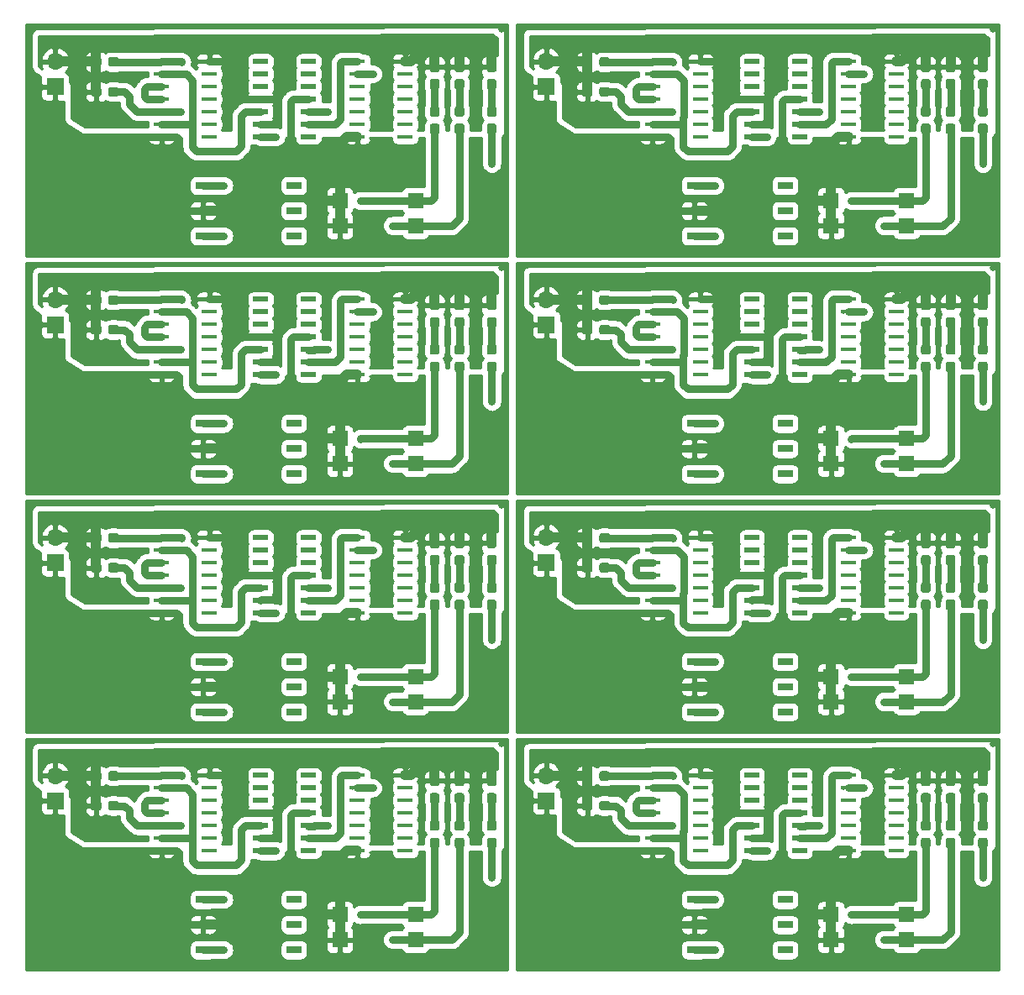
<source format=gtl>
G04 #@! TF.GenerationSoftware,KiCad,Pcbnew,5.1.4*
G04 #@! TF.CreationDate,2019-11-06T22:36:36+09:00*
G04 #@! TF.ProjectId,computerScienceExperience2,636f6d70-7574-4657-9253-6369656e6365,rev?*
G04 #@! TF.SameCoordinates,Original*
G04 #@! TF.FileFunction,Copper,L1,Top*
G04 #@! TF.FilePolarity,Positive*
%FSLAX46Y46*%
G04 Gerber Fmt 4.6, Leading zero omitted, Abs format (unit mm)*
G04 Created by KiCad (PCBNEW 5.1.4) date 2019-11-06 22:36:36*
%MOMM*%
%LPD*%
G04 APERTURE LIST*
%ADD10R,1.500000X0.500000*%
%ADD11O,1.700000X1.700000*%
%ADD12R,1.700000X1.700000*%
%ADD13C,0.100000*%
%ADD14C,0.950000*%
%ADD15R,1.500000X0.420000*%
%ADD16R,1.524000X0.800000*%
%ADD17R,1.600000X1.600000*%
%ADD18C,0.650000*%
%ADD19C,0.250000*%
%ADD20C,0.800000*%
%ADD21C,0.300000*%
%ADD22C,1.000000*%
%ADD23C,0.254000*%
G04 APERTURE END LIST*
D10*
X125210000Y-137520000D03*
X125210000Y-134980000D03*
X125210000Y-138790000D03*
X125210000Y-132440000D03*
X125210000Y-133710000D03*
X125210000Y-140060000D03*
X125210000Y-136250000D03*
X130036000Y-140060000D03*
X130036000Y-138790000D03*
X130036000Y-137520000D03*
X130036000Y-136250000D03*
X130036000Y-134980000D03*
X130036000Y-133710000D03*
X130036000Y-132440000D03*
X174710000Y-137520000D03*
X174710000Y-134980000D03*
X174710000Y-138790000D03*
X174710000Y-132440000D03*
X174710000Y-133710000D03*
X174710000Y-140060000D03*
X174710000Y-136250000D03*
X179536000Y-140060000D03*
X179536000Y-138790000D03*
X179536000Y-137520000D03*
X179536000Y-136250000D03*
X179536000Y-134980000D03*
X179536000Y-133710000D03*
X179536000Y-132440000D03*
X174710000Y-113520000D03*
X174710000Y-110980000D03*
X174710000Y-114790000D03*
X174710000Y-108440000D03*
X174710000Y-109710000D03*
X174710000Y-116060000D03*
X174710000Y-112250000D03*
X179536000Y-116060000D03*
X179536000Y-114790000D03*
X179536000Y-113520000D03*
X179536000Y-112250000D03*
X179536000Y-110980000D03*
X179536000Y-109710000D03*
X179536000Y-108440000D03*
X125210000Y-113520000D03*
X125210000Y-110980000D03*
X125210000Y-114790000D03*
X125210000Y-108440000D03*
X125210000Y-109710000D03*
X125210000Y-116060000D03*
X125210000Y-112250000D03*
X130036000Y-116060000D03*
X130036000Y-114790000D03*
X130036000Y-113520000D03*
X130036000Y-112250000D03*
X130036000Y-110980000D03*
X130036000Y-109710000D03*
X130036000Y-108440000D03*
X125210000Y-89520000D03*
X125210000Y-86980000D03*
X125210000Y-90790000D03*
X125210000Y-84440000D03*
X125210000Y-85710000D03*
X125210000Y-92060000D03*
X125210000Y-88250000D03*
X130036000Y-92060000D03*
X130036000Y-90790000D03*
X130036000Y-89520000D03*
X130036000Y-88250000D03*
X130036000Y-86980000D03*
X130036000Y-85710000D03*
X130036000Y-84440000D03*
X174710000Y-89520000D03*
X174710000Y-86980000D03*
X174710000Y-90790000D03*
X174710000Y-84440000D03*
X174710000Y-85710000D03*
X174710000Y-92060000D03*
X174710000Y-88250000D03*
X179536000Y-92060000D03*
X179536000Y-90790000D03*
X179536000Y-89520000D03*
X179536000Y-88250000D03*
X179536000Y-86980000D03*
X179536000Y-85710000D03*
X179536000Y-84440000D03*
X174710000Y-65520000D03*
X174710000Y-62980000D03*
X174710000Y-66790000D03*
X174710000Y-60440000D03*
X174710000Y-61710000D03*
X174710000Y-68060000D03*
X174710000Y-64250000D03*
X179536000Y-68060000D03*
X179536000Y-66790000D03*
X179536000Y-65520000D03*
X179536000Y-64250000D03*
X179536000Y-62980000D03*
X179536000Y-61710000D03*
X179536000Y-60440000D03*
D11*
X104500000Y-132460000D03*
D12*
X104500000Y-135000000D03*
D11*
X154000000Y-132460000D03*
D12*
X154000000Y-135000000D03*
D11*
X154000000Y-108460000D03*
D12*
X154000000Y-111000000D03*
D11*
X104500000Y-108460000D03*
D12*
X104500000Y-111000000D03*
D11*
X104500000Y-84460000D03*
D12*
X104500000Y-87000000D03*
D11*
X154000000Y-84460000D03*
D12*
X154000000Y-87000000D03*
D11*
X154000000Y-60460000D03*
D12*
X154000000Y-63000000D03*
D13*
G36*
X148760779Y-136976144D02*
G01*
X148783834Y-136979563D01*
X148806443Y-136985227D01*
X148828387Y-136993079D01*
X148849457Y-137003044D01*
X148869448Y-137015026D01*
X148888168Y-137028910D01*
X148905438Y-137044562D01*
X148921090Y-137061832D01*
X148934974Y-137080552D01*
X148946956Y-137100543D01*
X148956921Y-137121613D01*
X148964773Y-137143557D01*
X148970437Y-137166166D01*
X148973856Y-137189221D01*
X148975000Y-137212500D01*
X148975000Y-137787500D01*
X148973856Y-137810779D01*
X148970437Y-137833834D01*
X148964773Y-137856443D01*
X148956921Y-137878387D01*
X148946956Y-137899457D01*
X148934974Y-137919448D01*
X148921090Y-137938168D01*
X148905438Y-137955438D01*
X148888168Y-137971090D01*
X148869448Y-137984974D01*
X148849457Y-137996956D01*
X148828387Y-138006921D01*
X148806443Y-138014773D01*
X148783834Y-138020437D01*
X148760779Y-138023856D01*
X148737500Y-138025000D01*
X148262500Y-138025000D01*
X148239221Y-138023856D01*
X148216166Y-138020437D01*
X148193557Y-138014773D01*
X148171613Y-138006921D01*
X148150543Y-137996956D01*
X148130552Y-137984974D01*
X148111832Y-137971090D01*
X148094562Y-137955438D01*
X148078910Y-137938168D01*
X148065026Y-137919448D01*
X148053044Y-137899457D01*
X148043079Y-137878387D01*
X148035227Y-137856443D01*
X148029563Y-137833834D01*
X148026144Y-137810779D01*
X148025000Y-137787500D01*
X148025000Y-137212500D01*
X148026144Y-137189221D01*
X148029563Y-137166166D01*
X148035227Y-137143557D01*
X148043079Y-137121613D01*
X148053044Y-137100543D01*
X148065026Y-137080552D01*
X148078910Y-137061832D01*
X148094562Y-137044562D01*
X148111832Y-137028910D01*
X148130552Y-137015026D01*
X148150543Y-137003044D01*
X148171613Y-136993079D01*
X148193557Y-136985227D01*
X148216166Y-136979563D01*
X148239221Y-136976144D01*
X148262500Y-136975000D01*
X148737500Y-136975000D01*
X148760779Y-136976144D01*
X148760779Y-136976144D01*
G37*
D14*
X148500000Y-137500000D03*
D13*
G36*
X148760779Y-138726144D02*
G01*
X148783834Y-138729563D01*
X148806443Y-138735227D01*
X148828387Y-138743079D01*
X148849457Y-138753044D01*
X148869448Y-138765026D01*
X148888168Y-138778910D01*
X148905438Y-138794562D01*
X148921090Y-138811832D01*
X148934974Y-138830552D01*
X148946956Y-138850543D01*
X148956921Y-138871613D01*
X148964773Y-138893557D01*
X148970437Y-138916166D01*
X148973856Y-138939221D01*
X148975000Y-138962500D01*
X148975000Y-139537500D01*
X148973856Y-139560779D01*
X148970437Y-139583834D01*
X148964773Y-139606443D01*
X148956921Y-139628387D01*
X148946956Y-139649457D01*
X148934974Y-139669448D01*
X148921090Y-139688168D01*
X148905438Y-139705438D01*
X148888168Y-139721090D01*
X148869448Y-139734974D01*
X148849457Y-139746956D01*
X148828387Y-139756921D01*
X148806443Y-139764773D01*
X148783834Y-139770437D01*
X148760779Y-139773856D01*
X148737500Y-139775000D01*
X148262500Y-139775000D01*
X148239221Y-139773856D01*
X148216166Y-139770437D01*
X148193557Y-139764773D01*
X148171613Y-139756921D01*
X148150543Y-139746956D01*
X148130552Y-139734974D01*
X148111832Y-139721090D01*
X148094562Y-139705438D01*
X148078910Y-139688168D01*
X148065026Y-139669448D01*
X148053044Y-139649457D01*
X148043079Y-139628387D01*
X148035227Y-139606443D01*
X148029563Y-139583834D01*
X148026144Y-139560779D01*
X148025000Y-139537500D01*
X148025000Y-138962500D01*
X148026144Y-138939221D01*
X148029563Y-138916166D01*
X148035227Y-138893557D01*
X148043079Y-138871613D01*
X148053044Y-138850543D01*
X148065026Y-138830552D01*
X148078910Y-138811832D01*
X148094562Y-138794562D01*
X148111832Y-138778910D01*
X148130552Y-138765026D01*
X148150543Y-138753044D01*
X148171613Y-138743079D01*
X148193557Y-138735227D01*
X148216166Y-138729563D01*
X148239221Y-138726144D01*
X148262500Y-138725000D01*
X148737500Y-138725000D01*
X148760779Y-138726144D01*
X148760779Y-138726144D01*
G37*
D14*
X148500000Y-139250000D03*
D13*
G36*
X198260779Y-136976144D02*
G01*
X198283834Y-136979563D01*
X198306443Y-136985227D01*
X198328387Y-136993079D01*
X198349457Y-137003044D01*
X198369448Y-137015026D01*
X198388168Y-137028910D01*
X198405438Y-137044562D01*
X198421090Y-137061832D01*
X198434974Y-137080552D01*
X198446956Y-137100543D01*
X198456921Y-137121613D01*
X198464773Y-137143557D01*
X198470437Y-137166166D01*
X198473856Y-137189221D01*
X198475000Y-137212500D01*
X198475000Y-137787500D01*
X198473856Y-137810779D01*
X198470437Y-137833834D01*
X198464773Y-137856443D01*
X198456921Y-137878387D01*
X198446956Y-137899457D01*
X198434974Y-137919448D01*
X198421090Y-137938168D01*
X198405438Y-137955438D01*
X198388168Y-137971090D01*
X198369448Y-137984974D01*
X198349457Y-137996956D01*
X198328387Y-138006921D01*
X198306443Y-138014773D01*
X198283834Y-138020437D01*
X198260779Y-138023856D01*
X198237500Y-138025000D01*
X197762500Y-138025000D01*
X197739221Y-138023856D01*
X197716166Y-138020437D01*
X197693557Y-138014773D01*
X197671613Y-138006921D01*
X197650543Y-137996956D01*
X197630552Y-137984974D01*
X197611832Y-137971090D01*
X197594562Y-137955438D01*
X197578910Y-137938168D01*
X197565026Y-137919448D01*
X197553044Y-137899457D01*
X197543079Y-137878387D01*
X197535227Y-137856443D01*
X197529563Y-137833834D01*
X197526144Y-137810779D01*
X197525000Y-137787500D01*
X197525000Y-137212500D01*
X197526144Y-137189221D01*
X197529563Y-137166166D01*
X197535227Y-137143557D01*
X197543079Y-137121613D01*
X197553044Y-137100543D01*
X197565026Y-137080552D01*
X197578910Y-137061832D01*
X197594562Y-137044562D01*
X197611832Y-137028910D01*
X197630552Y-137015026D01*
X197650543Y-137003044D01*
X197671613Y-136993079D01*
X197693557Y-136985227D01*
X197716166Y-136979563D01*
X197739221Y-136976144D01*
X197762500Y-136975000D01*
X198237500Y-136975000D01*
X198260779Y-136976144D01*
X198260779Y-136976144D01*
G37*
D14*
X198000000Y-137500000D03*
D13*
G36*
X198260779Y-138726144D02*
G01*
X198283834Y-138729563D01*
X198306443Y-138735227D01*
X198328387Y-138743079D01*
X198349457Y-138753044D01*
X198369448Y-138765026D01*
X198388168Y-138778910D01*
X198405438Y-138794562D01*
X198421090Y-138811832D01*
X198434974Y-138830552D01*
X198446956Y-138850543D01*
X198456921Y-138871613D01*
X198464773Y-138893557D01*
X198470437Y-138916166D01*
X198473856Y-138939221D01*
X198475000Y-138962500D01*
X198475000Y-139537500D01*
X198473856Y-139560779D01*
X198470437Y-139583834D01*
X198464773Y-139606443D01*
X198456921Y-139628387D01*
X198446956Y-139649457D01*
X198434974Y-139669448D01*
X198421090Y-139688168D01*
X198405438Y-139705438D01*
X198388168Y-139721090D01*
X198369448Y-139734974D01*
X198349457Y-139746956D01*
X198328387Y-139756921D01*
X198306443Y-139764773D01*
X198283834Y-139770437D01*
X198260779Y-139773856D01*
X198237500Y-139775000D01*
X197762500Y-139775000D01*
X197739221Y-139773856D01*
X197716166Y-139770437D01*
X197693557Y-139764773D01*
X197671613Y-139756921D01*
X197650543Y-139746956D01*
X197630552Y-139734974D01*
X197611832Y-139721090D01*
X197594562Y-139705438D01*
X197578910Y-139688168D01*
X197565026Y-139669448D01*
X197553044Y-139649457D01*
X197543079Y-139628387D01*
X197535227Y-139606443D01*
X197529563Y-139583834D01*
X197526144Y-139560779D01*
X197525000Y-139537500D01*
X197525000Y-138962500D01*
X197526144Y-138939221D01*
X197529563Y-138916166D01*
X197535227Y-138893557D01*
X197543079Y-138871613D01*
X197553044Y-138850543D01*
X197565026Y-138830552D01*
X197578910Y-138811832D01*
X197594562Y-138794562D01*
X197611832Y-138778910D01*
X197630552Y-138765026D01*
X197650543Y-138753044D01*
X197671613Y-138743079D01*
X197693557Y-138735227D01*
X197716166Y-138729563D01*
X197739221Y-138726144D01*
X197762500Y-138725000D01*
X198237500Y-138725000D01*
X198260779Y-138726144D01*
X198260779Y-138726144D01*
G37*
D14*
X198000000Y-139250000D03*
D13*
G36*
X198260779Y-112976144D02*
G01*
X198283834Y-112979563D01*
X198306443Y-112985227D01*
X198328387Y-112993079D01*
X198349457Y-113003044D01*
X198369448Y-113015026D01*
X198388168Y-113028910D01*
X198405438Y-113044562D01*
X198421090Y-113061832D01*
X198434974Y-113080552D01*
X198446956Y-113100543D01*
X198456921Y-113121613D01*
X198464773Y-113143557D01*
X198470437Y-113166166D01*
X198473856Y-113189221D01*
X198475000Y-113212500D01*
X198475000Y-113787500D01*
X198473856Y-113810779D01*
X198470437Y-113833834D01*
X198464773Y-113856443D01*
X198456921Y-113878387D01*
X198446956Y-113899457D01*
X198434974Y-113919448D01*
X198421090Y-113938168D01*
X198405438Y-113955438D01*
X198388168Y-113971090D01*
X198369448Y-113984974D01*
X198349457Y-113996956D01*
X198328387Y-114006921D01*
X198306443Y-114014773D01*
X198283834Y-114020437D01*
X198260779Y-114023856D01*
X198237500Y-114025000D01*
X197762500Y-114025000D01*
X197739221Y-114023856D01*
X197716166Y-114020437D01*
X197693557Y-114014773D01*
X197671613Y-114006921D01*
X197650543Y-113996956D01*
X197630552Y-113984974D01*
X197611832Y-113971090D01*
X197594562Y-113955438D01*
X197578910Y-113938168D01*
X197565026Y-113919448D01*
X197553044Y-113899457D01*
X197543079Y-113878387D01*
X197535227Y-113856443D01*
X197529563Y-113833834D01*
X197526144Y-113810779D01*
X197525000Y-113787500D01*
X197525000Y-113212500D01*
X197526144Y-113189221D01*
X197529563Y-113166166D01*
X197535227Y-113143557D01*
X197543079Y-113121613D01*
X197553044Y-113100543D01*
X197565026Y-113080552D01*
X197578910Y-113061832D01*
X197594562Y-113044562D01*
X197611832Y-113028910D01*
X197630552Y-113015026D01*
X197650543Y-113003044D01*
X197671613Y-112993079D01*
X197693557Y-112985227D01*
X197716166Y-112979563D01*
X197739221Y-112976144D01*
X197762500Y-112975000D01*
X198237500Y-112975000D01*
X198260779Y-112976144D01*
X198260779Y-112976144D01*
G37*
D14*
X198000000Y-113500000D03*
D13*
G36*
X198260779Y-114726144D02*
G01*
X198283834Y-114729563D01*
X198306443Y-114735227D01*
X198328387Y-114743079D01*
X198349457Y-114753044D01*
X198369448Y-114765026D01*
X198388168Y-114778910D01*
X198405438Y-114794562D01*
X198421090Y-114811832D01*
X198434974Y-114830552D01*
X198446956Y-114850543D01*
X198456921Y-114871613D01*
X198464773Y-114893557D01*
X198470437Y-114916166D01*
X198473856Y-114939221D01*
X198475000Y-114962500D01*
X198475000Y-115537500D01*
X198473856Y-115560779D01*
X198470437Y-115583834D01*
X198464773Y-115606443D01*
X198456921Y-115628387D01*
X198446956Y-115649457D01*
X198434974Y-115669448D01*
X198421090Y-115688168D01*
X198405438Y-115705438D01*
X198388168Y-115721090D01*
X198369448Y-115734974D01*
X198349457Y-115746956D01*
X198328387Y-115756921D01*
X198306443Y-115764773D01*
X198283834Y-115770437D01*
X198260779Y-115773856D01*
X198237500Y-115775000D01*
X197762500Y-115775000D01*
X197739221Y-115773856D01*
X197716166Y-115770437D01*
X197693557Y-115764773D01*
X197671613Y-115756921D01*
X197650543Y-115746956D01*
X197630552Y-115734974D01*
X197611832Y-115721090D01*
X197594562Y-115705438D01*
X197578910Y-115688168D01*
X197565026Y-115669448D01*
X197553044Y-115649457D01*
X197543079Y-115628387D01*
X197535227Y-115606443D01*
X197529563Y-115583834D01*
X197526144Y-115560779D01*
X197525000Y-115537500D01*
X197525000Y-114962500D01*
X197526144Y-114939221D01*
X197529563Y-114916166D01*
X197535227Y-114893557D01*
X197543079Y-114871613D01*
X197553044Y-114850543D01*
X197565026Y-114830552D01*
X197578910Y-114811832D01*
X197594562Y-114794562D01*
X197611832Y-114778910D01*
X197630552Y-114765026D01*
X197650543Y-114753044D01*
X197671613Y-114743079D01*
X197693557Y-114735227D01*
X197716166Y-114729563D01*
X197739221Y-114726144D01*
X197762500Y-114725000D01*
X198237500Y-114725000D01*
X198260779Y-114726144D01*
X198260779Y-114726144D01*
G37*
D14*
X198000000Y-115250000D03*
D13*
G36*
X148760779Y-112976144D02*
G01*
X148783834Y-112979563D01*
X148806443Y-112985227D01*
X148828387Y-112993079D01*
X148849457Y-113003044D01*
X148869448Y-113015026D01*
X148888168Y-113028910D01*
X148905438Y-113044562D01*
X148921090Y-113061832D01*
X148934974Y-113080552D01*
X148946956Y-113100543D01*
X148956921Y-113121613D01*
X148964773Y-113143557D01*
X148970437Y-113166166D01*
X148973856Y-113189221D01*
X148975000Y-113212500D01*
X148975000Y-113787500D01*
X148973856Y-113810779D01*
X148970437Y-113833834D01*
X148964773Y-113856443D01*
X148956921Y-113878387D01*
X148946956Y-113899457D01*
X148934974Y-113919448D01*
X148921090Y-113938168D01*
X148905438Y-113955438D01*
X148888168Y-113971090D01*
X148869448Y-113984974D01*
X148849457Y-113996956D01*
X148828387Y-114006921D01*
X148806443Y-114014773D01*
X148783834Y-114020437D01*
X148760779Y-114023856D01*
X148737500Y-114025000D01*
X148262500Y-114025000D01*
X148239221Y-114023856D01*
X148216166Y-114020437D01*
X148193557Y-114014773D01*
X148171613Y-114006921D01*
X148150543Y-113996956D01*
X148130552Y-113984974D01*
X148111832Y-113971090D01*
X148094562Y-113955438D01*
X148078910Y-113938168D01*
X148065026Y-113919448D01*
X148053044Y-113899457D01*
X148043079Y-113878387D01*
X148035227Y-113856443D01*
X148029563Y-113833834D01*
X148026144Y-113810779D01*
X148025000Y-113787500D01*
X148025000Y-113212500D01*
X148026144Y-113189221D01*
X148029563Y-113166166D01*
X148035227Y-113143557D01*
X148043079Y-113121613D01*
X148053044Y-113100543D01*
X148065026Y-113080552D01*
X148078910Y-113061832D01*
X148094562Y-113044562D01*
X148111832Y-113028910D01*
X148130552Y-113015026D01*
X148150543Y-113003044D01*
X148171613Y-112993079D01*
X148193557Y-112985227D01*
X148216166Y-112979563D01*
X148239221Y-112976144D01*
X148262500Y-112975000D01*
X148737500Y-112975000D01*
X148760779Y-112976144D01*
X148760779Y-112976144D01*
G37*
D14*
X148500000Y-113500000D03*
D13*
G36*
X148760779Y-114726144D02*
G01*
X148783834Y-114729563D01*
X148806443Y-114735227D01*
X148828387Y-114743079D01*
X148849457Y-114753044D01*
X148869448Y-114765026D01*
X148888168Y-114778910D01*
X148905438Y-114794562D01*
X148921090Y-114811832D01*
X148934974Y-114830552D01*
X148946956Y-114850543D01*
X148956921Y-114871613D01*
X148964773Y-114893557D01*
X148970437Y-114916166D01*
X148973856Y-114939221D01*
X148975000Y-114962500D01*
X148975000Y-115537500D01*
X148973856Y-115560779D01*
X148970437Y-115583834D01*
X148964773Y-115606443D01*
X148956921Y-115628387D01*
X148946956Y-115649457D01*
X148934974Y-115669448D01*
X148921090Y-115688168D01*
X148905438Y-115705438D01*
X148888168Y-115721090D01*
X148869448Y-115734974D01*
X148849457Y-115746956D01*
X148828387Y-115756921D01*
X148806443Y-115764773D01*
X148783834Y-115770437D01*
X148760779Y-115773856D01*
X148737500Y-115775000D01*
X148262500Y-115775000D01*
X148239221Y-115773856D01*
X148216166Y-115770437D01*
X148193557Y-115764773D01*
X148171613Y-115756921D01*
X148150543Y-115746956D01*
X148130552Y-115734974D01*
X148111832Y-115721090D01*
X148094562Y-115705438D01*
X148078910Y-115688168D01*
X148065026Y-115669448D01*
X148053044Y-115649457D01*
X148043079Y-115628387D01*
X148035227Y-115606443D01*
X148029563Y-115583834D01*
X148026144Y-115560779D01*
X148025000Y-115537500D01*
X148025000Y-114962500D01*
X148026144Y-114939221D01*
X148029563Y-114916166D01*
X148035227Y-114893557D01*
X148043079Y-114871613D01*
X148053044Y-114850543D01*
X148065026Y-114830552D01*
X148078910Y-114811832D01*
X148094562Y-114794562D01*
X148111832Y-114778910D01*
X148130552Y-114765026D01*
X148150543Y-114753044D01*
X148171613Y-114743079D01*
X148193557Y-114735227D01*
X148216166Y-114729563D01*
X148239221Y-114726144D01*
X148262500Y-114725000D01*
X148737500Y-114725000D01*
X148760779Y-114726144D01*
X148760779Y-114726144D01*
G37*
D14*
X148500000Y-115250000D03*
D13*
G36*
X148760779Y-88976144D02*
G01*
X148783834Y-88979563D01*
X148806443Y-88985227D01*
X148828387Y-88993079D01*
X148849457Y-89003044D01*
X148869448Y-89015026D01*
X148888168Y-89028910D01*
X148905438Y-89044562D01*
X148921090Y-89061832D01*
X148934974Y-89080552D01*
X148946956Y-89100543D01*
X148956921Y-89121613D01*
X148964773Y-89143557D01*
X148970437Y-89166166D01*
X148973856Y-89189221D01*
X148975000Y-89212500D01*
X148975000Y-89787500D01*
X148973856Y-89810779D01*
X148970437Y-89833834D01*
X148964773Y-89856443D01*
X148956921Y-89878387D01*
X148946956Y-89899457D01*
X148934974Y-89919448D01*
X148921090Y-89938168D01*
X148905438Y-89955438D01*
X148888168Y-89971090D01*
X148869448Y-89984974D01*
X148849457Y-89996956D01*
X148828387Y-90006921D01*
X148806443Y-90014773D01*
X148783834Y-90020437D01*
X148760779Y-90023856D01*
X148737500Y-90025000D01*
X148262500Y-90025000D01*
X148239221Y-90023856D01*
X148216166Y-90020437D01*
X148193557Y-90014773D01*
X148171613Y-90006921D01*
X148150543Y-89996956D01*
X148130552Y-89984974D01*
X148111832Y-89971090D01*
X148094562Y-89955438D01*
X148078910Y-89938168D01*
X148065026Y-89919448D01*
X148053044Y-89899457D01*
X148043079Y-89878387D01*
X148035227Y-89856443D01*
X148029563Y-89833834D01*
X148026144Y-89810779D01*
X148025000Y-89787500D01*
X148025000Y-89212500D01*
X148026144Y-89189221D01*
X148029563Y-89166166D01*
X148035227Y-89143557D01*
X148043079Y-89121613D01*
X148053044Y-89100543D01*
X148065026Y-89080552D01*
X148078910Y-89061832D01*
X148094562Y-89044562D01*
X148111832Y-89028910D01*
X148130552Y-89015026D01*
X148150543Y-89003044D01*
X148171613Y-88993079D01*
X148193557Y-88985227D01*
X148216166Y-88979563D01*
X148239221Y-88976144D01*
X148262500Y-88975000D01*
X148737500Y-88975000D01*
X148760779Y-88976144D01*
X148760779Y-88976144D01*
G37*
D14*
X148500000Y-89500000D03*
D13*
G36*
X148760779Y-90726144D02*
G01*
X148783834Y-90729563D01*
X148806443Y-90735227D01*
X148828387Y-90743079D01*
X148849457Y-90753044D01*
X148869448Y-90765026D01*
X148888168Y-90778910D01*
X148905438Y-90794562D01*
X148921090Y-90811832D01*
X148934974Y-90830552D01*
X148946956Y-90850543D01*
X148956921Y-90871613D01*
X148964773Y-90893557D01*
X148970437Y-90916166D01*
X148973856Y-90939221D01*
X148975000Y-90962500D01*
X148975000Y-91537500D01*
X148973856Y-91560779D01*
X148970437Y-91583834D01*
X148964773Y-91606443D01*
X148956921Y-91628387D01*
X148946956Y-91649457D01*
X148934974Y-91669448D01*
X148921090Y-91688168D01*
X148905438Y-91705438D01*
X148888168Y-91721090D01*
X148869448Y-91734974D01*
X148849457Y-91746956D01*
X148828387Y-91756921D01*
X148806443Y-91764773D01*
X148783834Y-91770437D01*
X148760779Y-91773856D01*
X148737500Y-91775000D01*
X148262500Y-91775000D01*
X148239221Y-91773856D01*
X148216166Y-91770437D01*
X148193557Y-91764773D01*
X148171613Y-91756921D01*
X148150543Y-91746956D01*
X148130552Y-91734974D01*
X148111832Y-91721090D01*
X148094562Y-91705438D01*
X148078910Y-91688168D01*
X148065026Y-91669448D01*
X148053044Y-91649457D01*
X148043079Y-91628387D01*
X148035227Y-91606443D01*
X148029563Y-91583834D01*
X148026144Y-91560779D01*
X148025000Y-91537500D01*
X148025000Y-90962500D01*
X148026144Y-90939221D01*
X148029563Y-90916166D01*
X148035227Y-90893557D01*
X148043079Y-90871613D01*
X148053044Y-90850543D01*
X148065026Y-90830552D01*
X148078910Y-90811832D01*
X148094562Y-90794562D01*
X148111832Y-90778910D01*
X148130552Y-90765026D01*
X148150543Y-90753044D01*
X148171613Y-90743079D01*
X148193557Y-90735227D01*
X148216166Y-90729563D01*
X148239221Y-90726144D01*
X148262500Y-90725000D01*
X148737500Y-90725000D01*
X148760779Y-90726144D01*
X148760779Y-90726144D01*
G37*
D14*
X148500000Y-91250000D03*
D13*
G36*
X198260779Y-88976144D02*
G01*
X198283834Y-88979563D01*
X198306443Y-88985227D01*
X198328387Y-88993079D01*
X198349457Y-89003044D01*
X198369448Y-89015026D01*
X198388168Y-89028910D01*
X198405438Y-89044562D01*
X198421090Y-89061832D01*
X198434974Y-89080552D01*
X198446956Y-89100543D01*
X198456921Y-89121613D01*
X198464773Y-89143557D01*
X198470437Y-89166166D01*
X198473856Y-89189221D01*
X198475000Y-89212500D01*
X198475000Y-89787500D01*
X198473856Y-89810779D01*
X198470437Y-89833834D01*
X198464773Y-89856443D01*
X198456921Y-89878387D01*
X198446956Y-89899457D01*
X198434974Y-89919448D01*
X198421090Y-89938168D01*
X198405438Y-89955438D01*
X198388168Y-89971090D01*
X198369448Y-89984974D01*
X198349457Y-89996956D01*
X198328387Y-90006921D01*
X198306443Y-90014773D01*
X198283834Y-90020437D01*
X198260779Y-90023856D01*
X198237500Y-90025000D01*
X197762500Y-90025000D01*
X197739221Y-90023856D01*
X197716166Y-90020437D01*
X197693557Y-90014773D01*
X197671613Y-90006921D01*
X197650543Y-89996956D01*
X197630552Y-89984974D01*
X197611832Y-89971090D01*
X197594562Y-89955438D01*
X197578910Y-89938168D01*
X197565026Y-89919448D01*
X197553044Y-89899457D01*
X197543079Y-89878387D01*
X197535227Y-89856443D01*
X197529563Y-89833834D01*
X197526144Y-89810779D01*
X197525000Y-89787500D01*
X197525000Y-89212500D01*
X197526144Y-89189221D01*
X197529563Y-89166166D01*
X197535227Y-89143557D01*
X197543079Y-89121613D01*
X197553044Y-89100543D01*
X197565026Y-89080552D01*
X197578910Y-89061832D01*
X197594562Y-89044562D01*
X197611832Y-89028910D01*
X197630552Y-89015026D01*
X197650543Y-89003044D01*
X197671613Y-88993079D01*
X197693557Y-88985227D01*
X197716166Y-88979563D01*
X197739221Y-88976144D01*
X197762500Y-88975000D01*
X198237500Y-88975000D01*
X198260779Y-88976144D01*
X198260779Y-88976144D01*
G37*
D14*
X198000000Y-89500000D03*
D13*
G36*
X198260779Y-90726144D02*
G01*
X198283834Y-90729563D01*
X198306443Y-90735227D01*
X198328387Y-90743079D01*
X198349457Y-90753044D01*
X198369448Y-90765026D01*
X198388168Y-90778910D01*
X198405438Y-90794562D01*
X198421090Y-90811832D01*
X198434974Y-90830552D01*
X198446956Y-90850543D01*
X198456921Y-90871613D01*
X198464773Y-90893557D01*
X198470437Y-90916166D01*
X198473856Y-90939221D01*
X198475000Y-90962500D01*
X198475000Y-91537500D01*
X198473856Y-91560779D01*
X198470437Y-91583834D01*
X198464773Y-91606443D01*
X198456921Y-91628387D01*
X198446956Y-91649457D01*
X198434974Y-91669448D01*
X198421090Y-91688168D01*
X198405438Y-91705438D01*
X198388168Y-91721090D01*
X198369448Y-91734974D01*
X198349457Y-91746956D01*
X198328387Y-91756921D01*
X198306443Y-91764773D01*
X198283834Y-91770437D01*
X198260779Y-91773856D01*
X198237500Y-91775000D01*
X197762500Y-91775000D01*
X197739221Y-91773856D01*
X197716166Y-91770437D01*
X197693557Y-91764773D01*
X197671613Y-91756921D01*
X197650543Y-91746956D01*
X197630552Y-91734974D01*
X197611832Y-91721090D01*
X197594562Y-91705438D01*
X197578910Y-91688168D01*
X197565026Y-91669448D01*
X197553044Y-91649457D01*
X197543079Y-91628387D01*
X197535227Y-91606443D01*
X197529563Y-91583834D01*
X197526144Y-91560779D01*
X197525000Y-91537500D01*
X197525000Y-90962500D01*
X197526144Y-90939221D01*
X197529563Y-90916166D01*
X197535227Y-90893557D01*
X197543079Y-90871613D01*
X197553044Y-90850543D01*
X197565026Y-90830552D01*
X197578910Y-90811832D01*
X197594562Y-90794562D01*
X197611832Y-90778910D01*
X197630552Y-90765026D01*
X197650543Y-90753044D01*
X197671613Y-90743079D01*
X197693557Y-90735227D01*
X197716166Y-90729563D01*
X197739221Y-90726144D01*
X197762500Y-90725000D01*
X198237500Y-90725000D01*
X198260779Y-90726144D01*
X198260779Y-90726144D01*
G37*
D14*
X198000000Y-91250000D03*
D13*
G36*
X198260779Y-64976144D02*
G01*
X198283834Y-64979563D01*
X198306443Y-64985227D01*
X198328387Y-64993079D01*
X198349457Y-65003044D01*
X198369448Y-65015026D01*
X198388168Y-65028910D01*
X198405438Y-65044562D01*
X198421090Y-65061832D01*
X198434974Y-65080552D01*
X198446956Y-65100543D01*
X198456921Y-65121613D01*
X198464773Y-65143557D01*
X198470437Y-65166166D01*
X198473856Y-65189221D01*
X198475000Y-65212500D01*
X198475000Y-65787500D01*
X198473856Y-65810779D01*
X198470437Y-65833834D01*
X198464773Y-65856443D01*
X198456921Y-65878387D01*
X198446956Y-65899457D01*
X198434974Y-65919448D01*
X198421090Y-65938168D01*
X198405438Y-65955438D01*
X198388168Y-65971090D01*
X198369448Y-65984974D01*
X198349457Y-65996956D01*
X198328387Y-66006921D01*
X198306443Y-66014773D01*
X198283834Y-66020437D01*
X198260779Y-66023856D01*
X198237500Y-66025000D01*
X197762500Y-66025000D01*
X197739221Y-66023856D01*
X197716166Y-66020437D01*
X197693557Y-66014773D01*
X197671613Y-66006921D01*
X197650543Y-65996956D01*
X197630552Y-65984974D01*
X197611832Y-65971090D01*
X197594562Y-65955438D01*
X197578910Y-65938168D01*
X197565026Y-65919448D01*
X197553044Y-65899457D01*
X197543079Y-65878387D01*
X197535227Y-65856443D01*
X197529563Y-65833834D01*
X197526144Y-65810779D01*
X197525000Y-65787500D01*
X197525000Y-65212500D01*
X197526144Y-65189221D01*
X197529563Y-65166166D01*
X197535227Y-65143557D01*
X197543079Y-65121613D01*
X197553044Y-65100543D01*
X197565026Y-65080552D01*
X197578910Y-65061832D01*
X197594562Y-65044562D01*
X197611832Y-65028910D01*
X197630552Y-65015026D01*
X197650543Y-65003044D01*
X197671613Y-64993079D01*
X197693557Y-64985227D01*
X197716166Y-64979563D01*
X197739221Y-64976144D01*
X197762500Y-64975000D01*
X198237500Y-64975000D01*
X198260779Y-64976144D01*
X198260779Y-64976144D01*
G37*
D14*
X198000000Y-65500000D03*
D13*
G36*
X198260779Y-66726144D02*
G01*
X198283834Y-66729563D01*
X198306443Y-66735227D01*
X198328387Y-66743079D01*
X198349457Y-66753044D01*
X198369448Y-66765026D01*
X198388168Y-66778910D01*
X198405438Y-66794562D01*
X198421090Y-66811832D01*
X198434974Y-66830552D01*
X198446956Y-66850543D01*
X198456921Y-66871613D01*
X198464773Y-66893557D01*
X198470437Y-66916166D01*
X198473856Y-66939221D01*
X198475000Y-66962500D01*
X198475000Y-67537500D01*
X198473856Y-67560779D01*
X198470437Y-67583834D01*
X198464773Y-67606443D01*
X198456921Y-67628387D01*
X198446956Y-67649457D01*
X198434974Y-67669448D01*
X198421090Y-67688168D01*
X198405438Y-67705438D01*
X198388168Y-67721090D01*
X198369448Y-67734974D01*
X198349457Y-67746956D01*
X198328387Y-67756921D01*
X198306443Y-67764773D01*
X198283834Y-67770437D01*
X198260779Y-67773856D01*
X198237500Y-67775000D01*
X197762500Y-67775000D01*
X197739221Y-67773856D01*
X197716166Y-67770437D01*
X197693557Y-67764773D01*
X197671613Y-67756921D01*
X197650543Y-67746956D01*
X197630552Y-67734974D01*
X197611832Y-67721090D01*
X197594562Y-67705438D01*
X197578910Y-67688168D01*
X197565026Y-67669448D01*
X197553044Y-67649457D01*
X197543079Y-67628387D01*
X197535227Y-67606443D01*
X197529563Y-67583834D01*
X197526144Y-67560779D01*
X197525000Y-67537500D01*
X197525000Y-66962500D01*
X197526144Y-66939221D01*
X197529563Y-66916166D01*
X197535227Y-66893557D01*
X197543079Y-66871613D01*
X197553044Y-66850543D01*
X197565026Y-66830552D01*
X197578910Y-66811832D01*
X197594562Y-66794562D01*
X197611832Y-66778910D01*
X197630552Y-66765026D01*
X197650543Y-66753044D01*
X197671613Y-66743079D01*
X197693557Y-66735227D01*
X197716166Y-66729563D01*
X197739221Y-66726144D01*
X197762500Y-66725000D01*
X198237500Y-66725000D01*
X198260779Y-66726144D01*
X198260779Y-66726144D01*
G37*
D14*
X198000000Y-67250000D03*
D13*
G36*
X110685779Y-132026144D02*
G01*
X110708834Y-132029563D01*
X110731443Y-132035227D01*
X110753387Y-132043079D01*
X110774457Y-132053044D01*
X110794448Y-132065026D01*
X110813168Y-132078910D01*
X110830438Y-132094562D01*
X110846090Y-132111832D01*
X110859974Y-132130552D01*
X110871956Y-132150543D01*
X110881921Y-132171613D01*
X110889773Y-132193557D01*
X110895437Y-132216166D01*
X110898856Y-132239221D01*
X110900000Y-132262500D01*
X110900000Y-132737500D01*
X110898856Y-132760779D01*
X110895437Y-132783834D01*
X110889773Y-132806443D01*
X110881921Y-132828387D01*
X110871956Y-132849457D01*
X110859974Y-132869448D01*
X110846090Y-132888168D01*
X110830438Y-132905438D01*
X110813168Y-132921090D01*
X110794448Y-132934974D01*
X110774457Y-132946956D01*
X110753387Y-132956921D01*
X110731443Y-132964773D01*
X110708834Y-132970437D01*
X110685779Y-132973856D01*
X110662500Y-132975000D01*
X110087500Y-132975000D01*
X110064221Y-132973856D01*
X110041166Y-132970437D01*
X110018557Y-132964773D01*
X109996613Y-132956921D01*
X109975543Y-132946956D01*
X109955552Y-132934974D01*
X109936832Y-132921090D01*
X109919562Y-132905438D01*
X109903910Y-132888168D01*
X109890026Y-132869448D01*
X109878044Y-132849457D01*
X109868079Y-132828387D01*
X109860227Y-132806443D01*
X109854563Y-132783834D01*
X109851144Y-132760779D01*
X109850000Y-132737500D01*
X109850000Y-132262500D01*
X109851144Y-132239221D01*
X109854563Y-132216166D01*
X109860227Y-132193557D01*
X109868079Y-132171613D01*
X109878044Y-132150543D01*
X109890026Y-132130552D01*
X109903910Y-132111832D01*
X109919562Y-132094562D01*
X109936832Y-132078910D01*
X109955552Y-132065026D01*
X109975543Y-132053044D01*
X109996613Y-132043079D01*
X110018557Y-132035227D01*
X110041166Y-132029563D01*
X110064221Y-132026144D01*
X110087500Y-132025000D01*
X110662500Y-132025000D01*
X110685779Y-132026144D01*
X110685779Y-132026144D01*
G37*
D14*
X110375000Y-132500000D03*
D13*
G36*
X108935779Y-132026144D02*
G01*
X108958834Y-132029563D01*
X108981443Y-132035227D01*
X109003387Y-132043079D01*
X109024457Y-132053044D01*
X109044448Y-132065026D01*
X109063168Y-132078910D01*
X109080438Y-132094562D01*
X109096090Y-132111832D01*
X109109974Y-132130552D01*
X109121956Y-132150543D01*
X109131921Y-132171613D01*
X109139773Y-132193557D01*
X109145437Y-132216166D01*
X109148856Y-132239221D01*
X109150000Y-132262500D01*
X109150000Y-132737500D01*
X109148856Y-132760779D01*
X109145437Y-132783834D01*
X109139773Y-132806443D01*
X109131921Y-132828387D01*
X109121956Y-132849457D01*
X109109974Y-132869448D01*
X109096090Y-132888168D01*
X109080438Y-132905438D01*
X109063168Y-132921090D01*
X109044448Y-132934974D01*
X109024457Y-132946956D01*
X109003387Y-132956921D01*
X108981443Y-132964773D01*
X108958834Y-132970437D01*
X108935779Y-132973856D01*
X108912500Y-132975000D01*
X108337500Y-132975000D01*
X108314221Y-132973856D01*
X108291166Y-132970437D01*
X108268557Y-132964773D01*
X108246613Y-132956921D01*
X108225543Y-132946956D01*
X108205552Y-132934974D01*
X108186832Y-132921090D01*
X108169562Y-132905438D01*
X108153910Y-132888168D01*
X108140026Y-132869448D01*
X108128044Y-132849457D01*
X108118079Y-132828387D01*
X108110227Y-132806443D01*
X108104563Y-132783834D01*
X108101144Y-132760779D01*
X108100000Y-132737500D01*
X108100000Y-132262500D01*
X108101144Y-132239221D01*
X108104563Y-132216166D01*
X108110227Y-132193557D01*
X108118079Y-132171613D01*
X108128044Y-132150543D01*
X108140026Y-132130552D01*
X108153910Y-132111832D01*
X108169562Y-132094562D01*
X108186832Y-132078910D01*
X108205552Y-132065026D01*
X108225543Y-132053044D01*
X108246613Y-132043079D01*
X108268557Y-132035227D01*
X108291166Y-132029563D01*
X108314221Y-132026144D01*
X108337500Y-132025000D01*
X108912500Y-132025000D01*
X108935779Y-132026144D01*
X108935779Y-132026144D01*
G37*
D14*
X108625000Y-132500000D03*
D13*
G36*
X160185779Y-132026144D02*
G01*
X160208834Y-132029563D01*
X160231443Y-132035227D01*
X160253387Y-132043079D01*
X160274457Y-132053044D01*
X160294448Y-132065026D01*
X160313168Y-132078910D01*
X160330438Y-132094562D01*
X160346090Y-132111832D01*
X160359974Y-132130552D01*
X160371956Y-132150543D01*
X160381921Y-132171613D01*
X160389773Y-132193557D01*
X160395437Y-132216166D01*
X160398856Y-132239221D01*
X160400000Y-132262500D01*
X160400000Y-132737500D01*
X160398856Y-132760779D01*
X160395437Y-132783834D01*
X160389773Y-132806443D01*
X160381921Y-132828387D01*
X160371956Y-132849457D01*
X160359974Y-132869448D01*
X160346090Y-132888168D01*
X160330438Y-132905438D01*
X160313168Y-132921090D01*
X160294448Y-132934974D01*
X160274457Y-132946956D01*
X160253387Y-132956921D01*
X160231443Y-132964773D01*
X160208834Y-132970437D01*
X160185779Y-132973856D01*
X160162500Y-132975000D01*
X159587500Y-132975000D01*
X159564221Y-132973856D01*
X159541166Y-132970437D01*
X159518557Y-132964773D01*
X159496613Y-132956921D01*
X159475543Y-132946956D01*
X159455552Y-132934974D01*
X159436832Y-132921090D01*
X159419562Y-132905438D01*
X159403910Y-132888168D01*
X159390026Y-132869448D01*
X159378044Y-132849457D01*
X159368079Y-132828387D01*
X159360227Y-132806443D01*
X159354563Y-132783834D01*
X159351144Y-132760779D01*
X159350000Y-132737500D01*
X159350000Y-132262500D01*
X159351144Y-132239221D01*
X159354563Y-132216166D01*
X159360227Y-132193557D01*
X159368079Y-132171613D01*
X159378044Y-132150543D01*
X159390026Y-132130552D01*
X159403910Y-132111832D01*
X159419562Y-132094562D01*
X159436832Y-132078910D01*
X159455552Y-132065026D01*
X159475543Y-132053044D01*
X159496613Y-132043079D01*
X159518557Y-132035227D01*
X159541166Y-132029563D01*
X159564221Y-132026144D01*
X159587500Y-132025000D01*
X160162500Y-132025000D01*
X160185779Y-132026144D01*
X160185779Y-132026144D01*
G37*
D14*
X159875000Y-132500000D03*
D13*
G36*
X158435779Y-132026144D02*
G01*
X158458834Y-132029563D01*
X158481443Y-132035227D01*
X158503387Y-132043079D01*
X158524457Y-132053044D01*
X158544448Y-132065026D01*
X158563168Y-132078910D01*
X158580438Y-132094562D01*
X158596090Y-132111832D01*
X158609974Y-132130552D01*
X158621956Y-132150543D01*
X158631921Y-132171613D01*
X158639773Y-132193557D01*
X158645437Y-132216166D01*
X158648856Y-132239221D01*
X158650000Y-132262500D01*
X158650000Y-132737500D01*
X158648856Y-132760779D01*
X158645437Y-132783834D01*
X158639773Y-132806443D01*
X158631921Y-132828387D01*
X158621956Y-132849457D01*
X158609974Y-132869448D01*
X158596090Y-132888168D01*
X158580438Y-132905438D01*
X158563168Y-132921090D01*
X158544448Y-132934974D01*
X158524457Y-132946956D01*
X158503387Y-132956921D01*
X158481443Y-132964773D01*
X158458834Y-132970437D01*
X158435779Y-132973856D01*
X158412500Y-132975000D01*
X157837500Y-132975000D01*
X157814221Y-132973856D01*
X157791166Y-132970437D01*
X157768557Y-132964773D01*
X157746613Y-132956921D01*
X157725543Y-132946956D01*
X157705552Y-132934974D01*
X157686832Y-132921090D01*
X157669562Y-132905438D01*
X157653910Y-132888168D01*
X157640026Y-132869448D01*
X157628044Y-132849457D01*
X157618079Y-132828387D01*
X157610227Y-132806443D01*
X157604563Y-132783834D01*
X157601144Y-132760779D01*
X157600000Y-132737500D01*
X157600000Y-132262500D01*
X157601144Y-132239221D01*
X157604563Y-132216166D01*
X157610227Y-132193557D01*
X157618079Y-132171613D01*
X157628044Y-132150543D01*
X157640026Y-132130552D01*
X157653910Y-132111832D01*
X157669562Y-132094562D01*
X157686832Y-132078910D01*
X157705552Y-132065026D01*
X157725543Y-132053044D01*
X157746613Y-132043079D01*
X157768557Y-132035227D01*
X157791166Y-132029563D01*
X157814221Y-132026144D01*
X157837500Y-132025000D01*
X158412500Y-132025000D01*
X158435779Y-132026144D01*
X158435779Y-132026144D01*
G37*
D14*
X158125000Y-132500000D03*
D13*
G36*
X160185779Y-108026144D02*
G01*
X160208834Y-108029563D01*
X160231443Y-108035227D01*
X160253387Y-108043079D01*
X160274457Y-108053044D01*
X160294448Y-108065026D01*
X160313168Y-108078910D01*
X160330438Y-108094562D01*
X160346090Y-108111832D01*
X160359974Y-108130552D01*
X160371956Y-108150543D01*
X160381921Y-108171613D01*
X160389773Y-108193557D01*
X160395437Y-108216166D01*
X160398856Y-108239221D01*
X160400000Y-108262500D01*
X160400000Y-108737500D01*
X160398856Y-108760779D01*
X160395437Y-108783834D01*
X160389773Y-108806443D01*
X160381921Y-108828387D01*
X160371956Y-108849457D01*
X160359974Y-108869448D01*
X160346090Y-108888168D01*
X160330438Y-108905438D01*
X160313168Y-108921090D01*
X160294448Y-108934974D01*
X160274457Y-108946956D01*
X160253387Y-108956921D01*
X160231443Y-108964773D01*
X160208834Y-108970437D01*
X160185779Y-108973856D01*
X160162500Y-108975000D01*
X159587500Y-108975000D01*
X159564221Y-108973856D01*
X159541166Y-108970437D01*
X159518557Y-108964773D01*
X159496613Y-108956921D01*
X159475543Y-108946956D01*
X159455552Y-108934974D01*
X159436832Y-108921090D01*
X159419562Y-108905438D01*
X159403910Y-108888168D01*
X159390026Y-108869448D01*
X159378044Y-108849457D01*
X159368079Y-108828387D01*
X159360227Y-108806443D01*
X159354563Y-108783834D01*
X159351144Y-108760779D01*
X159350000Y-108737500D01*
X159350000Y-108262500D01*
X159351144Y-108239221D01*
X159354563Y-108216166D01*
X159360227Y-108193557D01*
X159368079Y-108171613D01*
X159378044Y-108150543D01*
X159390026Y-108130552D01*
X159403910Y-108111832D01*
X159419562Y-108094562D01*
X159436832Y-108078910D01*
X159455552Y-108065026D01*
X159475543Y-108053044D01*
X159496613Y-108043079D01*
X159518557Y-108035227D01*
X159541166Y-108029563D01*
X159564221Y-108026144D01*
X159587500Y-108025000D01*
X160162500Y-108025000D01*
X160185779Y-108026144D01*
X160185779Y-108026144D01*
G37*
D14*
X159875000Y-108500000D03*
D13*
G36*
X158435779Y-108026144D02*
G01*
X158458834Y-108029563D01*
X158481443Y-108035227D01*
X158503387Y-108043079D01*
X158524457Y-108053044D01*
X158544448Y-108065026D01*
X158563168Y-108078910D01*
X158580438Y-108094562D01*
X158596090Y-108111832D01*
X158609974Y-108130552D01*
X158621956Y-108150543D01*
X158631921Y-108171613D01*
X158639773Y-108193557D01*
X158645437Y-108216166D01*
X158648856Y-108239221D01*
X158650000Y-108262500D01*
X158650000Y-108737500D01*
X158648856Y-108760779D01*
X158645437Y-108783834D01*
X158639773Y-108806443D01*
X158631921Y-108828387D01*
X158621956Y-108849457D01*
X158609974Y-108869448D01*
X158596090Y-108888168D01*
X158580438Y-108905438D01*
X158563168Y-108921090D01*
X158544448Y-108934974D01*
X158524457Y-108946956D01*
X158503387Y-108956921D01*
X158481443Y-108964773D01*
X158458834Y-108970437D01*
X158435779Y-108973856D01*
X158412500Y-108975000D01*
X157837500Y-108975000D01*
X157814221Y-108973856D01*
X157791166Y-108970437D01*
X157768557Y-108964773D01*
X157746613Y-108956921D01*
X157725543Y-108946956D01*
X157705552Y-108934974D01*
X157686832Y-108921090D01*
X157669562Y-108905438D01*
X157653910Y-108888168D01*
X157640026Y-108869448D01*
X157628044Y-108849457D01*
X157618079Y-108828387D01*
X157610227Y-108806443D01*
X157604563Y-108783834D01*
X157601144Y-108760779D01*
X157600000Y-108737500D01*
X157600000Y-108262500D01*
X157601144Y-108239221D01*
X157604563Y-108216166D01*
X157610227Y-108193557D01*
X157618079Y-108171613D01*
X157628044Y-108150543D01*
X157640026Y-108130552D01*
X157653910Y-108111832D01*
X157669562Y-108094562D01*
X157686832Y-108078910D01*
X157705552Y-108065026D01*
X157725543Y-108053044D01*
X157746613Y-108043079D01*
X157768557Y-108035227D01*
X157791166Y-108029563D01*
X157814221Y-108026144D01*
X157837500Y-108025000D01*
X158412500Y-108025000D01*
X158435779Y-108026144D01*
X158435779Y-108026144D01*
G37*
D14*
X158125000Y-108500000D03*
D13*
G36*
X110685779Y-108026144D02*
G01*
X110708834Y-108029563D01*
X110731443Y-108035227D01*
X110753387Y-108043079D01*
X110774457Y-108053044D01*
X110794448Y-108065026D01*
X110813168Y-108078910D01*
X110830438Y-108094562D01*
X110846090Y-108111832D01*
X110859974Y-108130552D01*
X110871956Y-108150543D01*
X110881921Y-108171613D01*
X110889773Y-108193557D01*
X110895437Y-108216166D01*
X110898856Y-108239221D01*
X110900000Y-108262500D01*
X110900000Y-108737500D01*
X110898856Y-108760779D01*
X110895437Y-108783834D01*
X110889773Y-108806443D01*
X110881921Y-108828387D01*
X110871956Y-108849457D01*
X110859974Y-108869448D01*
X110846090Y-108888168D01*
X110830438Y-108905438D01*
X110813168Y-108921090D01*
X110794448Y-108934974D01*
X110774457Y-108946956D01*
X110753387Y-108956921D01*
X110731443Y-108964773D01*
X110708834Y-108970437D01*
X110685779Y-108973856D01*
X110662500Y-108975000D01*
X110087500Y-108975000D01*
X110064221Y-108973856D01*
X110041166Y-108970437D01*
X110018557Y-108964773D01*
X109996613Y-108956921D01*
X109975543Y-108946956D01*
X109955552Y-108934974D01*
X109936832Y-108921090D01*
X109919562Y-108905438D01*
X109903910Y-108888168D01*
X109890026Y-108869448D01*
X109878044Y-108849457D01*
X109868079Y-108828387D01*
X109860227Y-108806443D01*
X109854563Y-108783834D01*
X109851144Y-108760779D01*
X109850000Y-108737500D01*
X109850000Y-108262500D01*
X109851144Y-108239221D01*
X109854563Y-108216166D01*
X109860227Y-108193557D01*
X109868079Y-108171613D01*
X109878044Y-108150543D01*
X109890026Y-108130552D01*
X109903910Y-108111832D01*
X109919562Y-108094562D01*
X109936832Y-108078910D01*
X109955552Y-108065026D01*
X109975543Y-108053044D01*
X109996613Y-108043079D01*
X110018557Y-108035227D01*
X110041166Y-108029563D01*
X110064221Y-108026144D01*
X110087500Y-108025000D01*
X110662500Y-108025000D01*
X110685779Y-108026144D01*
X110685779Y-108026144D01*
G37*
D14*
X110375000Y-108500000D03*
D13*
G36*
X108935779Y-108026144D02*
G01*
X108958834Y-108029563D01*
X108981443Y-108035227D01*
X109003387Y-108043079D01*
X109024457Y-108053044D01*
X109044448Y-108065026D01*
X109063168Y-108078910D01*
X109080438Y-108094562D01*
X109096090Y-108111832D01*
X109109974Y-108130552D01*
X109121956Y-108150543D01*
X109131921Y-108171613D01*
X109139773Y-108193557D01*
X109145437Y-108216166D01*
X109148856Y-108239221D01*
X109150000Y-108262500D01*
X109150000Y-108737500D01*
X109148856Y-108760779D01*
X109145437Y-108783834D01*
X109139773Y-108806443D01*
X109131921Y-108828387D01*
X109121956Y-108849457D01*
X109109974Y-108869448D01*
X109096090Y-108888168D01*
X109080438Y-108905438D01*
X109063168Y-108921090D01*
X109044448Y-108934974D01*
X109024457Y-108946956D01*
X109003387Y-108956921D01*
X108981443Y-108964773D01*
X108958834Y-108970437D01*
X108935779Y-108973856D01*
X108912500Y-108975000D01*
X108337500Y-108975000D01*
X108314221Y-108973856D01*
X108291166Y-108970437D01*
X108268557Y-108964773D01*
X108246613Y-108956921D01*
X108225543Y-108946956D01*
X108205552Y-108934974D01*
X108186832Y-108921090D01*
X108169562Y-108905438D01*
X108153910Y-108888168D01*
X108140026Y-108869448D01*
X108128044Y-108849457D01*
X108118079Y-108828387D01*
X108110227Y-108806443D01*
X108104563Y-108783834D01*
X108101144Y-108760779D01*
X108100000Y-108737500D01*
X108100000Y-108262500D01*
X108101144Y-108239221D01*
X108104563Y-108216166D01*
X108110227Y-108193557D01*
X108118079Y-108171613D01*
X108128044Y-108150543D01*
X108140026Y-108130552D01*
X108153910Y-108111832D01*
X108169562Y-108094562D01*
X108186832Y-108078910D01*
X108205552Y-108065026D01*
X108225543Y-108053044D01*
X108246613Y-108043079D01*
X108268557Y-108035227D01*
X108291166Y-108029563D01*
X108314221Y-108026144D01*
X108337500Y-108025000D01*
X108912500Y-108025000D01*
X108935779Y-108026144D01*
X108935779Y-108026144D01*
G37*
D14*
X108625000Y-108500000D03*
D13*
G36*
X110685779Y-84026144D02*
G01*
X110708834Y-84029563D01*
X110731443Y-84035227D01*
X110753387Y-84043079D01*
X110774457Y-84053044D01*
X110794448Y-84065026D01*
X110813168Y-84078910D01*
X110830438Y-84094562D01*
X110846090Y-84111832D01*
X110859974Y-84130552D01*
X110871956Y-84150543D01*
X110881921Y-84171613D01*
X110889773Y-84193557D01*
X110895437Y-84216166D01*
X110898856Y-84239221D01*
X110900000Y-84262500D01*
X110900000Y-84737500D01*
X110898856Y-84760779D01*
X110895437Y-84783834D01*
X110889773Y-84806443D01*
X110881921Y-84828387D01*
X110871956Y-84849457D01*
X110859974Y-84869448D01*
X110846090Y-84888168D01*
X110830438Y-84905438D01*
X110813168Y-84921090D01*
X110794448Y-84934974D01*
X110774457Y-84946956D01*
X110753387Y-84956921D01*
X110731443Y-84964773D01*
X110708834Y-84970437D01*
X110685779Y-84973856D01*
X110662500Y-84975000D01*
X110087500Y-84975000D01*
X110064221Y-84973856D01*
X110041166Y-84970437D01*
X110018557Y-84964773D01*
X109996613Y-84956921D01*
X109975543Y-84946956D01*
X109955552Y-84934974D01*
X109936832Y-84921090D01*
X109919562Y-84905438D01*
X109903910Y-84888168D01*
X109890026Y-84869448D01*
X109878044Y-84849457D01*
X109868079Y-84828387D01*
X109860227Y-84806443D01*
X109854563Y-84783834D01*
X109851144Y-84760779D01*
X109850000Y-84737500D01*
X109850000Y-84262500D01*
X109851144Y-84239221D01*
X109854563Y-84216166D01*
X109860227Y-84193557D01*
X109868079Y-84171613D01*
X109878044Y-84150543D01*
X109890026Y-84130552D01*
X109903910Y-84111832D01*
X109919562Y-84094562D01*
X109936832Y-84078910D01*
X109955552Y-84065026D01*
X109975543Y-84053044D01*
X109996613Y-84043079D01*
X110018557Y-84035227D01*
X110041166Y-84029563D01*
X110064221Y-84026144D01*
X110087500Y-84025000D01*
X110662500Y-84025000D01*
X110685779Y-84026144D01*
X110685779Y-84026144D01*
G37*
D14*
X110375000Y-84500000D03*
D13*
G36*
X108935779Y-84026144D02*
G01*
X108958834Y-84029563D01*
X108981443Y-84035227D01*
X109003387Y-84043079D01*
X109024457Y-84053044D01*
X109044448Y-84065026D01*
X109063168Y-84078910D01*
X109080438Y-84094562D01*
X109096090Y-84111832D01*
X109109974Y-84130552D01*
X109121956Y-84150543D01*
X109131921Y-84171613D01*
X109139773Y-84193557D01*
X109145437Y-84216166D01*
X109148856Y-84239221D01*
X109150000Y-84262500D01*
X109150000Y-84737500D01*
X109148856Y-84760779D01*
X109145437Y-84783834D01*
X109139773Y-84806443D01*
X109131921Y-84828387D01*
X109121956Y-84849457D01*
X109109974Y-84869448D01*
X109096090Y-84888168D01*
X109080438Y-84905438D01*
X109063168Y-84921090D01*
X109044448Y-84934974D01*
X109024457Y-84946956D01*
X109003387Y-84956921D01*
X108981443Y-84964773D01*
X108958834Y-84970437D01*
X108935779Y-84973856D01*
X108912500Y-84975000D01*
X108337500Y-84975000D01*
X108314221Y-84973856D01*
X108291166Y-84970437D01*
X108268557Y-84964773D01*
X108246613Y-84956921D01*
X108225543Y-84946956D01*
X108205552Y-84934974D01*
X108186832Y-84921090D01*
X108169562Y-84905438D01*
X108153910Y-84888168D01*
X108140026Y-84869448D01*
X108128044Y-84849457D01*
X108118079Y-84828387D01*
X108110227Y-84806443D01*
X108104563Y-84783834D01*
X108101144Y-84760779D01*
X108100000Y-84737500D01*
X108100000Y-84262500D01*
X108101144Y-84239221D01*
X108104563Y-84216166D01*
X108110227Y-84193557D01*
X108118079Y-84171613D01*
X108128044Y-84150543D01*
X108140026Y-84130552D01*
X108153910Y-84111832D01*
X108169562Y-84094562D01*
X108186832Y-84078910D01*
X108205552Y-84065026D01*
X108225543Y-84053044D01*
X108246613Y-84043079D01*
X108268557Y-84035227D01*
X108291166Y-84029563D01*
X108314221Y-84026144D01*
X108337500Y-84025000D01*
X108912500Y-84025000D01*
X108935779Y-84026144D01*
X108935779Y-84026144D01*
G37*
D14*
X108625000Y-84500000D03*
D13*
G36*
X160185779Y-84026144D02*
G01*
X160208834Y-84029563D01*
X160231443Y-84035227D01*
X160253387Y-84043079D01*
X160274457Y-84053044D01*
X160294448Y-84065026D01*
X160313168Y-84078910D01*
X160330438Y-84094562D01*
X160346090Y-84111832D01*
X160359974Y-84130552D01*
X160371956Y-84150543D01*
X160381921Y-84171613D01*
X160389773Y-84193557D01*
X160395437Y-84216166D01*
X160398856Y-84239221D01*
X160400000Y-84262500D01*
X160400000Y-84737500D01*
X160398856Y-84760779D01*
X160395437Y-84783834D01*
X160389773Y-84806443D01*
X160381921Y-84828387D01*
X160371956Y-84849457D01*
X160359974Y-84869448D01*
X160346090Y-84888168D01*
X160330438Y-84905438D01*
X160313168Y-84921090D01*
X160294448Y-84934974D01*
X160274457Y-84946956D01*
X160253387Y-84956921D01*
X160231443Y-84964773D01*
X160208834Y-84970437D01*
X160185779Y-84973856D01*
X160162500Y-84975000D01*
X159587500Y-84975000D01*
X159564221Y-84973856D01*
X159541166Y-84970437D01*
X159518557Y-84964773D01*
X159496613Y-84956921D01*
X159475543Y-84946956D01*
X159455552Y-84934974D01*
X159436832Y-84921090D01*
X159419562Y-84905438D01*
X159403910Y-84888168D01*
X159390026Y-84869448D01*
X159378044Y-84849457D01*
X159368079Y-84828387D01*
X159360227Y-84806443D01*
X159354563Y-84783834D01*
X159351144Y-84760779D01*
X159350000Y-84737500D01*
X159350000Y-84262500D01*
X159351144Y-84239221D01*
X159354563Y-84216166D01*
X159360227Y-84193557D01*
X159368079Y-84171613D01*
X159378044Y-84150543D01*
X159390026Y-84130552D01*
X159403910Y-84111832D01*
X159419562Y-84094562D01*
X159436832Y-84078910D01*
X159455552Y-84065026D01*
X159475543Y-84053044D01*
X159496613Y-84043079D01*
X159518557Y-84035227D01*
X159541166Y-84029563D01*
X159564221Y-84026144D01*
X159587500Y-84025000D01*
X160162500Y-84025000D01*
X160185779Y-84026144D01*
X160185779Y-84026144D01*
G37*
D14*
X159875000Y-84500000D03*
D13*
G36*
X158435779Y-84026144D02*
G01*
X158458834Y-84029563D01*
X158481443Y-84035227D01*
X158503387Y-84043079D01*
X158524457Y-84053044D01*
X158544448Y-84065026D01*
X158563168Y-84078910D01*
X158580438Y-84094562D01*
X158596090Y-84111832D01*
X158609974Y-84130552D01*
X158621956Y-84150543D01*
X158631921Y-84171613D01*
X158639773Y-84193557D01*
X158645437Y-84216166D01*
X158648856Y-84239221D01*
X158650000Y-84262500D01*
X158650000Y-84737500D01*
X158648856Y-84760779D01*
X158645437Y-84783834D01*
X158639773Y-84806443D01*
X158631921Y-84828387D01*
X158621956Y-84849457D01*
X158609974Y-84869448D01*
X158596090Y-84888168D01*
X158580438Y-84905438D01*
X158563168Y-84921090D01*
X158544448Y-84934974D01*
X158524457Y-84946956D01*
X158503387Y-84956921D01*
X158481443Y-84964773D01*
X158458834Y-84970437D01*
X158435779Y-84973856D01*
X158412500Y-84975000D01*
X157837500Y-84975000D01*
X157814221Y-84973856D01*
X157791166Y-84970437D01*
X157768557Y-84964773D01*
X157746613Y-84956921D01*
X157725543Y-84946956D01*
X157705552Y-84934974D01*
X157686832Y-84921090D01*
X157669562Y-84905438D01*
X157653910Y-84888168D01*
X157640026Y-84869448D01*
X157628044Y-84849457D01*
X157618079Y-84828387D01*
X157610227Y-84806443D01*
X157604563Y-84783834D01*
X157601144Y-84760779D01*
X157600000Y-84737500D01*
X157600000Y-84262500D01*
X157601144Y-84239221D01*
X157604563Y-84216166D01*
X157610227Y-84193557D01*
X157618079Y-84171613D01*
X157628044Y-84150543D01*
X157640026Y-84130552D01*
X157653910Y-84111832D01*
X157669562Y-84094562D01*
X157686832Y-84078910D01*
X157705552Y-84065026D01*
X157725543Y-84053044D01*
X157746613Y-84043079D01*
X157768557Y-84035227D01*
X157791166Y-84029563D01*
X157814221Y-84026144D01*
X157837500Y-84025000D01*
X158412500Y-84025000D01*
X158435779Y-84026144D01*
X158435779Y-84026144D01*
G37*
D14*
X158125000Y-84500000D03*
D13*
G36*
X160185779Y-60026144D02*
G01*
X160208834Y-60029563D01*
X160231443Y-60035227D01*
X160253387Y-60043079D01*
X160274457Y-60053044D01*
X160294448Y-60065026D01*
X160313168Y-60078910D01*
X160330438Y-60094562D01*
X160346090Y-60111832D01*
X160359974Y-60130552D01*
X160371956Y-60150543D01*
X160381921Y-60171613D01*
X160389773Y-60193557D01*
X160395437Y-60216166D01*
X160398856Y-60239221D01*
X160400000Y-60262500D01*
X160400000Y-60737500D01*
X160398856Y-60760779D01*
X160395437Y-60783834D01*
X160389773Y-60806443D01*
X160381921Y-60828387D01*
X160371956Y-60849457D01*
X160359974Y-60869448D01*
X160346090Y-60888168D01*
X160330438Y-60905438D01*
X160313168Y-60921090D01*
X160294448Y-60934974D01*
X160274457Y-60946956D01*
X160253387Y-60956921D01*
X160231443Y-60964773D01*
X160208834Y-60970437D01*
X160185779Y-60973856D01*
X160162500Y-60975000D01*
X159587500Y-60975000D01*
X159564221Y-60973856D01*
X159541166Y-60970437D01*
X159518557Y-60964773D01*
X159496613Y-60956921D01*
X159475543Y-60946956D01*
X159455552Y-60934974D01*
X159436832Y-60921090D01*
X159419562Y-60905438D01*
X159403910Y-60888168D01*
X159390026Y-60869448D01*
X159378044Y-60849457D01*
X159368079Y-60828387D01*
X159360227Y-60806443D01*
X159354563Y-60783834D01*
X159351144Y-60760779D01*
X159350000Y-60737500D01*
X159350000Y-60262500D01*
X159351144Y-60239221D01*
X159354563Y-60216166D01*
X159360227Y-60193557D01*
X159368079Y-60171613D01*
X159378044Y-60150543D01*
X159390026Y-60130552D01*
X159403910Y-60111832D01*
X159419562Y-60094562D01*
X159436832Y-60078910D01*
X159455552Y-60065026D01*
X159475543Y-60053044D01*
X159496613Y-60043079D01*
X159518557Y-60035227D01*
X159541166Y-60029563D01*
X159564221Y-60026144D01*
X159587500Y-60025000D01*
X160162500Y-60025000D01*
X160185779Y-60026144D01*
X160185779Y-60026144D01*
G37*
D14*
X159875000Y-60500000D03*
D13*
G36*
X158435779Y-60026144D02*
G01*
X158458834Y-60029563D01*
X158481443Y-60035227D01*
X158503387Y-60043079D01*
X158524457Y-60053044D01*
X158544448Y-60065026D01*
X158563168Y-60078910D01*
X158580438Y-60094562D01*
X158596090Y-60111832D01*
X158609974Y-60130552D01*
X158621956Y-60150543D01*
X158631921Y-60171613D01*
X158639773Y-60193557D01*
X158645437Y-60216166D01*
X158648856Y-60239221D01*
X158650000Y-60262500D01*
X158650000Y-60737500D01*
X158648856Y-60760779D01*
X158645437Y-60783834D01*
X158639773Y-60806443D01*
X158631921Y-60828387D01*
X158621956Y-60849457D01*
X158609974Y-60869448D01*
X158596090Y-60888168D01*
X158580438Y-60905438D01*
X158563168Y-60921090D01*
X158544448Y-60934974D01*
X158524457Y-60946956D01*
X158503387Y-60956921D01*
X158481443Y-60964773D01*
X158458834Y-60970437D01*
X158435779Y-60973856D01*
X158412500Y-60975000D01*
X157837500Y-60975000D01*
X157814221Y-60973856D01*
X157791166Y-60970437D01*
X157768557Y-60964773D01*
X157746613Y-60956921D01*
X157725543Y-60946956D01*
X157705552Y-60934974D01*
X157686832Y-60921090D01*
X157669562Y-60905438D01*
X157653910Y-60888168D01*
X157640026Y-60869448D01*
X157628044Y-60849457D01*
X157618079Y-60828387D01*
X157610227Y-60806443D01*
X157604563Y-60783834D01*
X157601144Y-60760779D01*
X157600000Y-60737500D01*
X157600000Y-60262500D01*
X157601144Y-60239221D01*
X157604563Y-60216166D01*
X157610227Y-60193557D01*
X157618079Y-60171613D01*
X157628044Y-60150543D01*
X157640026Y-60130552D01*
X157653910Y-60111832D01*
X157669562Y-60094562D01*
X157686832Y-60078910D01*
X157705552Y-60065026D01*
X157725543Y-60053044D01*
X157746613Y-60043079D01*
X157768557Y-60035227D01*
X157791166Y-60029563D01*
X157814221Y-60026144D01*
X157837500Y-60025000D01*
X158412500Y-60025000D01*
X158435779Y-60026144D01*
X158435779Y-60026144D01*
G37*
D14*
X158125000Y-60500000D03*
D13*
G36*
X108935779Y-135026144D02*
G01*
X108958834Y-135029563D01*
X108981443Y-135035227D01*
X109003387Y-135043079D01*
X109024457Y-135053044D01*
X109044448Y-135065026D01*
X109063168Y-135078910D01*
X109080438Y-135094562D01*
X109096090Y-135111832D01*
X109109974Y-135130552D01*
X109121956Y-135150543D01*
X109131921Y-135171613D01*
X109139773Y-135193557D01*
X109145437Y-135216166D01*
X109148856Y-135239221D01*
X109150000Y-135262500D01*
X109150000Y-135737500D01*
X109148856Y-135760779D01*
X109145437Y-135783834D01*
X109139773Y-135806443D01*
X109131921Y-135828387D01*
X109121956Y-135849457D01*
X109109974Y-135869448D01*
X109096090Y-135888168D01*
X109080438Y-135905438D01*
X109063168Y-135921090D01*
X109044448Y-135934974D01*
X109024457Y-135946956D01*
X109003387Y-135956921D01*
X108981443Y-135964773D01*
X108958834Y-135970437D01*
X108935779Y-135973856D01*
X108912500Y-135975000D01*
X108337500Y-135975000D01*
X108314221Y-135973856D01*
X108291166Y-135970437D01*
X108268557Y-135964773D01*
X108246613Y-135956921D01*
X108225543Y-135946956D01*
X108205552Y-135934974D01*
X108186832Y-135921090D01*
X108169562Y-135905438D01*
X108153910Y-135888168D01*
X108140026Y-135869448D01*
X108128044Y-135849457D01*
X108118079Y-135828387D01*
X108110227Y-135806443D01*
X108104563Y-135783834D01*
X108101144Y-135760779D01*
X108100000Y-135737500D01*
X108100000Y-135262500D01*
X108101144Y-135239221D01*
X108104563Y-135216166D01*
X108110227Y-135193557D01*
X108118079Y-135171613D01*
X108128044Y-135150543D01*
X108140026Y-135130552D01*
X108153910Y-135111832D01*
X108169562Y-135094562D01*
X108186832Y-135078910D01*
X108205552Y-135065026D01*
X108225543Y-135053044D01*
X108246613Y-135043079D01*
X108268557Y-135035227D01*
X108291166Y-135029563D01*
X108314221Y-135026144D01*
X108337500Y-135025000D01*
X108912500Y-135025000D01*
X108935779Y-135026144D01*
X108935779Y-135026144D01*
G37*
D14*
X108625000Y-135500000D03*
D13*
G36*
X110685779Y-135026144D02*
G01*
X110708834Y-135029563D01*
X110731443Y-135035227D01*
X110753387Y-135043079D01*
X110774457Y-135053044D01*
X110794448Y-135065026D01*
X110813168Y-135078910D01*
X110830438Y-135094562D01*
X110846090Y-135111832D01*
X110859974Y-135130552D01*
X110871956Y-135150543D01*
X110881921Y-135171613D01*
X110889773Y-135193557D01*
X110895437Y-135216166D01*
X110898856Y-135239221D01*
X110900000Y-135262500D01*
X110900000Y-135737500D01*
X110898856Y-135760779D01*
X110895437Y-135783834D01*
X110889773Y-135806443D01*
X110881921Y-135828387D01*
X110871956Y-135849457D01*
X110859974Y-135869448D01*
X110846090Y-135888168D01*
X110830438Y-135905438D01*
X110813168Y-135921090D01*
X110794448Y-135934974D01*
X110774457Y-135946956D01*
X110753387Y-135956921D01*
X110731443Y-135964773D01*
X110708834Y-135970437D01*
X110685779Y-135973856D01*
X110662500Y-135975000D01*
X110087500Y-135975000D01*
X110064221Y-135973856D01*
X110041166Y-135970437D01*
X110018557Y-135964773D01*
X109996613Y-135956921D01*
X109975543Y-135946956D01*
X109955552Y-135934974D01*
X109936832Y-135921090D01*
X109919562Y-135905438D01*
X109903910Y-135888168D01*
X109890026Y-135869448D01*
X109878044Y-135849457D01*
X109868079Y-135828387D01*
X109860227Y-135806443D01*
X109854563Y-135783834D01*
X109851144Y-135760779D01*
X109850000Y-135737500D01*
X109850000Y-135262500D01*
X109851144Y-135239221D01*
X109854563Y-135216166D01*
X109860227Y-135193557D01*
X109868079Y-135171613D01*
X109878044Y-135150543D01*
X109890026Y-135130552D01*
X109903910Y-135111832D01*
X109919562Y-135094562D01*
X109936832Y-135078910D01*
X109955552Y-135065026D01*
X109975543Y-135053044D01*
X109996613Y-135043079D01*
X110018557Y-135035227D01*
X110041166Y-135029563D01*
X110064221Y-135026144D01*
X110087500Y-135025000D01*
X110662500Y-135025000D01*
X110685779Y-135026144D01*
X110685779Y-135026144D01*
G37*
D14*
X110375000Y-135500000D03*
D13*
G36*
X158435779Y-135026144D02*
G01*
X158458834Y-135029563D01*
X158481443Y-135035227D01*
X158503387Y-135043079D01*
X158524457Y-135053044D01*
X158544448Y-135065026D01*
X158563168Y-135078910D01*
X158580438Y-135094562D01*
X158596090Y-135111832D01*
X158609974Y-135130552D01*
X158621956Y-135150543D01*
X158631921Y-135171613D01*
X158639773Y-135193557D01*
X158645437Y-135216166D01*
X158648856Y-135239221D01*
X158650000Y-135262500D01*
X158650000Y-135737500D01*
X158648856Y-135760779D01*
X158645437Y-135783834D01*
X158639773Y-135806443D01*
X158631921Y-135828387D01*
X158621956Y-135849457D01*
X158609974Y-135869448D01*
X158596090Y-135888168D01*
X158580438Y-135905438D01*
X158563168Y-135921090D01*
X158544448Y-135934974D01*
X158524457Y-135946956D01*
X158503387Y-135956921D01*
X158481443Y-135964773D01*
X158458834Y-135970437D01*
X158435779Y-135973856D01*
X158412500Y-135975000D01*
X157837500Y-135975000D01*
X157814221Y-135973856D01*
X157791166Y-135970437D01*
X157768557Y-135964773D01*
X157746613Y-135956921D01*
X157725543Y-135946956D01*
X157705552Y-135934974D01*
X157686832Y-135921090D01*
X157669562Y-135905438D01*
X157653910Y-135888168D01*
X157640026Y-135869448D01*
X157628044Y-135849457D01*
X157618079Y-135828387D01*
X157610227Y-135806443D01*
X157604563Y-135783834D01*
X157601144Y-135760779D01*
X157600000Y-135737500D01*
X157600000Y-135262500D01*
X157601144Y-135239221D01*
X157604563Y-135216166D01*
X157610227Y-135193557D01*
X157618079Y-135171613D01*
X157628044Y-135150543D01*
X157640026Y-135130552D01*
X157653910Y-135111832D01*
X157669562Y-135094562D01*
X157686832Y-135078910D01*
X157705552Y-135065026D01*
X157725543Y-135053044D01*
X157746613Y-135043079D01*
X157768557Y-135035227D01*
X157791166Y-135029563D01*
X157814221Y-135026144D01*
X157837500Y-135025000D01*
X158412500Y-135025000D01*
X158435779Y-135026144D01*
X158435779Y-135026144D01*
G37*
D14*
X158125000Y-135500000D03*
D13*
G36*
X160185779Y-135026144D02*
G01*
X160208834Y-135029563D01*
X160231443Y-135035227D01*
X160253387Y-135043079D01*
X160274457Y-135053044D01*
X160294448Y-135065026D01*
X160313168Y-135078910D01*
X160330438Y-135094562D01*
X160346090Y-135111832D01*
X160359974Y-135130552D01*
X160371956Y-135150543D01*
X160381921Y-135171613D01*
X160389773Y-135193557D01*
X160395437Y-135216166D01*
X160398856Y-135239221D01*
X160400000Y-135262500D01*
X160400000Y-135737500D01*
X160398856Y-135760779D01*
X160395437Y-135783834D01*
X160389773Y-135806443D01*
X160381921Y-135828387D01*
X160371956Y-135849457D01*
X160359974Y-135869448D01*
X160346090Y-135888168D01*
X160330438Y-135905438D01*
X160313168Y-135921090D01*
X160294448Y-135934974D01*
X160274457Y-135946956D01*
X160253387Y-135956921D01*
X160231443Y-135964773D01*
X160208834Y-135970437D01*
X160185779Y-135973856D01*
X160162500Y-135975000D01*
X159587500Y-135975000D01*
X159564221Y-135973856D01*
X159541166Y-135970437D01*
X159518557Y-135964773D01*
X159496613Y-135956921D01*
X159475543Y-135946956D01*
X159455552Y-135934974D01*
X159436832Y-135921090D01*
X159419562Y-135905438D01*
X159403910Y-135888168D01*
X159390026Y-135869448D01*
X159378044Y-135849457D01*
X159368079Y-135828387D01*
X159360227Y-135806443D01*
X159354563Y-135783834D01*
X159351144Y-135760779D01*
X159350000Y-135737500D01*
X159350000Y-135262500D01*
X159351144Y-135239221D01*
X159354563Y-135216166D01*
X159360227Y-135193557D01*
X159368079Y-135171613D01*
X159378044Y-135150543D01*
X159390026Y-135130552D01*
X159403910Y-135111832D01*
X159419562Y-135094562D01*
X159436832Y-135078910D01*
X159455552Y-135065026D01*
X159475543Y-135053044D01*
X159496613Y-135043079D01*
X159518557Y-135035227D01*
X159541166Y-135029563D01*
X159564221Y-135026144D01*
X159587500Y-135025000D01*
X160162500Y-135025000D01*
X160185779Y-135026144D01*
X160185779Y-135026144D01*
G37*
D14*
X159875000Y-135500000D03*
D13*
G36*
X158435779Y-111026144D02*
G01*
X158458834Y-111029563D01*
X158481443Y-111035227D01*
X158503387Y-111043079D01*
X158524457Y-111053044D01*
X158544448Y-111065026D01*
X158563168Y-111078910D01*
X158580438Y-111094562D01*
X158596090Y-111111832D01*
X158609974Y-111130552D01*
X158621956Y-111150543D01*
X158631921Y-111171613D01*
X158639773Y-111193557D01*
X158645437Y-111216166D01*
X158648856Y-111239221D01*
X158650000Y-111262500D01*
X158650000Y-111737500D01*
X158648856Y-111760779D01*
X158645437Y-111783834D01*
X158639773Y-111806443D01*
X158631921Y-111828387D01*
X158621956Y-111849457D01*
X158609974Y-111869448D01*
X158596090Y-111888168D01*
X158580438Y-111905438D01*
X158563168Y-111921090D01*
X158544448Y-111934974D01*
X158524457Y-111946956D01*
X158503387Y-111956921D01*
X158481443Y-111964773D01*
X158458834Y-111970437D01*
X158435779Y-111973856D01*
X158412500Y-111975000D01*
X157837500Y-111975000D01*
X157814221Y-111973856D01*
X157791166Y-111970437D01*
X157768557Y-111964773D01*
X157746613Y-111956921D01*
X157725543Y-111946956D01*
X157705552Y-111934974D01*
X157686832Y-111921090D01*
X157669562Y-111905438D01*
X157653910Y-111888168D01*
X157640026Y-111869448D01*
X157628044Y-111849457D01*
X157618079Y-111828387D01*
X157610227Y-111806443D01*
X157604563Y-111783834D01*
X157601144Y-111760779D01*
X157600000Y-111737500D01*
X157600000Y-111262500D01*
X157601144Y-111239221D01*
X157604563Y-111216166D01*
X157610227Y-111193557D01*
X157618079Y-111171613D01*
X157628044Y-111150543D01*
X157640026Y-111130552D01*
X157653910Y-111111832D01*
X157669562Y-111094562D01*
X157686832Y-111078910D01*
X157705552Y-111065026D01*
X157725543Y-111053044D01*
X157746613Y-111043079D01*
X157768557Y-111035227D01*
X157791166Y-111029563D01*
X157814221Y-111026144D01*
X157837500Y-111025000D01*
X158412500Y-111025000D01*
X158435779Y-111026144D01*
X158435779Y-111026144D01*
G37*
D14*
X158125000Y-111500000D03*
D13*
G36*
X160185779Y-111026144D02*
G01*
X160208834Y-111029563D01*
X160231443Y-111035227D01*
X160253387Y-111043079D01*
X160274457Y-111053044D01*
X160294448Y-111065026D01*
X160313168Y-111078910D01*
X160330438Y-111094562D01*
X160346090Y-111111832D01*
X160359974Y-111130552D01*
X160371956Y-111150543D01*
X160381921Y-111171613D01*
X160389773Y-111193557D01*
X160395437Y-111216166D01*
X160398856Y-111239221D01*
X160400000Y-111262500D01*
X160400000Y-111737500D01*
X160398856Y-111760779D01*
X160395437Y-111783834D01*
X160389773Y-111806443D01*
X160381921Y-111828387D01*
X160371956Y-111849457D01*
X160359974Y-111869448D01*
X160346090Y-111888168D01*
X160330438Y-111905438D01*
X160313168Y-111921090D01*
X160294448Y-111934974D01*
X160274457Y-111946956D01*
X160253387Y-111956921D01*
X160231443Y-111964773D01*
X160208834Y-111970437D01*
X160185779Y-111973856D01*
X160162500Y-111975000D01*
X159587500Y-111975000D01*
X159564221Y-111973856D01*
X159541166Y-111970437D01*
X159518557Y-111964773D01*
X159496613Y-111956921D01*
X159475543Y-111946956D01*
X159455552Y-111934974D01*
X159436832Y-111921090D01*
X159419562Y-111905438D01*
X159403910Y-111888168D01*
X159390026Y-111869448D01*
X159378044Y-111849457D01*
X159368079Y-111828387D01*
X159360227Y-111806443D01*
X159354563Y-111783834D01*
X159351144Y-111760779D01*
X159350000Y-111737500D01*
X159350000Y-111262500D01*
X159351144Y-111239221D01*
X159354563Y-111216166D01*
X159360227Y-111193557D01*
X159368079Y-111171613D01*
X159378044Y-111150543D01*
X159390026Y-111130552D01*
X159403910Y-111111832D01*
X159419562Y-111094562D01*
X159436832Y-111078910D01*
X159455552Y-111065026D01*
X159475543Y-111053044D01*
X159496613Y-111043079D01*
X159518557Y-111035227D01*
X159541166Y-111029563D01*
X159564221Y-111026144D01*
X159587500Y-111025000D01*
X160162500Y-111025000D01*
X160185779Y-111026144D01*
X160185779Y-111026144D01*
G37*
D14*
X159875000Y-111500000D03*
D13*
G36*
X108935779Y-111026144D02*
G01*
X108958834Y-111029563D01*
X108981443Y-111035227D01*
X109003387Y-111043079D01*
X109024457Y-111053044D01*
X109044448Y-111065026D01*
X109063168Y-111078910D01*
X109080438Y-111094562D01*
X109096090Y-111111832D01*
X109109974Y-111130552D01*
X109121956Y-111150543D01*
X109131921Y-111171613D01*
X109139773Y-111193557D01*
X109145437Y-111216166D01*
X109148856Y-111239221D01*
X109150000Y-111262500D01*
X109150000Y-111737500D01*
X109148856Y-111760779D01*
X109145437Y-111783834D01*
X109139773Y-111806443D01*
X109131921Y-111828387D01*
X109121956Y-111849457D01*
X109109974Y-111869448D01*
X109096090Y-111888168D01*
X109080438Y-111905438D01*
X109063168Y-111921090D01*
X109044448Y-111934974D01*
X109024457Y-111946956D01*
X109003387Y-111956921D01*
X108981443Y-111964773D01*
X108958834Y-111970437D01*
X108935779Y-111973856D01*
X108912500Y-111975000D01*
X108337500Y-111975000D01*
X108314221Y-111973856D01*
X108291166Y-111970437D01*
X108268557Y-111964773D01*
X108246613Y-111956921D01*
X108225543Y-111946956D01*
X108205552Y-111934974D01*
X108186832Y-111921090D01*
X108169562Y-111905438D01*
X108153910Y-111888168D01*
X108140026Y-111869448D01*
X108128044Y-111849457D01*
X108118079Y-111828387D01*
X108110227Y-111806443D01*
X108104563Y-111783834D01*
X108101144Y-111760779D01*
X108100000Y-111737500D01*
X108100000Y-111262500D01*
X108101144Y-111239221D01*
X108104563Y-111216166D01*
X108110227Y-111193557D01*
X108118079Y-111171613D01*
X108128044Y-111150543D01*
X108140026Y-111130552D01*
X108153910Y-111111832D01*
X108169562Y-111094562D01*
X108186832Y-111078910D01*
X108205552Y-111065026D01*
X108225543Y-111053044D01*
X108246613Y-111043079D01*
X108268557Y-111035227D01*
X108291166Y-111029563D01*
X108314221Y-111026144D01*
X108337500Y-111025000D01*
X108912500Y-111025000D01*
X108935779Y-111026144D01*
X108935779Y-111026144D01*
G37*
D14*
X108625000Y-111500000D03*
D13*
G36*
X110685779Y-111026144D02*
G01*
X110708834Y-111029563D01*
X110731443Y-111035227D01*
X110753387Y-111043079D01*
X110774457Y-111053044D01*
X110794448Y-111065026D01*
X110813168Y-111078910D01*
X110830438Y-111094562D01*
X110846090Y-111111832D01*
X110859974Y-111130552D01*
X110871956Y-111150543D01*
X110881921Y-111171613D01*
X110889773Y-111193557D01*
X110895437Y-111216166D01*
X110898856Y-111239221D01*
X110900000Y-111262500D01*
X110900000Y-111737500D01*
X110898856Y-111760779D01*
X110895437Y-111783834D01*
X110889773Y-111806443D01*
X110881921Y-111828387D01*
X110871956Y-111849457D01*
X110859974Y-111869448D01*
X110846090Y-111888168D01*
X110830438Y-111905438D01*
X110813168Y-111921090D01*
X110794448Y-111934974D01*
X110774457Y-111946956D01*
X110753387Y-111956921D01*
X110731443Y-111964773D01*
X110708834Y-111970437D01*
X110685779Y-111973856D01*
X110662500Y-111975000D01*
X110087500Y-111975000D01*
X110064221Y-111973856D01*
X110041166Y-111970437D01*
X110018557Y-111964773D01*
X109996613Y-111956921D01*
X109975543Y-111946956D01*
X109955552Y-111934974D01*
X109936832Y-111921090D01*
X109919562Y-111905438D01*
X109903910Y-111888168D01*
X109890026Y-111869448D01*
X109878044Y-111849457D01*
X109868079Y-111828387D01*
X109860227Y-111806443D01*
X109854563Y-111783834D01*
X109851144Y-111760779D01*
X109850000Y-111737500D01*
X109850000Y-111262500D01*
X109851144Y-111239221D01*
X109854563Y-111216166D01*
X109860227Y-111193557D01*
X109868079Y-111171613D01*
X109878044Y-111150543D01*
X109890026Y-111130552D01*
X109903910Y-111111832D01*
X109919562Y-111094562D01*
X109936832Y-111078910D01*
X109955552Y-111065026D01*
X109975543Y-111053044D01*
X109996613Y-111043079D01*
X110018557Y-111035227D01*
X110041166Y-111029563D01*
X110064221Y-111026144D01*
X110087500Y-111025000D01*
X110662500Y-111025000D01*
X110685779Y-111026144D01*
X110685779Y-111026144D01*
G37*
D14*
X110375000Y-111500000D03*
D13*
G36*
X108935779Y-87026144D02*
G01*
X108958834Y-87029563D01*
X108981443Y-87035227D01*
X109003387Y-87043079D01*
X109024457Y-87053044D01*
X109044448Y-87065026D01*
X109063168Y-87078910D01*
X109080438Y-87094562D01*
X109096090Y-87111832D01*
X109109974Y-87130552D01*
X109121956Y-87150543D01*
X109131921Y-87171613D01*
X109139773Y-87193557D01*
X109145437Y-87216166D01*
X109148856Y-87239221D01*
X109150000Y-87262500D01*
X109150000Y-87737500D01*
X109148856Y-87760779D01*
X109145437Y-87783834D01*
X109139773Y-87806443D01*
X109131921Y-87828387D01*
X109121956Y-87849457D01*
X109109974Y-87869448D01*
X109096090Y-87888168D01*
X109080438Y-87905438D01*
X109063168Y-87921090D01*
X109044448Y-87934974D01*
X109024457Y-87946956D01*
X109003387Y-87956921D01*
X108981443Y-87964773D01*
X108958834Y-87970437D01*
X108935779Y-87973856D01*
X108912500Y-87975000D01*
X108337500Y-87975000D01*
X108314221Y-87973856D01*
X108291166Y-87970437D01*
X108268557Y-87964773D01*
X108246613Y-87956921D01*
X108225543Y-87946956D01*
X108205552Y-87934974D01*
X108186832Y-87921090D01*
X108169562Y-87905438D01*
X108153910Y-87888168D01*
X108140026Y-87869448D01*
X108128044Y-87849457D01*
X108118079Y-87828387D01*
X108110227Y-87806443D01*
X108104563Y-87783834D01*
X108101144Y-87760779D01*
X108100000Y-87737500D01*
X108100000Y-87262500D01*
X108101144Y-87239221D01*
X108104563Y-87216166D01*
X108110227Y-87193557D01*
X108118079Y-87171613D01*
X108128044Y-87150543D01*
X108140026Y-87130552D01*
X108153910Y-87111832D01*
X108169562Y-87094562D01*
X108186832Y-87078910D01*
X108205552Y-87065026D01*
X108225543Y-87053044D01*
X108246613Y-87043079D01*
X108268557Y-87035227D01*
X108291166Y-87029563D01*
X108314221Y-87026144D01*
X108337500Y-87025000D01*
X108912500Y-87025000D01*
X108935779Y-87026144D01*
X108935779Y-87026144D01*
G37*
D14*
X108625000Y-87500000D03*
D13*
G36*
X110685779Y-87026144D02*
G01*
X110708834Y-87029563D01*
X110731443Y-87035227D01*
X110753387Y-87043079D01*
X110774457Y-87053044D01*
X110794448Y-87065026D01*
X110813168Y-87078910D01*
X110830438Y-87094562D01*
X110846090Y-87111832D01*
X110859974Y-87130552D01*
X110871956Y-87150543D01*
X110881921Y-87171613D01*
X110889773Y-87193557D01*
X110895437Y-87216166D01*
X110898856Y-87239221D01*
X110900000Y-87262500D01*
X110900000Y-87737500D01*
X110898856Y-87760779D01*
X110895437Y-87783834D01*
X110889773Y-87806443D01*
X110881921Y-87828387D01*
X110871956Y-87849457D01*
X110859974Y-87869448D01*
X110846090Y-87888168D01*
X110830438Y-87905438D01*
X110813168Y-87921090D01*
X110794448Y-87934974D01*
X110774457Y-87946956D01*
X110753387Y-87956921D01*
X110731443Y-87964773D01*
X110708834Y-87970437D01*
X110685779Y-87973856D01*
X110662500Y-87975000D01*
X110087500Y-87975000D01*
X110064221Y-87973856D01*
X110041166Y-87970437D01*
X110018557Y-87964773D01*
X109996613Y-87956921D01*
X109975543Y-87946956D01*
X109955552Y-87934974D01*
X109936832Y-87921090D01*
X109919562Y-87905438D01*
X109903910Y-87888168D01*
X109890026Y-87869448D01*
X109878044Y-87849457D01*
X109868079Y-87828387D01*
X109860227Y-87806443D01*
X109854563Y-87783834D01*
X109851144Y-87760779D01*
X109850000Y-87737500D01*
X109850000Y-87262500D01*
X109851144Y-87239221D01*
X109854563Y-87216166D01*
X109860227Y-87193557D01*
X109868079Y-87171613D01*
X109878044Y-87150543D01*
X109890026Y-87130552D01*
X109903910Y-87111832D01*
X109919562Y-87094562D01*
X109936832Y-87078910D01*
X109955552Y-87065026D01*
X109975543Y-87053044D01*
X109996613Y-87043079D01*
X110018557Y-87035227D01*
X110041166Y-87029563D01*
X110064221Y-87026144D01*
X110087500Y-87025000D01*
X110662500Y-87025000D01*
X110685779Y-87026144D01*
X110685779Y-87026144D01*
G37*
D14*
X110375000Y-87500000D03*
D13*
G36*
X158435779Y-87026144D02*
G01*
X158458834Y-87029563D01*
X158481443Y-87035227D01*
X158503387Y-87043079D01*
X158524457Y-87053044D01*
X158544448Y-87065026D01*
X158563168Y-87078910D01*
X158580438Y-87094562D01*
X158596090Y-87111832D01*
X158609974Y-87130552D01*
X158621956Y-87150543D01*
X158631921Y-87171613D01*
X158639773Y-87193557D01*
X158645437Y-87216166D01*
X158648856Y-87239221D01*
X158650000Y-87262500D01*
X158650000Y-87737500D01*
X158648856Y-87760779D01*
X158645437Y-87783834D01*
X158639773Y-87806443D01*
X158631921Y-87828387D01*
X158621956Y-87849457D01*
X158609974Y-87869448D01*
X158596090Y-87888168D01*
X158580438Y-87905438D01*
X158563168Y-87921090D01*
X158544448Y-87934974D01*
X158524457Y-87946956D01*
X158503387Y-87956921D01*
X158481443Y-87964773D01*
X158458834Y-87970437D01*
X158435779Y-87973856D01*
X158412500Y-87975000D01*
X157837500Y-87975000D01*
X157814221Y-87973856D01*
X157791166Y-87970437D01*
X157768557Y-87964773D01*
X157746613Y-87956921D01*
X157725543Y-87946956D01*
X157705552Y-87934974D01*
X157686832Y-87921090D01*
X157669562Y-87905438D01*
X157653910Y-87888168D01*
X157640026Y-87869448D01*
X157628044Y-87849457D01*
X157618079Y-87828387D01*
X157610227Y-87806443D01*
X157604563Y-87783834D01*
X157601144Y-87760779D01*
X157600000Y-87737500D01*
X157600000Y-87262500D01*
X157601144Y-87239221D01*
X157604563Y-87216166D01*
X157610227Y-87193557D01*
X157618079Y-87171613D01*
X157628044Y-87150543D01*
X157640026Y-87130552D01*
X157653910Y-87111832D01*
X157669562Y-87094562D01*
X157686832Y-87078910D01*
X157705552Y-87065026D01*
X157725543Y-87053044D01*
X157746613Y-87043079D01*
X157768557Y-87035227D01*
X157791166Y-87029563D01*
X157814221Y-87026144D01*
X157837500Y-87025000D01*
X158412500Y-87025000D01*
X158435779Y-87026144D01*
X158435779Y-87026144D01*
G37*
D14*
X158125000Y-87500000D03*
D13*
G36*
X160185779Y-87026144D02*
G01*
X160208834Y-87029563D01*
X160231443Y-87035227D01*
X160253387Y-87043079D01*
X160274457Y-87053044D01*
X160294448Y-87065026D01*
X160313168Y-87078910D01*
X160330438Y-87094562D01*
X160346090Y-87111832D01*
X160359974Y-87130552D01*
X160371956Y-87150543D01*
X160381921Y-87171613D01*
X160389773Y-87193557D01*
X160395437Y-87216166D01*
X160398856Y-87239221D01*
X160400000Y-87262500D01*
X160400000Y-87737500D01*
X160398856Y-87760779D01*
X160395437Y-87783834D01*
X160389773Y-87806443D01*
X160381921Y-87828387D01*
X160371956Y-87849457D01*
X160359974Y-87869448D01*
X160346090Y-87888168D01*
X160330438Y-87905438D01*
X160313168Y-87921090D01*
X160294448Y-87934974D01*
X160274457Y-87946956D01*
X160253387Y-87956921D01*
X160231443Y-87964773D01*
X160208834Y-87970437D01*
X160185779Y-87973856D01*
X160162500Y-87975000D01*
X159587500Y-87975000D01*
X159564221Y-87973856D01*
X159541166Y-87970437D01*
X159518557Y-87964773D01*
X159496613Y-87956921D01*
X159475543Y-87946956D01*
X159455552Y-87934974D01*
X159436832Y-87921090D01*
X159419562Y-87905438D01*
X159403910Y-87888168D01*
X159390026Y-87869448D01*
X159378044Y-87849457D01*
X159368079Y-87828387D01*
X159360227Y-87806443D01*
X159354563Y-87783834D01*
X159351144Y-87760779D01*
X159350000Y-87737500D01*
X159350000Y-87262500D01*
X159351144Y-87239221D01*
X159354563Y-87216166D01*
X159360227Y-87193557D01*
X159368079Y-87171613D01*
X159378044Y-87150543D01*
X159390026Y-87130552D01*
X159403910Y-87111832D01*
X159419562Y-87094562D01*
X159436832Y-87078910D01*
X159455552Y-87065026D01*
X159475543Y-87053044D01*
X159496613Y-87043079D01*
X159518557Y-87035227D01*
X159541166Y-87029563D01*
X159564221Y-87026144D01*
X159587500Y-87025000D01*
X160162500Y-87025000D01*
X160185779Y-87026144D01*
X160185779Y-87026144D01*
G37*
D14*
X159875000Y-87500000D03*
D13*
G36*
X158435779Y-63026144D02*
G01*
X158458834Y-63029563D01*
X158481443Y-63035227D01*
X158503387Y-63043079D01*
X158524457Y-63053044D01*
X158544448Y-63065026D01*
X158563168Y-63078910D01*
X158580438Y-63094562D01*
X158596090Y-63111832D01*
X158609974Y-63130552D01*
X158621956Y-63150543D01*
X158631921Y-63171613D01*
X158639773Y-63193557D01*
X158645437Y-63216166D01*
X158648856Y-63239221D01*
X158650000Y-63262500D01*
X158650000Y-63737500D01*
X158648856Y-63760779D01*
X158645437Y-63783834D01*
X158639773Y-63806443D01*
X158631921Y-63828387D01*
X158621956Y-63849457D01*
X158609974Y-63869448D01*
X158596090Y-63888168D01*
X158580438Y-63905438D01*
X158563168Y-63921090D01*
X158544448Y-63934974D01*
X158524457Y-63946956D01*
X158503387Y-63956921D01*
X158481443Y-63964773D01*
X158458834Y-63970437D01*
X158435779Y-63973856D01*
X158412500Y-63975000D01*
X157837500Y-63975000D01*
X157814221Y-63973856D01*
X157791166Y-63970437D01*
X157768557Y-63964773D01*
X157746613Y-63956921D01*
X157725543Y-63946956D01*
X157705552Y-63934974D01*
X157686832Y-63921090D01*
X157669562Y-63905438D01*
X157653910Y-63888168D01*
X157640026Y-63869448D01*
X157628044Y-63849457D01*
X157618079Y-63828387D01*
X157610227Y-63806443D01*
X157604563Y-63783834D01*
X157601144Y-63760779D01*
X157600000Y-63737500D01*
X157600000Y-63262500D01*
X157601144Y-63239221D01*
X157604563Y-63216166D01*
X157610227Y-63193557D01*
X157618079Y-63171613D01*
X157628044Y-63150543D01*
X157640026Y-63130552D01*
X157653910Y-63111832D01*
X157669562Y-63094562D01*
X157686832Y-63078910D01*
X157705552Y-63065026D01*
X157725543Y-63053044D01*
X157746613Y-63043079D01*
X157768557Y-63035227D01*
X157791166Y-63029563D01*
X157814221Y-63026144D01*
X157837500Y-63025000D01*
X158412500Y-63025000D01*
X158435779Y-63026144D01*
X158435779Y-63026144D01*
G37*
D14*
X158125000Y-63500000D03*
D13*
G36*
X160185779Y-63026144D02*
G01*
X160208834Y-63029563D01*
X160231443Y-63035227D01*
X160253387Y-63043079D01*
X160274457Y-63053044D01*
X160294448Y-63065026D01*
X160313168Y-63078910D01*
X160330438Y-63094562D01*
X160346090Y-63111832D01*
X160359974Y-63130552D01*
X160371956Y-63150543D01*
X160381921Y-63171613D01*
X160389773Y-63193557D01*
X160395437Y-63216166D01*
X160398856Y-63239221D01*
X160400000Y-63262500D01*
X160400000Y-63737500D01*
X160398856Y-63760779D01*
X160395437Y-63783834D01*
X160389773Y-63806443D01*
X160381921Y-63828387D01*
X160371956Y-63849457D01*
X160359974Y-63869448D01*
X160346090Y-63888168D01*
X160330438Y-63905438D01*
X160313168Y-63921090D01*
X160294448Y-63934974D01*
X160274457Y-63946956D01*
X160253387Y-63956921D01*
X160231443Y-63964773D01*
X160208834Y-63970437D01*
X160185779Y-63973856D01*
X160162500Y-63975000D01*
X159587500Y-63975000D01*
X159564221Y-63973856D01*
X159541166Y-63970437D01*
X159518557Y-63964773D01*
X159496613Y-63956921D01*
X159475543Y-63946956D01*
X159455552Y-63934974D01*
X159436832Y-63921090D01*
X159419562Y-63905438D01*
X159403910Y-63888168D01*
X159390026Y-63869448D01*
X159378044Y-63849457D01*
X159368079Y-63828387D01*
X159360227Y-63806443D01*
X159354563Y-63783834D01*
X159351144Y-63760779D01*
X159350000Y-63737500D01*
X159350000Y-63262500D01*
X159351144Y-63239221D01*
X159354563Y-63216166D01*
X159360227Y-63193557D01*
X159368079Y-63171613D01*
X159378044Y-63150543D01*
X159390026Y-63130552D01*
X159403910Y-63111832D01*
X159419562Y-63094562D01*
X159436832Y-63078910D01*
X159455552Y-63065026D01*
X159475543Y-63053044D01*
X159496613Y-63043079D01*
X159518557Y-63035227D01*
X159541166Y-63029563D01*
X159564221Y-63026144D01*
X159587500Y-63025000D01*
X160162500Y-63025000D01*
X160185779Y-63026144D01*
X160185779Y-63026144D01*
G37*
D14*
X159875000Y-63500000D03*
D13*
G36*
X145510779Y-134226144D02*
G01*
X145533834Y-134229563D01*
X145556443Y-134235227D01*
X145578387Y-134243079D01*
X145599457Y-134253044D01*
X145619448Y-134265026D01*
X145638168Y-134278910D01*
X145655438Y-134294562D01*
X145671090Y-134311832D01*
X145684974Y-134330552D01*
X145696956Y-134350543D01*
X145706921Y-134371613D01*
X145714773Y-134393557D01*
X145720437Y-134416166D01*
X145723856Y-134439221D01*
X145725000Y-134462500D01*
X145725000Y-135037500D01*
X145723856Y-135060779D01*
X145720437Y-135083834D01*
X145714773Y-135106443D01*
X145706921Y-135128387D01*
X145696956Y-135149457D01*
X145684974Y-135169448D01*
X145671090Y-135188168D01*
X145655438Y-135205438D01*
X145638168Y-135221090D01*
X145619448Y-135234974D01*
X145599457Y-135246956D01*
X145578387Y-135256921D01*
X145556443Y-135264773D01*
X145533834Y-135270437D01*
X145510779Y-135273856D01*
X145487500Y-135275000D01*
X145012500Y-135275000D01*
X144989221Y-135273856D01*
X144966166Y-135270437D01*
X144943557Y-135264773D01*
X144921613Y-135256921D01*
X144900543Y-135246956D01*
X144880552Y-135234974D01*
X144861832Y-135221090D01*
X144844562Y-135205438D01*
X144828910Y-135188168D01*
X144815026Y-135169448D01*
X144803044Y-135149457D01*
X144793079Y-135128387D01*
X144785227Y-135106443D01*
X144779563Y-135083834D01*
X144776144Y-135060779D01*
X144775000Y-135037500D01*
X144775000Y-134462500D01*
X144776144Y-134439221D01*
X144779563Y-134416166D01*
X144785227Y-134393557D01*
X144793079Y-134371613D01*
X144803044Y-134350543D01*
X144815026Y-134330552D01*
X144828910Y-134311832D01*
X144844562Y-134294562D01*
X144861832Y-134278910D01*
X144880552Y-134265026D01*
X144900543Y-134253044D01*
X144921613Y-134243079D01*
X144943557Y-134235227D01*
X144966166Y-134229563D01*
X144989221Y-134226144D01*
X145012500Y-134225000D01*
X145487500Y-134225000D01*
X145510779Y-134226144D01*
X145510779Y-134226144D01*
G37*
D14*
X145250000Y-134750000D03*
D13*
G36*
X145510779Y-132476144D02*
G01*
X145533834Y-132479563D01*
X145556443Y-132485227D01*
X145578387Y-132493079D01*
X145599457Y-132503044D01*
X145619448Y-132515026D01*
X145638168Y-132528910D01*
X145655438Y-132544562D01*
X145671090Y-132561832D01*
X145684974Y-132580552D01*
X145696956Y-132600543D01*
X145706921Y-132621613D01*
X145714773Y-132643557D01*
X145720437Y-132666166D01*
X145723856Y-132689221D01*
X145725000Y-132712500D01*
X145725000Y-133287500D01*
X145723856Y-133310779D01*
X145720437Y-133333834D01*
X145714773Y-133356443D01*
X145706921Y-133378387D01*
X145696956Y-133399457D01*
X145684974Y-133419448D01*
X145671090Y-133438168D01*
X145655438Y-133455438D01*
X145638168Y-133471090D01*
X145619448Y-133484974D01*
X145599457Y-133496956D01*
X145578387Y-133506921D01*
X145556443Y-133514773D01*
X145533834Y-133520437D01*
X145510779Y-133523856D01*
X145487500Y-133525000D01*
X145012500Y-133525000D01*
X144989221Y-133523856D01*
X144966166Y-133520437D01*
X144943557Y-133514773D01*
X144921613Y-133506921D01*
X144900543Y-133496956D01*
X144880552Y-133484974D01*
X144861832Y-133471090D01*
X144844562Y-133455438D01*
X144828910Y-133438168D01*
X144815026Y-133419448D01*
X144803044Y-133399457D01*
X144793079Y-133378387D01*
X144785227Y-133356443D01*
X144779563Y-133333834D01*
X144776144Y-133310779D01*
X144775000Y-133287500D01*
X144775000Y-132712500D01*
X144776144Y-132689221D01*
X144779563Y-132666166D01*
X144785227Y-132643557D01*
X144793079Y-132621613D01*
X144803044Y-132600543D01*
X144815026Y-132580552D01*
X144828910Y-132561832D01*
X144844562Y-132544562D01*
X144861832Y-132528910D01*
X144880552Y-132515026D01*
X144900543Y-132503044D01*
X144921613Y-132493079D01*
X144943557Y-132485227D01*
X144966166Y-132479563D01*
X144989221Y-132476144D01*
X145012500Y-132475000D01*
X145487500Y-132475000D01*
X145510779Y-132476144D01*
X145510779Y-132476144D01*
G37*
D14*
X145250000Y-133000000D03*
D13*
G36*
X195010779Y-134226144D02*
G01*
X195033834Y-134229563D01*
X195056443Y-134235227D01*
X195078387Y-134243079D01*
X195099457Y-134253044D01*
X195119448Y-134265026D01*
X195138168Y-134278910D01*
X195155438Y-134294562D01*
X195171090Y-134311832D01*
X195184974Y-134330552D01*
X195196956Y-134350543D01*
X195206921Y-134371613D01*
X195214773Y-134393557D01*
X195220437Y-134416166D01*
X195223856Y-134439221D01*
X195225000Y-134462500D01*
X195225000Y-135037500D01*
X195223856Y-135060779D01*
X195220437Y-135083834D01*
X195214773Y-135106443D01*
X195206921Y-135128387D01*
X195196956Y-135149457D01*
X195184974Y-135169448D01*
X195171090Y-135188168D01*
X195155438Y-135205438D01*
X195138168Y-135221090D01*
X195119448Y-135234974D01*
X195099457Y-135246956D01*
X195078387Y-135256921D01*
X195056443Y-135264773D01*
X195033834Y-135270437D01*
X195010779Y-135273856D01*
X194987500Y-135275000D01*
X194512500Y-135275000D01*
X194489221Y-135273856D01*
X194466166Y-135270437D01*
X194443557Y-135264773D01*
X194421613Y-135256921D01*
X194400543Y-135246956D01*
X194380552Y-135234974D01*
X194361832Y-135221090D01*
X194344562Y-135205438D01*
X194328910Y-135188168D01*
X194315026Y-135169448D01*
X194303044Y-135149457D01*
X194293079Y-135128387D01*
X194285227Y-135106443D01*
X194279563Y-135083834D01*
X194276144Y-135060779D01*
X194275000Y-135037500D01*
X194275000Y-134462500D01*
X194276144Y-134439221D01*
X194279563Y-134416166D01*
X194285227Y-134393557D01*
X194293079Y-134371613D01*
X194303044Y-134350543D01*
X194315026Y-134330552D01*
X194328910Y-134311832D01*
X194344562Y-134294562D01*
X194361832Y-134278910D01*
X194380552Y-134265026D01*
X194400543Y-134253044D01*
X194421613Y-134243079D01*
X194443557Y-134235227D01*
X194466166Y-134229563D01*
X194489221Y-134226144D01*
X194512500Y-134225000D01*
X194987500Y-134225000D01*
X195010779Y-134226144D01*
X195010779Y-134226144D01*
G37*
D14*
X194750000Y-134750000D03*
D13*
G36*
X195010779Y-132476144D02*
G01*
X195033834Y-132479563D01*
X195056443Y-132485227D01*
X195078387Y-132493079D01*
X195099457Y-132503044D01*
X195119448Y-132515026D01*
X195138168Y-132528910D01*
X195155438Y-132544562D01*
X195171090Y-132561832D01*
X195184974Y-132580552D01*
X195196956Y-132600543D01*
X195206921Y-132621613D01*
X195214773Y-132643557D01*
X195220437Y-132666166D01*
X195223856Y-132689221D01*
X195225000Y-132712500D01*
X195225000Y-133287500D01*
X195223856Y-133310779D01*
X195220437Y-133333834D01*
X195214773Y-133356443D01*
X195206921Y-133378387D01*
X195196956Y-133399457D01*
X195184974Y-133419448D01*
X195171090Y-133438168D01*
X195155438Y-133455438D01*
X195138168Y-133471090D01*
X195119448Y-133484974D01*
X195099457Y-133496956D01*
X195078387Y-133506921D01*
X195056443Y-133514773D01*
X195033834Y-133520437D01*
X195010779Y-133523856D01*
X194987500Y-133525000D01*
X194512500Y-133525000D01*
X194489221Y-133523856D01*
X194466166Y-133520437D01*
X194443557Y-133514773D01*
X194421613Y-133506921D01*
X194400543Y-133496956D01*
X194380552Y-133484974D01*
X194361832Y-133471090D01*
X194344562Y-133455438D01*
X194328910Y-133438168D01*
X194315026Y-133419448D01*
X194303044Y-133399457D01*
X194293079Y-133378387D01*
X194285227Y-133356443D01*
X194279563Y-133333834D01*
X194276144Y-133310779D01*
X194275000Y-133287500D01*
X194275000Y-132712500D01*
X194276144Y-132689221D01*
X194279563Y-132666166D01*
X194285227Y-132643557D01*
X194293079Y-132621613D01*
X194303044Y-132600543D01*
X194315026Y-132580552D01*
X194328910Y-132561832D01*
X194344562Y-132544562D01*
X194361832Y-132528910D01*
X194380552Y-132515026D01*
X194400543Y-132503044D01*
X194421613Y-132493079D01*
X194443557Y-132485227D01*
X194466166Y-132479563D01*
X194489221Y-132476144D01*
X194512500Y-132475000D01*
X194987500Y-132475000D01*
X195010779Y-132476144D01*
X195010779Y-132476144D01*
G37*
D14*
X194750000Y-133000000D03*
D13*
G36*
X195010779Y-110226144D02*
G01*
X195033834Y-110229563D01*
X195056443Y-110235227D01*
X195078387Y-110243079D01*
X195099457Y-110253044D01*
X195119448Y-110265026D01*
X195138168Y-110278910D01*
X195155438Y-110294562D01*
X195171090Y-110311832D01*
X195184974Y-110330552D01*
X195196956Y-110350543D01*
X195206921Y-110371613D01*
X195214773Y-110393557D01*
X195220437Y-110416166D01*
X195223856Y-110439221D01*
X195225000Y-110462500D01*
X195225000Y-111037500D01*
X195223856Y-111060779D01*
X195220437Y-111083834D01*
X195214773Y-111106443D01*
X195206921Y-111128387D01*
X195196956Y-111149457D01*
X195184974Y-111169448D01*
X195171090Y-111188168D01*
X195155438Y-111205438D01*
X195138168Y-111221090D01*
X195119448Y-111234974D01*
X195099457Y-111246956D01*
X195078387Y-111256921D01*
X195056443Y-111264773D01*
X195033834Y-111270437D01*
X195010779Y-111273856D01*
X194987500Y-111275000D01*
X194512500Y-111275000D01*
X194489221Y-111273856D01*
X194466166Y-111270437D01*
X194443557Y-111264773D01*
X194421613Y-111256921D01*
X194400543Y-111246956D01*
X194380552Y-111234974D01*
X194361832Y-111221090D01*
X194344562Y-111205438D01*
X194328910Y-111188168D01*
X194315026Y-111169448D01*
X194303044Y-111149457D01*
X194293079Y-111128387D01*
X194285227Y-111106443D01*
X194279563Y-111083834D01*
X194276144Y-111060779D01*
X194275000Y-111037500D01*
X194275000Y-110462500D01*
X194276144Y-110439221D01*
X194279563Y-110416166D01*
X194285227Y-110393557D01*
X194293079Y-110371613D01*
X194303044Y-110350543D01*
X194315026Y-110330552D01*
X194328910Y-110311832D01*
X194344562Y-110294562D01*
X194361832Y-110278910D01*
X194380552Y-110265026D01*
X194400543Y-110253044D01*
X194421613Y-110243079D01*
X194443557Y-110235227D01*
X194466166Y-110229563D01*
X194489221Y-110226144D01*
X194512500Y-110225000D01*
X194987500Y-110225000D01*
X195010779Y-110226144D01*
X195010779Y-110226144D01*
G37*
D14*
X194750000Y-110750000D03*
D13*
G36*
X195010779Y-108476144D02*
G01*
X195033834Y-108479563D01*
X195056443Y-108485227D01*
X195078387Y-108493079D01*
X195099457Y-108503044D01*
X195119448Y-108515026D01*
X195138168Y-108528910D01*
X195155438Y-108544562D01*
X195171090Y-108561832D01*
X195184974Y-108580552D01*
X195196956Y-108600543D01*
X195206921Y-108621613D01*
X195214773Y-108643557D01*
X195220437Y-108666166D01*
X195223856Y-108689221D01*
X195225000Y-108712500D01*
X195225000Y-109287500D01*
X195223856Y-109310779D01*
X195220437Y-109333834D01*
X195214773Y-109356443D01*
X195206921Y-109378387D01*
X195196956Y-109399457D01*
X195184974Y-109419448D01*
X195171090Y-109438168D01*
X195155438Y-109455438D01*
X195138168Y-109471090D01*
X195119448Y-109484974D01*
X195099457Y-109496956D01*
X195078387Y-109506921D01*
X195056443Y-109514773D01*
X195033834Y-109520437D01*
X195010779Y-109523856D01*
X194987500Y-109525000D01*
X194512500Y-109525000D01*
X194489221Y-109523856D01*
X194466166Y-109520437D01*
X194443557Y-109514773D01*
X194421613Y-109506921D01*
X194400543Y-109496956D01*
X194380552Y-109484974D01*
X194361832Y-109471090D01*
X194344562Y-109455438D01*
X194328910Y-109438168D01*
X194315026Y-109419448D01*
X194303044Y-109399457D01*
X194293079Y-109378387D01*
X194285227Y-109356443D01*
X194279563Y-109333834D01*
X194276144Y-109310779D01*
X194275000Y-109287500D01*
X194275000Y-108712500D01*
X194276144Y-108689221D01*
X194279563Y-108666166D01*
X194285227Y-108643557D01*
X194293079Y-108621613D01*
X194303044Y-108600543D01*
X194315026Y-108580552D01*
X194328910Y-108561832D01*
X194344562Y-108544562D01*
X194361832Y-108528910D01*
X194380552Y-108515026D01*
X194400543Y-108503044D01*
X194421613Y-108493079D01*
X194443557Y-108485227D01*
X194466166Y-108479563D01*
X194489221Y-108476144D01*
X194512500Y-108475000D01*
X194987500Y-108475000D01*
X195010779Y-108476144D01*
X195010779Y-108476144D01*
G37*
D14*
X194750000Y-109000000D03*
D13*
G36*
X145510779Y-110226144D02*
G01*
X145533834Y-110229563D01*
X145556443Y-110235227D01*
X145578387Y-110243079D01*
X145599457Y-110253044D01*
X145619448Y-110265026D01*
X145638168Y-110278910D01*
X145655438Y-110294562D01*
X145671090Y-110311832D01*
X145684974Y-110330552D01*
X145696956Y-110350543D01*
X145706921Y-110371613D01*
X145714773Y-110393557D01*
X145720437Y-110416166D01*
X145723856Y-110439221D01*
X145725000Y-110462500D01*
X145725000Y-111037500D01*
X145723856Y-111060779D01*
X145720437Y-111083834D01*
X145714773Y-111106443D01*
X145706921Y-111128387D01*
X145696956Y-111149457D01*
X145684974Y-111169448D01*
X145671090Y-111188168D01*
X145655438Y-111205438D01*
X145638168Y-111221090D01*
X145619448Y-111234974D01*
X145599457Y-111246956D01*
X145578387Y-111256921D01*
X145556443Y-111264773D01*
X145533834Y-111270437D01*
X145510779Y-111273856D01*
X145487500Y-111275000D01*
X145012500Y-111275000D01*
X144989221Y-111273856D01*
X144966166Y-111270437D01*
X144943557Y-111264773D01*
X144921613Y-111256921D01*
X144900543Y-111246956D01*
X144880552Y-111234974D01*
X144861832Y-111221090D01*
X144844562Y-111205438D01*
X144828910Y-111188168D01*
X144815026Y-111169448D01*
X144803044Y-111149457D01*
X144793079Y-111128387D01*
X144785227Y-111106443D01*
X144779563Y-111083834D01*
X144776144Y-111060779D01*
X144775000Y-111037500D01*
X144775000Y-110462500D01*
X144776144Y-110439221D01*
X144779563Y-110416166D01*
X144785227Y-110393557D01*
X144793079Y-110371613D01*
X144803044Y-110350543D01*
X144815026Y-110330552D01*
X144828910Y-110311832D01*
X144844562Y-110294562D01*
X144861832Y-110278910D01*
X144880552Y-110265026D01*
X144900543Y-110253044D01*
X144921613Y-110243079D01*
X144943557Y-110235227D01*
X144966166Y-110229563D01*
X144989221Y-110226144D01*
X145012500Y-110225000D01*
X145487500Y-110225000D01*
X145510779Y-110226144D01*
X145510779Y-110226144D01*
G37*
D14*
X145250000Y-110750000D03*
D13*
G36*
X145510779Y-108476144D02*
G01*
X145533834Y-108479563D01*
X145556443Y-108485227D01*
X145578387Y-108493079D01*
X145599457Y-108503044D01*
X145619448Y-108515026D01*
X145638168Y-108528910D01*
X145655438Y-108544562D01*
X145671090Y-108561832D01*
X145684974Y-108580552D01*
X145696956Y-108600543D01*
X145706921Y-108621613D01*
X145714773Y-108643557D01*
X145720437Y-108666166D01*
X145723856Y-108689221D01*
X145725000Y-108712500D01*
X145725000Y-109287500D01*
X145723856Y-109310779D01*
X145720437Y-109333834D01*
X145714773Y-109356443D01*
X145706921Y-109378387D01*
X145696956Y-109399457D01*
X145684974Y-109419448D01*
X145671090Y-109438168D01*
X145655438Y-109455438D01*
X145638168Y-109471090D01*
X145619448Y-109484974D01*
X145599457Y-109496956D01*
X145578387Y-109506921D01*
X145556443Y-109514773D01*
X145533834Y-109520437D01*
X145510779Y-109523856D01*
X145487500Y-109525000D01*
X145012500Y-109525000D01*
X144989221Y-109523856D01*
X144966166Y-109520437D01*
X144943557Y-109514773D01*
X144921613Y-109506921D01*
X144900543Y-109496956D01*
X144880552Y-109484974D01*
X144861832Y-109471090D01*
X144844562Y-109455438D01*
X144828910Y-109438168D01*
X144815026Y-109419448D01*
X144803044Y-109399457D01*
X144793079Y-109378387D01*
X144785227Y-109356443D01*
X144779563Y-109333834D01*
X144776144Y-109310779D01*
X144775000Y-109287500D01*
X144775000Y-108712500D01*
X144776144Y-108689221D01*
X144779563Y-108666166D01*
X144785227Y-108643557D01*
X144793079Y-108621613D01*
X144803044Y-108600543D01*
X144815026Y-108580552D01*
X144828910Y-108561832D01*
X144844562Y-108544562D01*
X144861832Y-108528910D01*
X144880552Y-108515026D01*
X144900543Y-108503044D01*
X144921613Y-108493079D01*
X144943557Y-108485227D01*
X144966166Y-108479563D01*
X144989221Y-108476144D01*
X145012500Y-108475000D01*
X145487500Y-108475000D01*
X145510779Y-108476144D01*
X145510779Y-108476144D01*
G37*
D14*
X145250000Y-109000000D03*
D13*
G36*
X145510779Y-86226144D02*
G01*
X145533834Y-86229563D01*
X145556443Y-86235227D01*
X145578387Y-86243079D01*
X145599457Y-86253044D01*
X145619448Y-86265026D01*
X145638168Y-86278910D01*
X145655438Y-86294562D01*
X145671090Y-86311832D01*
X145684974Y-86330552D01*
X145696956Y-86350543D01*
X145706921Y-86371613D01*
X145714773Y-86393557D01*
X145720437Y-86416166D01*
X145723856Y-86439221D01*
X145725000Y-86462500D01*
X145725000Y-87037500D01*
X145723856Y-87060779D01*
X145720437Y-87083834D01*
X145714773Y-87106443D01*
X145706921Y-87128387D01*
X145696956Y-87149457D01*
X145684974Y-87169448D01*
X145671090Y-87188168D01*
X145655438Y-87205438D01*
X145638168Y-87221090D01*
X145619448Y-87234974D01*
X145599457Y-87246956D01*
X145578387Y-87256921D01*
X145556443Y-87264773D01*
X145533834Y-87270437D01*
X145510779Y-87273856D01*
X145487500Y-87275000D01*
X145012500Y-87275000D01*
X144989221Y-87273856D01*
X144966166Y-87270437D01*
X144943557Y-87264773D01*
X144921613Y-87256921D01*
X144900543Y-87246956D01*
X144880552Y-87234974D01*
X144861832Y-87221090D01*
X144844562Y-87205438D01*
X144828910Y-87188168D01*
X144815026Y-87169448D01*
X144803044Y-87149457D01*
X144793079Y-87128387D01*
X144785227Y-87106443D01*
X144779563Y-87083834D01*
X144776144Y-87060779D01*
X144775000Y-87037500D01*
X144775000Y-86462500D01*
X144776144Y-86439221D01*
X144779563Y-86416166D01*
X144785227Y-86393557D01*
X144793079Y-86371613D01*
X144803044Y-86350543D01*
X144815026Y-86330552D01*
X144828910Y-86311832D01*
X144844562Y-86294562D01*
X144861832Y-86278910D01*
X144880552Y-86265026D01*
X144900543Y-86253044D01*
X144921613Y-86243079D01*
X144943557Y-86235227D01*
X144966166Y-86229563D01*
X144989221Y-86226144D01*
X145012500Y-86225000D01*
X145487500Y-86225000D01*
X145510779Y-86226144D01*
X145510779Y-86226144D01*
G37*
D14*
X145250000Y-86750000D03*
D13*
G36*
X145510779Y-84476144D02*
G01*
X145533834Y-84479563D01*
X145556443Y-84485227D01*
X145578387Y-84493079D01*
X145599457Y-84503044D01*
X145619448Y-84515026D01*
X145638168Y-84528910D01*
X145655438Y-84544562D01*
X145671090Y-84561832D01*
X145684974Y-84580552D01*
X145696956Y-84600543D01*
X145706921Y-84621613D01*
X145714773Y-84643557D01*
X145720437Y-84666166D01*
X145723856Y-84689221D01*
X145725000Y-84712500D01*
X145725000Y-85287500D01*
X145723856Y-85310779D01*
X145720437Y-85333834D01*
X145714773Y-85356443D01*
X145706921Y-85378387D01*
X145696956Y-85399457D01*
X145684974Y-85419448D01*
X145671090Y-85438168D01*
X145655438Y-85455438D01*
X145638168Y-85471090D01*
X145619448Y-85484974D01*
X145599457Y-85496956D01*
X145578387Y-85506921D01*
X145556443Y-85514773D01*
X145533834Y-85520437D01*
X145510779Y-85523856D01*
X145487500Y-85525000D01*
X145012500Y-85525000D01*
X144989221Y-85523856D01*
X144966166Y-85520437D01*
X144943557Y-85514773D01*
X144921613Y-85506921D01*
X144900543Y-85496956D01*
X144880552Y-85484974D01*
X144861832Y-85471090D01*
X144844562Y-85455438D01*
X144828910Y-85438168D01*
X144815026Y-85419448D01*
X144803044Y-85399457D01*
X144793079Y-85378387D01*
X144785227Y-85356443D01*
X144779563Y-85333834D01*
X144776144Y-85310779D01*
X144775000Y-85287500D01*
X144775000Y-84712500D01*
X144776144Y-84689221D01*
X144779563Y-84666166D01*
X144785227Y-84643557D01*
X144793079Y-84621613D01*
X144803044Y-84600543D01*
X144815026Y-84580552D01*
X144828910Y-84561832D01*
X144844562Y-84544562D01*
X144861832Y-84528910D01*
X144880552Y-84515026D01*
X144900543Y-84503044D01*
X144921613Y-84493079D01*
X144943557Y-84485227D01*
X144966166Y-84479563D01*
X144989221Y-84476144D01*
X145012500Y-84475000D01*
X145487500Y-84475000D01*
X145510779Y-84476144D01*
X145510779Y-84476144D01*
G37*
D14*
X145250000Y-85000000D03*
D13*
G36*
X195010779Y-86226144D02*
G01*
X195033834Y-86229563D01*
X195056443Y-86235227D01*
X195078387Y-86243079D01*
X195099457Y-86253044D01*
X195119448Y-86265026D01*
X195138168Y-86278910D01*
X195155438Y-86294562D01*
X195171090Y-86311832D01*
X195184974Y-86330552D01*
X195196956Y-86350543D01*
X195206921Y-86371613D01*
X195214773Y-86393557D01*
X195220437Y-86416166D01*
X195223856Y-86439221D01*
X195225000Y-86462500D01*
X195225000Y-87037500D01*
X195223856Y-87060779D01*
X195220437Y-87083834D01*
X195214773Y-87106443D01*
X195206921Y-87128387D01*
X195196956Y-87149457D01*
X195184974Y-87169448D01*
X195171090Y-87188168D01*
X195155438Y-87205438D01*
X195138168Y-87221090D01*
X195119448Y-87234974D01*
X195099457Y-87246956D01*
X195078387Y-87256921D01*
X195056443Y-87264773D01*
X195033834Y-87270437D01*
X195010779Y-87273856D01*
X194987500Y-87275000D01*
X194512500Y-87275000D01*
X194489221Y-87273856D01*
X194466166Y-87270437D01*
X194443557Y-87264773D01*
X194421613Y-87256921D01*
X194400543Y-87246956D01*
X194380552Y-87234974D01*
X194361832Y-87221090D01*
X194344562Y-87205438D01*
X194328910Y-87188168D01*
X194315026Y-87169448D01*
X194303044Y-87149457D01*
X194293079Y-87128387D01*
X194285227Y-87106443D01*
X194279563Y-87083834D01*
X194276144Y-87060779D01*
X194275000Y-87037500D01*
X194275000Y-86462500D01*
X194276144Y-86439221D01*
X194279563Y-86416166D01*
X194285227Y-86393557D01*
X194293079Y-86371613D01*
X194303044Y-86350543D01*
X194315026Y-86330552D01*
X194328910Y-86311832D01*
X194344562Y-86294562D01*
X194361832Y-86278910D01*
X194380552Y-86265026D01*
X194400543Y-86253044D01*
X194421613Y-86243079D01*
X194443557Y-86235227D01*
X194466166Y-86229563D01*
X194489221Y-86226144D01*
X194512500Y-86225000D01*
X194987500Y-86225000D01*
X195010779Y-86226144D01*
X195010779Y-86226144D01*
G37*
D14*
X194750000Y-86750000D03*
D13*
G36*
X195010779Y-84476144D02*
G01*
X195033834Y-84479563D01*
X195056443Y-84485227D01*
X195078387Y-84493079D01*
X195099457Y-84503044D01*
X195119448Y-84515026D01*
X195138168Y-84528910D01*
X195155438Y-84544562D01*
X195171090Y-84561832D01*
X195184974Y-84580552D01*
X195196956Y-84600543D01*
X195206921Y-84621613D01*
X195214773Y-84643557D01*
X195220437Y-84666166D01*
X195223856Y-84689221D01*
X195225000Y-84712500D01*
X195225000Y-85287500D01*
X195223856Y-85310779D01*
X195220437Y-85333834D01*
X195214773Y-85356443D01*
X195206921Y-85378387D01*
X195196956Y-85399457D01*
X195184974Y-85419448D01*
X195171090Y-85438168D01*
X195155438Y-85455438D01*
X195138168Y-85471090D01*
X195119448Y-85484974D01*
X195099457Y-85496956D01*
X195078387Y-85506921D01*
X195056443Y-85514773D01*
X195033834Y-85520437D01*
X195010779Y-85523856D01*
X194987500Y-85525000D01*
X194512500Y-85525000D01*
X194489221Y-85523856D01*
X194466166Y-85520437D01*
X194443557Y-85514773D01*
X194421613Y-85506921D01*
X194400543Y-85496956D01*
X194380552Y-85484974D01*
X194361832Y-85471090D01*
X194344562Y-85455438D01*
X194328910Y-85438168D01*
X194315026Y-85419448D01*
X194303044Y-85399457D01*
X194293079Y-85378387D01*
X194285227Y-85356443D01*
X194279563Y-85333834D01*
X194276144Y-85310779D01*
X194275000Y-85287500D01*
X194275000Y-84712500D01*
X194276144Y-84689221D01*
X194279563Y-84666166D01*
X194285227Y-84643557D01*
X194293079Y-84621613D01*
X194303044Y-84600543D01*
X194315026Y-84580552D01*
X194328910Y-84561832D01*
X194344562Y-84544562D01*
X194361832Y-84528910D01*
X194380552Y-84515026D01*
X194400543Y-84503044D01*
X194421613Y-84493079D01*
X194443557Y-84485227D01*
X194466166Y-84479563D01*
X194489221Y-84476144D01*
X194512500Y-84475000D01*
X194987500Y-84475000D01*
X195010779Y-84476144D01*
X195010779Y-84476144D01*
G37*
D14*
X194750000Y-85000000D03*
D13*
G36*
X195010779Y-62226144D02*
G01*
X195033834Y-62229563D01*
X195056443Y-62235227D01*
X195078387Y-62243079D01*
X195099457Y-62253044D01*
X195119448Y-62265026D01*
X195138168Y-62278910D01*
X195155438Y-62294562D01*
X195171090Y-62311832D01*
X195184974Y-62330552D01*
X195196956Y-62350543D01*
X195206921Y-62371613D01*
X195214773Y-62393557D01*
X195220437Y-62416166D01*
X195223856Y-62439221D01*
X195225000Y-62462500D01*
X195225000Y-63037500D01*
X195223856Y-63060779D01*
X195220437Y-63083834D01*
X195214773Y-63106443D01*
X195206921Y-63128387D01*
X195196956Y-63149457D01*
X195184974Y-63169448D01*
X195171090Y-63188168D01*
X195155438Y-63205438D01*
X195138168Y-63221090D01*
X195119448Y-63234974D01*
X195099457Y-63246956D01*
X195078387Y-63256921D01*
X195056443Y-63264773D01*
X195033834Y-63270437D01*
X195010779Y-63273856D01*
X194987500Y-63275000D01*
X194512500Y-63275000D01*
X194489221Y-63273856D01*
X194466166Y-63270437D01*
X194443557Y-63264773D01*
X194421613Y-63256921D01*
X194400543Y-63246956D01*
X194380552Y-63234974D01*
X194361832Y-63221090D01*
X194344562Y-63205438D01*
X194328910Y-63188168D01*
X194315026Y-63169448D01*
X194303044Y-63149457D01*
X194293079Y-63128387D01*
X194285227Y-63106443D01*
X194279563Y-63083834D01*
X194276144Y-63060779D01*
X194275000Y-63037500D01*
X194275000Y-62462500D01*
X194276144Y-62439221D01*
X194279563Y-62416166D01*
X194285227Y-62393557D01*
X194293079Y-62371613D01*
X194303044Y-62350543D01*
X194315026Y-62330552D01*
X194328910Y-62311832D01*
X194344562Y-62294562D01*
X194361832Y-62278910D01*
X194380552Y-62265026D01*
X194400543Y-62253044D01*
X194421613Y-62243079D01*
X194443557Y-62235227D01*
X194466166Y-62229563D01*
X194489221Y-62226144D01*
X194512500Y-62225000D01*
X194987500Y-62225000D01*
X195010779Y-62226144D01*
X195010779Y-62226144D01*
G37*
D14*
X194750000Y-62750000D03*
D13*
G36*
X195010779Y-60476144D02*
G01*
X195033834Y-60479563D01*
X195056443Y-60485227D01*
X195078387Y-60493079D01*
X195099457Y-60503044D01*
X195119448Y-60515026D01*
X195138168Y-60528910D01*
X195155438Y-60544562D01*
X195171090Y-60561832D01*
X195184974Y-60580552D01*
X195196956Y-60600543D01*
X195206921Y-60621613D01*
X195214773Y-60643557D01*
X195220437Y-60666166D01*
X195223856Y-60689221D01*
X195225000Y-60712500D01*
X195225000Y-61287500D01*
X195223856Y-61310779D01*
X195220437Y-61333834D01*
X195214773Y-61356443D01*
X195206921Y-61378387D01*
X195196956Y-61399457D01*
X195184974Y-61419448D01*
X195171090Y-61438168D01*
X195155438Y-61455438D01*
X195138168Y-61471090D01*
X195119448Y-61484974D01*
X195099457Y-61496956D01*
X195078387Y-61506921D01*
X195056443Y-61514773D01*
X195033834Y-61520437D01*
X195010779Y-61523856D01*
X194987500Y-61525000D01*
X194512500Y-61525000D01*
X194489221Y-61523856D01*
X194466166Y-61520437D01*
X194443557Y-61514773D01*
X194421613Y-61506921D01*
X194400543Y-61496956D01*
X194380552Y-61484974D01*
X194361832Y-61471090D01*
X194344562Y-61455438D01*
X194328910Y-61438168D01*
X194315026Y-61419448D01*
X194303044Y-61399457D01*
X194293079Y-61378387D01*
X194285227Y-61356443D01*
X194279563Y-61333834D01*
X194276144Y-61310779D01*
X194275000Y-61287500D01*
X194275000Y-60712500D01*
X194276144Y-60689221D01*
X194279563Y-60666166D01*
X194285227Y-60643557D01*
X194293079Y-60621613D01*
X194303044Y-60600543D01*
X194315026Y-60580552D01*
X194328910Y-60561832D01*
X194344562Y-60544562D01*
X194361832Y-60528910D01*
X194380552Y-60515026D01*
X194400543Y-60503044D01*
X194421613Y-60493079D01*
X194443557Y-60485227D01*
X194466166Y-60479563D01*
X194489221Y-60476144D01*
X194512500Y-60475000D01*
X194987500Y-60475000D01*
X195010779Y-60476144D01*
X195010779Y-60476144D01*
G37*
D14*
X194750000Y-61000000D03*
D13*
G36*
X143010779Y-134226144D02*
G01*
X143033834Y-134229563D01*
X143056443Y-134235227D01*
X143078387Y-134243079D01*
X143099457Y-134253044D01*
X143119448Y-134265026D01*
X143138168Y-134278910D01*
X143155438Y-134294562D01*
X143171090Y-134311832D01*
X143184974Y-134330552D01*
X143196956Y-134350543D01*
X143206921Y-134371613D01*
X143214773Y-134393557D01*
X143220437Y-134416166D01*
X143223856Y-134439221D01*
X143225000Y-134462500D01*
X143225000Y-135037500D01*
X143223856Y-135060779D01*
X143220437Y-135083834D01*
X143214773Y-135106443D01*
X143206921Y-135128387D01*
X143196956Y-135149457D01*
X143184974Y-135169448D01*
X143171090Y-135188168D01*
X143155438Y-135205438D01*
X143138168Y-135221090D01*
X143119448Y-135234974D01*
X143099457Y-135246956D01*
X143078387Y-135256921D01*
X143056443Y-135264773D01*
X143033834Y-135270437D01*
X143010779Y-135273856D01*
X142987500Y-135275000D01*
X142512500Y-135275000D01*
X142489221Y-135273856D01*
X142466166Y-135270437D01*
X142443557Y-135264773D01*
X142421613Y-135256921D01*
X142400543Y-135246956D01*
X142380552Y-135234974D01*
X142361832Y-135221090D01*
X142344562Y-135205438D01*
X142328910Y-135188168D01*
X142315026Y-135169448D01*
X142303044Y-135149457D01*
X142293079Y-135128387D01*
X142285227Y-135106443D01*
X142279563Y-135083834D01*
X142276144Y-135060779D01*
X142275000Y-135037500D01*
X142275000Y-134462500D01*
X142276144Y-134439221D01*
X142279563Y-134416166D01*
X142285227Y-134393557D01*
X142293079Y-134371613D01*
X142303044Y-134350543D01*
X142315026Y-134330552D01*
X142328910Y-134311832D01*
X142344562Y-134294562D01*
X142361832Y-134278910D01*
X142380552Y-134265026D01*
X142400543Y-134253044D01*
X142421613Y-134243079D01*
X142443557Y-134235227D01*
X142466166Y-134229563D01*
X142489221Y-134226144D01*
X142512500Y-134225000D01*
X142987500Y-134225000D01*
X143010779Y-134226144D01*
X143010779Y-134226144D01*
G37*
D14*
X142750000Y-134750000D03*
D13*
G36*
X143010779Y-132476144D02*
G01*
X143033834Y-132479563D01*
X143056443Y-132485227D01*
X143078387Y-132493079D01*
X143099457Y-132503044D01*
X143119448Y-132515026D01*
X143138168Y-132528910D01*
X143155438Y-132544562D01*
X143171090Y-132561832D01*
X143184974Y-132580552D01*
X143196956Y-132600543D01*
X143206921Y-132621613D01*
X143214773Y-132643557D01*
X143220437Y-132666166D01*
X143223856Y-132689221D01*
X143225000Y-132712500D01*
X143225000Y-133287500D01*
X143223856Y-133310779D01*
X143220437Y-133333834D01*
X143214773Y-133356443D01*
X143206921Y-133378387D01*
X143196956Y-133399457D01*
X143184974Y-133419448D01*
X143171090Y-133438168D01*
X143155438Y-133455438D01*
X143138168Y-133471090D01*
X143119448Y-133484974D01*
X143099457Y-133496956D01*
X143078387Y-133506921D01*
X143056443Y-133514773D01*
X143033834Y-133520437D01*
X143010779Y-133523856D01*
X142987500Y-133525000D01*
X142512500Y-133525000D01*
X142489221Y-133523856D01*
X142466166Y-133520437D01*
X142443557Y-133514773D01*
X142421613Y-133506921D01*
X142400543Y-133496956D01*
X142380552Y-133484974D01*
X142361832Y-133471090D01*
X142344562Y-133455438D01*
X142328910Y-133438168D01*
X142315026Y-133419448D01*
X142303044Y-133399457D01*
X142293079Y-133378387D01*
X142285227Y-133356443D01*
X142279563Y-133333834D01*
X142276144Y-133310779D01*
X142275000Y-133287500D01*
X142275000Y-132712500D01*
X142276144Y-132689221D01*
X142279563Y-132666166D01*
X142285227Y-132643557D01*
X142293079Y-132621613D01*
X142303044Y-132600543D01*
X142315026Y-132580552D01*
X142328910Y-132561832D01*
X142344562Y-132544562D01*
X142361832Y-132528910D01*
X142380552Y-132515026D01*
X142400543Y-132503044D01*
X142421613Y-132493079D01*
X142443557Y-132485227D01*
X142466166Y-132479563D01*
X142489221Y-132476144D01*
X142512500Y-132475000D01*
X142987500Y-132475000D01*
X143010779Y-132476144D01*
X143010779Y-132476144D01*
G37*
D14*
X142750000Y-133000000D03*
D13*
G36*
X192510779Y-134226144D02*
G01*
X192533834Y-134229563D01*
X192556443Y-134235227D01*
X192578387Y-134243079D01*
X192599457Y-134253044D01*
X192619448Y-134265026D01*
X192638168Y-134278910D01*
X192655438Y-134294562D01*
X192671090Y-134311832D01*
X192684974Y-134330552D01*
X192696956Y-134350543D01*
X192706921Y-134371613D01*
X192714773Y-134393557D01*
X192720437Y-134416166D01*
X192723856Y-134439221D01*
X192725000Y-134462500D01*
X192725000Y-135037500D01*
X192723856Y-135060779D01*
X192720437Y-135083834D01*
X192714773Y-135106443D01*
X192706921Y-135128387D01*
X192696956Y-135149457D01*
X192684974Y-135169448D01*
X192671090Y-135188168D01*
X192655438Y-135205438D01*
X192638168Y-135221090D01*
X192619448Y-135234974D01*
X192599457Y-135246956D01*
X192578387Y-135256921D01*
X192556443Y-135264773D01*
X192533834Y-135270437D01*
X192510779Y-135273856D01*
X192487500Y-135275000D01*
X192012500Y-135275000D01*
X191989221Y-135273856D01*
X191966166Y-135270437D01*
X191943557Y-135264773D01*
X191921613Y-135256921D01*
X191900543Y-135246956D01*
X191880552Y-135234974D01*
X191861832Y-135221090D01*
X191844562Y-135205438D01*
X191828910Y-135188168D01*
X191815026Y-135169448D01*
X191803044Y-135149457D01*
X191793079Y-135128387D01*
X191785227Y-135106443D01*
X191779563Y-135083834D01*
X191776144Y-135060779D01*
X191775000Y-135037500D01*
X191775000Y-134462500D01*
X191776144Y-134439221D01*
X191779563Y-134416166D01*
X191785227Y-134393557D01*
X191793079Y-134371613D01*
X191803044Y-134350543D01*
X191815026Y-134330552D01*
X191828910Y-134311832D01*
X191844562Y-134294562D01*
X191861832Y-134278910D01*
X191880552Y-134265026D01*
X191900543Y-134253044D01*
X191921613Y-134243079D01*
X191943557Y-134235227D01*
X191966166Y-134229563D01*
X191989221Y-134226144D01*
X192012500Y-134225000D01*
X192487500Y-134225000D01*
X192510779Y-134226144D01*
X192510779Y-134226144D01*
G37*
D14*
X192250000Y-134750000D03*
D13*
G36*
X192510779Y-132476144D02*
G01*
X192533834Y-132479563D01*
X192556443Y-132485227D01*
X192578387Y-132493079D01*
X192599457Y-132503044D01*
X192619448Y-132515026D01*
X192638168Y-132528910D01*
X192655438Y-132544562D01*
X192671090Y-132561832D01*
X192684974Y-132580552D01*
X192696956Y-132600543D01*
X192706921Y-132621613D01*
X192714773Y-132643557D01*
X192720437Y-132666166D01*
X192723856Y-132689221D01*
X192725000Y-132712500D01*
X192725000Y-133287500D01*
X192723856Y-133310779D01*
X192720437Y-133333834D01*
X192714773Y-133356443D01*
X192706921Y-133378387D01*
X192696956Y-133399457D01*
X192684974Y-133419448D01*
X192671090Y-133438168D01*
X192655438Y-133455438D01*
X192638168Y-133471090D01*
X192619448Y-133484974D01*
X192599457Y-133496956D01*
X192578387Y-133506921D01*
X192556443Y-133514773D01*
X192533834Y-133520437D01*
X192510779Y-133523856D01*
X192487500Y-133525000D01*
X192012500Y-133525000D01*
X191989221Y-133523856D01*
X191966166Y-133520437D01*
X191943557Y-133514773D01*
X191921613Y-133506921D01*
X191900543Y-133496956D01*
X191880552Y-133484974D01*
X191861832Y-133471090D01*
X191844562Y-133455438D01*
X191828910Y-133438168D01*
X191815026Y-133419448D01*
X191803044Y-133399457D01*
X191793079Y-133378387D01*
X191785227Y-133356443D01*
X191779563Y-133333834D01*
X191776144Y-133310779D01*
X191775000Y-133287500D01*
X191775000Y-132712500D01*
X191776144Y-132689221D01*
X191779563Y-132666166D01*
X191785227Y-132643557D01*
X191793079Y-132621613D01*
X191803044Y-132600543D01*
X191815026Y-132580552D01*
X191828910Y-132561832D01*
X191844562Y-132544562D01*
X191861832Y-132528910D01*
X191880552Y-132515026D01*
X191900543Y-132503044D01*
X191921613Y-132493079D01*
X191943557Y-132485227D01*
X191966166Y-132479563D01*
X191989221Y-132476144D01*
X192012500Y-132475000D01*
X192487500Y-132475000D01*
X192510779Y-132476144D01*
X192510779Y-132476144D01*
G37*
D14*
X192250000Y-133000000D03*
D13*
G36*
X192510779Y-110226144D02*
G01*
X192533834Y-110229563D01*
X192556443Y-110235227D01*
X192578387Y-110243079D01*
X192599457Y-110253044D01*
X192619448Y-110265026D01*
X192638168Y-110278910D01*
X192655438Y-110294562D01*
X192671090Y-110311832D01*
X192684974Y-110330552D01*
X192696956Y-110350543D01*
X192706921Y-110371613D01*
X192714773Y-110393557D01*
X192720437Y-110416166D01*
X192723856Y-110439221D01*
X192725000Y-110462500D01*
X192725000Y-111037500D01*
X192723856Y-111060779D01*
X192720437Y-111083834D01*
X192714773Y-111106443D01*
X192706921Y-111128387D01*
X192696956Y-111149457D01*
X192684974Y-111169448D01*
X192671090Y-111188168D01*
X192655438Y-111205438D01*
X192638168Y-111221090D01*
X192619448Y-111234974D01*
X192599457Y-111246956D01*
X192578387Y-111256921D01*
X192556443Y-111264773D01*
X192533834Y-111270437D01*
X192510779Y-111273856D01*
X192487500Y-111275000D01*
X192012500Y-111275000D01*
X191989221Y-111273856D01*
X191966166Y-111270437D01*
X191943557Y-111264773D01*
X191921613Y-111256921D01*
X191900543Y-111246956D01*
X191880552Y-111234974D01*
X191861832Y-111221090D01*
X191844562Y-111205438D01*
X191828910Y-111188168D01*
X191815026Y-111169448D01*
X191803044Y-111149457D01*
X191793079Y-111128387D01*
X191785227Y-111106443D01*
X191779563Y-111083834D01*
X191776144Y-111060779D01*
X191775000Y-111037500D01*
X191775000Y-110462500D01*
X191776144Y-110439221D01*
X191779563Y-110416166D01*
X191785227Y-110393557D01*
X191793079Y-110371613D01*
X191803044Y-110350543D01*
X191815026Y-110330552D01*
X191828910Y-110311832D01*
X191844562Y-110294562D01*
X191861832Y-110278910D01*
X191880552Y-110265026D01*
X191900543Y-110253044D01*
X191921613Y-110243079D01*
X191943557Y-110235227D01*
X191966166Y-110229563D01*
X191989221Y-110226144D01*
X192012500Y-110225000D01*
X192487500Y-110225000D01*
X192510779Y-110226144D01*
X192510779Y-110226144D01*
G37*
D14*
X192250000Y-110750000D03*
D13*
G36*
X192510779Y-108476144D02*
G01*
X192533834Y-108479563D01*
X192556443Y-108485227D01*
X192578387Y-108493079D01*
X192599457Y-108503044D01*
X192619448Y-108515026D01*
X192638168Y-108528910D01*
X192655438Y-108544562D01*
X192671090Y-108561832D01*
X192684974Y-108580552D01*
X192696956Y-108600543D01*
X192706921Y-108621613D01*
X192714773Y-108643557D01*
X192720437Y-108666166D01*
X192723856Y-108689221D01*
X192725000Y-108712500D01*
X192725000Y-109287500D01*
X192723856Y-109310779D01*
X192720437Y-109333834D01*
X192714773Y-109356443D01*
X192706921Y-109378387D01*
X192696956Y-109399457D01*
X192684974Y-109419448D01*
X192671090Y-109438168D01*
X192655438Y-109455438D01*
X192638168Y-109471090D01*
X192619448Y-109484974D01*
X192599457Y-109496956D01*
X192578387Y-109506921D01*
X192556443Y-109514773D01*
X192533834Y-109520437D01*
X192510779Y-109523856D01*
X192487500Y-109525000D01*
X192012500Y-109525000D01*
X191989221Y-109523856D01*
X191966166Y-109520437D01*
X191943557Y-109514773D01*
X191921613Y-109506921D01*
X191900543Y-109496956D01*
X191880552Y-109484974D01*
X191861832Y-109471090D01*
X191844562Y-109455438D01*
X191828910Y-109438168D01*
X191815026Y-109419448D01*
X191803044Y-109399457D01*
X191793079Y-109378387D01*
X191785227Y-109356443D01*
X191779563Y-109333834D01*
X191776144Y-109310779D01*
X191775000Y-109287500D01*
X191775000Y-108712500D01*
X191776144Y-108689221D01*
X191779563Y-108666166D01*
X191785227Y-108643557D01*
X191793079Y-108621613D01*
X191803044Y-108600543D01*
X191815026Y-108580552D01*
X191828910Y-108561832D01*
X191844562Y-108544562D01*
X191861832Y-108528910D01*
X191880552Y-108515026D01*
X191900543Y-108503044D01*
X191921613Y-108493079D01*
X191943557Y-108485227D01*
X191966166Y-108479563D01*
X191989221Y-108476144D01*
X192012500Y-108475000D01*
X192487500Y-108475000D01*
X192510779Y-108476144D01*
X192510779Y-108476144D01*
G37*
D14*
X192250000Y-109000000D03*
D13*
G36*
X143010779Y-110226144D02*
G01*
X143033834Y-110229563D01*
X143056443Y-110235227D01*
X143078387Y-110243079D01*
X143099457Y-110253044D01*
X143119448Y-110265026D01*
X143138168Y-110278910D01*
X143155438Y-110294562D01*
X143171090Y-110311832D01*
X143184974Y-110330552D01*
X143196956Y-110350543D01*
X143206921Y-110371613D01*
X143214773Y-110393557D01*
X143220437Y-110416166D01*
X143223856Y-110439221D01*
X143225000Y-110462500D01*
X143225000Y-111037500D01*
X143223856Y-111060779D01*
X143220437Y-111083834D01*
X143214773Y-111106443D01*
X143206921Y-111128387D01*
X143196956Y-111149457D01*
X143184974Y-111169448D01*
X143171090Y-111188168D01*
X143155438Y-111205438D01*
X143138168Y-111221090D01*
X143119448Y-111234974D01*
X143099457Y-111246956D01*
X143078387Y-111256921D01*
X143056443Y-111264773D01*
X143033834Y-111270437D01*
X143010779Y-111273856D01*
X142987500Y-111275000D01*
X142512500Y-111275000D01*
X142489221Y-111273856D01*
X142466166Y-111270437D01*
X142443557Y-111264773D01*
X142421613Y-111256921D01*
X142400543Y-111246956D01*
X142380552Y-111234974D01*
X142361832Y-111221090D01*
X142344562Y-111205438D01*
X142328910Y-111188168D01*
X142315026Y-111169448D01*
X142303044Y-111149457D01*
X142293079Y-111128387D01*
X142285227Y-111106443D01*
X142279563Y-111083834D01*
X142276144Y-111060779D01*
X142275000Y-111037500D01*
X142275000Y-110462500D01*
X142276144Y-110439221D01*
X142279563Y-110416166D01*
X142285227Y-110393557D01*
X142293079Y-110371613D01*
X142303044Y-110350543D01*
X142315026Y-110330552D01*
X142328910Y-110311832D01*
X142344562Y-110294562D01*
X142361832Y-110278910D01*
X142380552Y-110265026D01*
X142400543Y-110253044D01*
X142421613Y-110243079D01*
X142443557Y-110235227D01*
X142466166Y-110229563D01*
X142489221Y-110226144D01*
X142512500Y-110225000D01*
X142987500Y-110225000D01*
X143010779Y-110226144D01*
X143010779Y-110226144D01*
G37*
D14*
X142750000Y-110750000D03*
D13*
G36*
X143010779Y-108476144D02*
G01*
X143033834Y-108479563D01*
X143056443Y-108485227D01*
X143078387Y-108493079D01*
X143099457Y-108503044D01*
X143119448Y-108515026D01*
X143138168Y-108528910D01*
X143155438Y-108544562D01*
X143171090Y-108561832D01*
X143184974Y-108580552D01*
X143196956Y-108600543D01*
X143206921Y-108621613D01*
X143214773Y-108643557D01*
X143220437Y-108666166D01*
X143223856Y-108689221D01*
X143225000Y-108712500D01*
X143225000Y-109287500D01*
X143223856Y-109310779D01*
X143220437Y-109333834D01*
X143214773Y-109356443D01*
X143206921Y-109378387D01*
X143196956Y-109399457D01*
X143184974Y-109419448D01*
X143171090Y-109438168D01*
X143155438Y-109455438D01*
X143138168Y-109471090D01*
X143119448Y-109484974D01*
X143099457Y-109496956D01*
X143078387Y-109506921D01*
X143056443Y-109514773D01*
X143033834Y-109520437D01*
X143010779Y-109523856D01*
X142987500Y-109525000D01*
X142512500Y-109525000D01*
X142489221Y-109523856D01*
X142466166Y-109520437D01*
X142443557Y-109514773D01*
X142421613Y-109506921D01*
X142400543Y-109496956D01*
X142380552Y-109484974D01*
X142361832Y-109471090D01*
X142344562Y-109455438D01*
X142328910Y-109438168D01*
X142315026Y-109419448D01*
X142303044Y-109399457D01*
X142293079Y-109378387D01*
X142285227Y-109356443D01*
X142279563Y-109333834D01*
X142276144Y-109310779D01*
X142275000Y-109287500D01*
X142275000Y-108712500D01*
X142276144Y-108689221D01*
X142279563Y-108666166D01*
X142285227Y-108643557D01*
X142293079Y-108621613D01*
X142303044Y-108600543D01*
X142315026Y-108580552D01*
X142328910Y-108561832D01*
X142344562Y-108544562D01*
X142361832Y-108528910D01*
X142380552Y-108515026D01*
X142400543Y-108503044D01*
X142421613Y-108493079D01*
X142443557Y-108485227D01*
X142466166Y-108479563D01*
X142489221Y-108476144D01*
X142512500Y-108475000D01*
X142987500Y-108475000D01*
X143010779Y-108476144D01*
X143010779Y-108476144D01*
G37*
D14*
X142750000Y-109000000D03*
D13*
G36*
X143010779Y-86226144D02*
G01*
X143033834Y-86229563D01*
X143056443Y-86235227D01*
X143078387Y-86243079D01*
X143099457Y-86253044D01*
X143119448Y-86265026D01*
X143138168Y-86278910D01*
X143155438Y-86294562D01*
X143171090Y-86311832D01*
X143184974Y-86330552D01*
X143196956Y-86350543D01*
X143206921Y-86371613D01*
X143214773Y-86393557D01*
X143220437Y-86416166D01*
X143223856Y-86439221D01*
X143225000Y-86462500D01*
X143225000Y-87037500D01*
X143223856Y-87060779D01*
X143220437Y-87083834D01*
X143214773Y-87106443D01*
X143206921Y-87128387D01*
X143196956Y-87149457D01*
X143184974Y-87169448D01*
X143171090Y-87188168D01*
X143155438Y-87205438D01*
X143138168Y-87221090D01*
X143119448Y-87234974D01*
X143099457Y-87246956D01*
X143078387Y-87256921D01*
X143056443Y-87264773D01*
X143033834Y-87270437D01*
X143010779Y-87273856D01*
X142987500Y-87275000D01*
X142512500Y-87275000D01*
X142489221Y-87273856D01*
X142466166Y-87270437D01*
X142443557Y-87264773D01*
X142421613Y-87256921D01*
X142400543Y-87246956D01*
X142380552Y-87234974D01*
X142361832Y-87221090D01*
X142344562Y-87205438D01*
X142328910Y-87188168D01*
X142315026Y-87169448D01*
X142303044Y-87149457D01*
X142293079Y-87128387D01*
X142285227Y-87106443D01*
X142279563Y-87083834D01*
X142276144Y-87060779D01*
X142275000Y-87037500D01*
X142275000Y-86462500D01*
X142276144Y-86439221D01*
X142279563Y-86416166D01*
X142285227Y-86393557D01*
X142293079Y-86371613D01*
X142303044Y-86350543D01*
X142315026Y-86330552D01*
X142328910Y-86311832D01*
X142344562Y-86294562D01*
X142361832Y-86278910D01*
X142380552Y-86265026D01*
X142400543Y-86253044D01*
X142421613Y-86243079D01*
X142443557Y-86235227D01*
X142466166Y-86229563D01*
X142489221Y-86226144D01*
X142512500Y-86225000D01*
X142987500Y-86225000D01*
X143010779Y-86226144D01*
X143010779Y-86226144D01*
G37*
D14*
X142750000Y-86750000D03*
D13*
G36*
X143010779Y-84476144D02*
G01*
X143033834Y-84479563D01*
X143056443Y-84485227D01*
X143078387Y-84493079D01*
X143099457Y-84503044D01*
X143119448Y-84515026D01*
X143138168Y-84528910D01*
X143155438Y-84544562D01*
X143171090Y-84561832D01*
X143184974Y-84580552D01*
X143196956Y-84600543D01*
X143206921Y-84621613D01*
X143214773Y-84643557D01*
X143220437Y-84666166D01*
X143223856Y-84689221D01*
X143225000Y-84712500D01*
X143225000Y-85287500D01*
X143223856Y-85310779D01*
X143220437Y-85333834D01*
X143214773Y-85356443D01*
X143206921Y-85378387D01*
X143196956Y-85399457D01*
X143184974Y-85419448D01*
X143171090Y-85438168D01*
X143155438Y-85455438D01*
X143138168Y-85471090D01*
X143119448Y-85484974D01*
X143099457Y-85496956D01*
X143078387Y-85506921D01*
X143056443Y-85514773D01*
X143033834Y-85520437D01*
X143010779Y-85523856D01*
X142987500Y-85525000D01*
X142512500Y-85525000D01*
X142489221Y-85523856D01*
X142466166Y-85520437D01*
X142443557Y-85514773D01*
X142421613Y-85506921D01*
X142400543Y-85496956D01*
X142380552Y-85484974D01*
X142361832Y-85471090D01*
X142344562Y-85455438D01*
X142328910Y-85438168D01*
X142315026Y-85419448D01*
X142303044Y-85399457D01*
X142293079Y-85378387D01*
X142285227Y-85356443D01*
X142279563Y-85333834D01*
X142276144Y-85310779D01*
X142275000Y-85287500D01*
X142275000Y-84712500D01*
X142276144Y-84689221D01*
X142279563Y-84666166D01*
X142285227Y-84643557D01*
X142293079Y-84621613D01*
X142303044Y-84600543D01*
X142315026Y-84580552D01*
X142328910Y-84561832D01*
X142344562Y-84544562D01*
X142361832Y-84528910D01*
X142380552Y-84515026D01*
X142400543Y-84503044D01*
X142421613Y-84493079D01*
X142443557Y-84485227D01*
X142466166Y-84479563D01*
X142489221Y-84476144D01*
X142512500Y-84475000D01*
X142987500Y-84475000D01*
X143010779Y-84476144D01*
X143010779Y-84476144D01*
G37*
D14*
X142750000Y-85000000D03*
D13*
G36*
X192510779Y-86226144D02*
G01*
X192533834Y-86229563D01*
X192556443Y-86235227D01*
X192578387Y-86243079D01*
X192599457Y-86253044D01*
X192619448Y-86265026D01*
X192638168Y-86278910D01*
X192655438Y-86294562D01*
X192671090Y-86311832D01*
X192684974Y-86330552D01*
X192696956Y-86350543D01*
X192706921Y-86371613D01*
X192714773Y-86393557D01*
X192720437Y-86416166D01*
X192723856Y-86439221D01*
X192725000Y-86462500D01*
X192725000Y-87037500D01*
X192723856Y-87060779D01*
X192720437Y-87083834D01*
X192714773Y-87106443D01*
X192706921Y-87128387D01*
X192696956Y-87149457D01*
X192684974Y-87169448D01*
X192671090Y-87188168D01*
X192655438Y-87205438D01*
X192638168Y-87221090D01*
X192619448Y-87234974D01*
X192599457Y-87246956D01*
X192578387Y-87256921D01*
X192556443Y-87264773D01*
X192533834Y-87270437D01*
X192510779Y-87273856D01*
X192487500Y-87275000D01*
X192012500Y-87275000D01*
X191989221Y-87273856D01*
X191966166Y-87270437D01*
X191943557Y-87264773D01*
X191921613Y-87256921D01*
X191900543Y-87246956D01*
X191880552Y-87234974D01*
X191861832Y-87221090D01*
X191844562Y-87205438D01*
X191828910Y-87188168D01*
X191815026Y-87169448D01*
X191803044Y-87149457D01*
X191793079Y-87128387D01*
X191785227Y-87106443D01*
X191779563Y-87083834D01*
X191776144Y-87060779D01*
X191775000Y-87037500D01*
X191775000Y-86462500D01*
X191776144Y-86439221D01*
X191779563Y-86416166D01*
X191785227Y-86393557D01*
X191793079Y-86371613D01*
X191803044Y-86350543D01*
X191815026Y-86330552D01*
X191828910Y-86311832D01*
X191844562Y-86294562D01*
X191861832Y-86278910D01*
X191880552Y-86265026D01*
X191900543Y-86253044D01*
X191921613Y-86243079D01*
X191943557Y-86235227D01*
X191966166Y-86229563D01*
X191989221Y-86226144D01*
X192012500Y-86225000D01*
X192487500Y-86225000D01*
X192510779Y-86226144D01*
X192510779Y-86226144D01*
G37*
D14*
X192250000Y-86750000D03*
D13*
G36*
X192510779Y-84476144D02*
G01*
X192533834Y-84479563D01*
X192556443Y-84485227D01*
X192578387Y-84493079D01*
X192599457Y-84503044D01*
X192619448Y-84515026D01*
X192638168Y-84528910D01*
X192655438Y-84544562D01*
X192671090Y-84561832D01*
X192684974Y-84580552D01*
X192696956Y-84600543D01*
X192706921Y-84621613D01*
X192714773Y-84643557D01*
X192720437Y-84666166D01*
X192723856Y-84689221D01*
X192725000Y-84712500D01*
X192725000Y-85287500D01*
X192723856Y-85310779D01*
X192720437Y-85333834D01*
X192714773Y-85356443D01*
X192706921Y-85378387D01*
X192696956Y-85399457D01*
X192684974Y-85419448D01*
X192671090Y-85438168D01*
X192655438Y-85455438D01*
X192638168Y-85471090D01*
X192619448Y-85484974D01*
X192599457Y-85496956D01*
X192578387Y-85506921D01*
X192556443Y-85514773D01*
X192533834Y-85520437D01*
X192510779Y-85523856D01*
X192487500Y-85525000D01*
X192012500Y-85525000D01*
X191989221Y-85523856D01*
X191966166Y-85520437D01*
X191943557Y-85514773D01*
X191921613Y-85506921D01*
X191900543Y-85496956D01*
X191880552Y-85484974D01*
X191861832Y-85471090D01*
X191844562Y-85455438D01*
X191828910Y-85438168D01*
X191815026Y-85419448D01*
X191803044Y-85399457D01*
X191793079Y-85378387D01*
X191785227Y-85356443D01*
X191779563Y-85333834D01*
X191776144Y-85310779D01*
X191775000Y-85287500D01*
X191775000Y-84712500D01*
X191776144Y-84689221D01*
X191779563Y-84666166D01*
X191785227Y-84643557D01*
X191793079Y-84621613D01*
X191803044Y-84600543D01*
X191815026Y-84580552D01*
X191828910Y-84561832D01*
X191844562Y-84544562D01*
X191861832Y-84528910D01*
X191880552Y-84515026D01*
X191900543Y-84503044D01*
X191921613Y-84493079D01*
X191943557Y-84485227D01*
X191966166Y-84479563D01*
X191989221Y-84476144D01*
X192012500Y-84475000D01*
X192487500Y-84475000D01*
X192510779Y-84476144D01*
X192510779Y-84476144D01*
G37*
D14*
X192250000Y-85000000D03*
D13*
G36*
X192510779Y-62226144D02*
G01*
X192533834Y-62229563D01*
X192556443Y-62235227D01*
X192578387Y-62243079D01*
X192599457Y-62253044D01*
X192619448Y-62265026D01*
X192638168Y-62278910D01*
X192655438Y-62294562D01*
X192671090Y-62311832D01*
X192684974Y-62330552D01*
X192696956Y-62350543D01*
X192706921Y-62371613D01*
X192714773Y-62393557D01*
X192720437Y-62416166D01*
X192723856Y-62439221D01*
X192725000Y-62462500D01*
X192725000Y-63037500D01*
X192723856Y-63060779D01*
X192720437Y-63083834D01*
X192714773Y-63106443D01*
X192706921Y-63128387D01*
X192696956Y-63149457D01*
X192684974Y-63169448D01*
X192671090Y-63188168D01*
X192655438Y-63205438D01*
X192638168Y-63221090D01*
X192619448Y-63234974D01*
X192599457Y-63246956D01*
X192578387Y-63256921D01*
X192556443Y-63264773D01*
X192533834Y-63270437D01*
X192510779Y-63273856D01*
X192487500Y-63275000D01*
X192012500Y-63275000D01*
X191989221Y-63273856D01*
X191966166Y-63270437D01*
X191943557Y-63264773D01*
X191921613Y-63256921D01*
X191900543Y-63246956D01*
X191880552Y-63234974D01*
X191861832Y-63221090D01*
X191844562Y-63205438D01*
X191828910Y-63188168D01*
X191815026Y-63169448D01*
X191803044Y-63149457D01*
X191793079Y-63128387D01*
X191785227Y-63106443D01*
X191779563Y-63083834D01*
X191776144Y-63060779D01*
X191775000Y-63037500D01*
X191775000Y-62462500D01*
X191776144Y-62439221D01*
X191779563Y-62416166D01*
X191785227Y-62393557D01*
X191793079Y-62371613D01*
X191803044Y-62350543D01*
X191815026Y-62330552D01*
X191828910Y-62311832D01*
X191844562Y-62294562D01*
X191861832Y-62278910D01*
X191880552Y-62265026D01*
X191900543Y-62253044D01*
X191921613Y-62243079D01*
X191943557Y-62235227D01*
X191966166Y-62229563D01*
X191989221Y-62226144D01*
X192012500Y-62225000D01*
X192487500Y-62225000D01*
X192510779Y-62226144D01*
X192510779Y-62226144D01*
G37*
D14*
X192250000Y-62750000D03*
D13*
G36*
X192510779Y-60476144D02*
G01*
X192533834Y-60479563D01*
X192556443Y-60485227D01*
X192578387Y-60493079D01*
X192599457Y-60503044D01*
X192619448Y-60515026D01*
X192638168Y-60528910D01*
X192655438Y-60544562D01*
X192671090Y-60561832D01*
X192684974Y-60580552D01*
X192696956Y-60600543D01*
X192706921Y-60621613D01*
X192714773Y-60643557D01*
X192720437Y-60666166D01*
X192723856Y-60689221D01*
X192725000Y-60712500D01*
X192725000Y-61287500D01*
X192723856Y-61310779D01*
X192720437Y-61333834D01*
X192714773Y-61356443D01*
X192706921Y-61378387D01*
X192696956Y-61399457D01*
X192684974Y-61419448D01*
X192671090Y-61438168D01*
X192655438Y-61455438D01*
X192638168Y-61471090D01*
X192619448Y-61484974D01*
X192599457Y-61496956D01*
X192578387Y-61506921D01*
X192556443Y-61514773D01*
X192533834Y-61520437D01*
X192510779Y-61523856D01*
X192487500Y-61525000D01*
X192012500Y-61525000D01*
X191989221Y-61523856D01*
X191966166Y-61520437D01*
X191943557Y-61514773D01*
X191921613Y-61506921D01*
X191900543Y-61496956D01*
X191880552Y-61484974D01*
X191861832Y-61471090D01*
X191844562Y-61455438D01*
X191828910Y-61438168D01*
X191815026Y-61419448D01*
X191803044Y-61399457D01*
X191793079Y-61378387D01*
X191785227Y-61356443D01*
X191779563Y-61333834D01*
X191776144Y-61310779D01*
X191775000Y-61287500D01*
X191775000Y-60712500D01*
X191776144Y-60689221D01*
X191779563Y-60666166D01*
X191785227Y-60643557D01*
X191793079Y-60621613D01*
X191803044Y-60600543D01*
X191815026Y-60580552D01*
X191828910Y-60561832D01*
X191844562Y-60544562D01*
X191861832Y-60528910D01*
X191880552Y-60515026D01*
X191900543Y-60503044D01*
X191921613Y-60493079D01*
X191943557Y-60485227D01*
X191966166Y-60479563D01*
X191989221Y-60476144D01*
X192012500Y-60475000D01*
X192487500Y-60475000D01*
X192510779Y-60476144D01*
X192510779Y-60476144D01*
G37*
D14*
X192250000Y-61000000D03*
D15*
X139786000Y-137520000D03*
X139786000Y-132440000D03*
X139786000Y-133710000D03*
X139786000Y-140060000D03*
X139786000Y-134980000D03*
X139786000Y-138790000D03*
X139786000Y-136250000D03*
X134960000Y-140060000D03*
X134960000Y-137520000D03*
X134960000Y-138790000D03*
X134960000Y-134980000D03*
X134960000Y-136250000D03*
X134960000Y-133710000D03*
X134960000Y-132440000D03*
X189286000Y-137520000D03*
X189286000Y-132440000D03*
X189286000Y-133710000D03*
X189286000Y-140060000D03*
X189286000Y-134980000D03*
X189286000Y-138790000D03*
X189286000Y-136250000D03*
X184460000Y-140060000D03*
X184460000Y-137520000D03*
X184460000Y-138790000D03*
X184460000Y-134980000D03*
X184460000Y-136250000D03*
X184460000Y-133710000D03*
X184460000Y-132440000D03*
X189286000Y-113520000D03*
X189286000Y-108440000D03*
X189286000Y-109710000D03*
X189286000Y-116060000D03*
X189286000Y-110980000D03*
X189286000Y-114790000D03*
X189286000Y-112250000D03*
X184460000Y-116060000D03*
X184460000Y-113520000D03*
X184460000Y-114790000D03*
X184460000Y-110980000D03*
X184460000Y-112250000D03*
X184460000Y-109710000D03*
X184460000Y-108440000D03*
X139786000Y-113520000D03*
X139786000Y-108440000D03*
X139786000Y-109710000D03*
X139786000Y-116060000D03*
X139786000Y-110980000D03*
X139786000Y-114790000D03*
X139786000Y-112250000D03*
X134960000Y-116060000D03*
X134960000Y-113520000D03*
X134960000Y-114790000D03*
X134960000Y-110980000D03*
X134960000Y-112250000D03*
X134960000Y-109710000D03*
X134960000Y-108440000D03*
X139786000Y-89520000D03*
X139786000Y-84440000D03*
X139786000Y-85710000D03*
X139786000Y-92060000D03*
X139786000Y-86980000D03*
X139786000Y-90790000D03*
X139786000Y-88250000D03*
X134960000Y-92060000D03*
X134960000Y-89520000D03*
X134960000Y-90790000D03*
X134960000Y-86980000D03*
X134960000Y-88250000D03*
X134960000Y-85710000D03*
X134960000Y-84440000D03*
X189286000Y-89520000D03*
X189286000Y-84440000D03*
X189286000Y-85710000D03*
X189286000Y-92060000D03*
X189286000Y-86980000D03*
X189286000Y-90790000D03*
X189286000Y-88250000D03*
X184460000Y-92060000D03*
X184460000Y-89520000D03*
X184460000Y-90790000D03*
X184460000Y-86980000D03*
X184460000Y-88250000D03*
X184460000Y-85710000D03*
X184460000Y-84440000D03*
X189286000Y-65520000D03*
X189286000Y-60440000D03*
X189286000Y-61710000D03*
X189286000Y-68060000D03*
X189286000Y-62980000D03*
X189286000Y-66790000D03*
X189286000Y-64250000D03*
X184460000Y-68060000D03*
X184460000Y-65520000D03*
X184460000Y-66790000D03*
X184460000Y-62980000D03*
X184460000Y-64250000D03*
X184460000Y-61710000D03*
X184460000Y-60440000D03*
X120036000Y-137520000D03*
X120036000Y-132440000D03*
X120036000Y-133710000D03*
X120036000Y-140060000D03*
X120036000Y-134980000D03*
X120036000Y-138790000D03*
X120036000Y-136250000D03*
X115210000Y-140060000D03*
X115210000Y-137520000D03*
X115210000Y-138790000D03*
X115210000Y-134980000D03*
X115210000Y-136250000D03*
X115210000Y-133710000D03*
X115210000Y-132440000D03*
X169536000Y-137520000D03*
X169536000Y-132440000D03*
X169536000Y-133710000D03*
X169536000Y-140060000D03*
X169536000Y-134980000D03*
X169536000Y-138790000D03*
X169536000Y-136250000D03*
X164710000Y-140060000D03*
X164710000Y-137520000D03*
X164710000Y-138790000D03*
X164710000Y-134980000D03*
X164710000Y-136250000D03*
X164710000Y-133710000D03*
X164710000Y-132440000D03*
X169536000Y-113520000D03*
X169536000Y-108440000D03*
X169536000Y-109710000D03*
X169536000Y-116060000D03*
X169536000Y-110980000D03*
X169536000Y-114790000D03*
X169536000Y-112250000D03*
X164710000Y-116060000D03*
X164710000Y-113520000D03*
X164710000Y-114790000D03*
X164710000Y-110980000D03*
X164710000Y-112250000D03*
X164710000Y-109710000D03*
X164710000Y-108440000D03*
X120036000Y-113520000D03*
X120036000Y-108440000D03*
X120036000Y-109710000D03*
X120036000Y-116060000D03*
X120036000Y-110980000D03*
X120036000Y-114790000D03*
X120036000Y-112250000D03*
X115210000Y-116060000D03*
X115210000Y-113520000D03*
X115210000Y-114790000D03*
X115210000Y-110980000D03*
X115210000Y-112250000D03*
X115210000Y-109710000D03*
X115210000Y-108440000D03*
X120036000Y-89520000D03*
X120036000Y-84440000D03*
X120036000Y-85710000D03*
X120036000Y-92060000D03*
X120036000Y-86980000D03*
X120036000Y-90790000D03*
X120036000Y-88250000D03*
X115210000Y-92060000D03*
X115210000Y-89520000D03*
X115210000Y-90790000D03*
X115210000Y-86980000D03*
X115210000Y-88250000D03*
X115210000Y-85710000D03*
X115210000Y-84440000D03*
X169536000Y-89520000D03*
X169536000Y-84440000D03*
X169536000Y-85710000D03*
X169536000Y-92060000D03*
X169536000Y-86980000D03*
X169536000Y-90790000D03*
X169536000Y-88250000D03*
X164710000Y-92060000D03*
X164710000Y-89520000D03*
X164710000Y-90790000D03*
X164710000Y-86980000D03*
X164710000Y-88250000D03*
X164710000Y-85710000D03*
X164710000Y-84440000D03*
X169536000Y-65520000D03*
X169536000Y-60440000D03*
X169536000Y-61710000D03*
X169536000Y-68060000D03*
X169536000Y-62980000D03*
X169536000Y-66790000D03*
X169536000Y-64250000D03*
X164710000Y-68060000D03*
X164710000Y-65520000D03*
X164710000Y-66790000D03*
X164710000Y-62980000D03*
X164710000Y-64250000D03*
X164710000Y-61710000D03*
X164710000Y-60440000D03*
D13*
G36*
X145510779Y-136976144D02*
G01*
X145533834Y-136979563D01*
X145556443Y-136985227D01*
X145578387Y-136993079D01*
X145599457Y-137003044D01*
X145619448Y-137015026D01*
X145638168Y-137028910D01*
X145655438Y-137044562D01*
X145671090Y-137061832D01*
X145684974Y-137080552D01*
X145696956Y-137100543D01*
X145706921Y-137121613D01*
X145714773Y-137143557D01*
X145720437Y-137166166D01*
X145723856Y-137189221D01*
X145725000Y-137212500D01*
X145725000Y-137787500D01*
X145723856Y-137810779D01*
X145720437Y-137833834D01*
X145714773Y-137856443D01*
X145706921Y-137878387D01*
X145696956Y-137899457D01*
X145684974Y-137919448D01*
X145671090Y-137938168D01*
X145655438Y-137955438D01*
X145638168Y-137971090D01*
X145619448Y-137984974D01*
X145599457Y-137996956D01*
X145578387Y-138006921D01*
X145556443Y-138014773D01*
X145533834Y-138020437D01*
X145510779Y-138023856D01*
X145487500Y-138025000D01*
X145012500Y-138025000D01*
X144989221Y-138023856D01*
X144966166Y-138020437D01*
X144943557Y-138014773D01*
X144921613Y-138006921D01*
X144900543Y-137996956D01*
X144880552Y-137984974D01*
X144861832Y-137971090D01*
X144844562Y-137955438D01*
X144828910Y-137938168D01*
X144815026Y-137919448D01*
X144803044Y-137899457D01*
X144793079Y-137878387D01*
X144785227Y-137856443D01*
X144779563Y-137833834D01*
X144776144Y-137810779D01*
X144775000Y-137787500D01*
X144775000Y-137212500D01*
X144776144Y-137189221D01*
X144779563Y-137166166D01*
X144785227Y-137143557D01*
X144793079Y-137121613D01*
X144803044Y-137100543D01*
X144815026Y-137080552D01*
X144828910Y-137061832D01*
X144844562Y-137044562D01*
X144861832Y-137028910D01*
X144880552Y-137015026D01*
X144900543Y-137003044D01*
X144921613Y-136993079D01*
X144943557Y-136985227D01*
X144966166Y-136979563D01*
X144989221Y-136976144D01*
X145012500Y-136975000D01*
X145487500Y-136975000D01*
X145510779Y-136976144D01*
X145510779Y-136976144D01*
G37*
D14*
X145250000Y-137500000D03*
D13*
G36*
X145510779Y-138726144D02*
G01*
X145533834Y-138729563D01*
X145556443Y-138735227D01*
X145578387Y-138743079D01*
X145599457Y-138753044D01*
X145619448Y-138765026D01*
X145638168Y-138778910D01*
X145655438Y-138794562D01*
X145671090Y-138811832D01*
X145684974Y-138830552D01*
X145696956Y-138850543D01*
X145706921Y-138871613D01*
X145714773Y-138893557D01*
X145720437Y-138916166D01*
X145723856Y-138939221D01*
X145725000Y-138962500D01*
X145725000Y-139537500D01*
X145723856Y-139560779D01*
X145720437Y-139583834D01*
X145714773Y-139606443D01*
X145706921Y-139628387D01*
X145696956Y-139649457D01*
X145684974Y-139669448D01*
X145671090Y-139688168D01*
X145655438Y-139705438D01*
X145638168Y-139721090D01*
X145619448Y-139734974D01*
X145599457Y-139746956D01*
X145578387Y-139756921D01*
X145556443Y-139764773D01*
X145533834Y-139770437D01*
X145510779Y-139773856D01*
X145487500Y-139775000D01*
X145012500Y-139775000D01*
X144989221Y-139773856D01*
X144966166Y-139770437D01*
X144943557Y-139764773D01*
X144921613Y-139756921D01*
X144900543Y-139746956D01*
X144880552Y-139734974D01*
X144861832Y-139721090D01*
X144844562Y-139705438D01*
X144828910Y-139688168D01*
X144815026Y-139669448D01*
X144803044Y-139649457D01*
X144793079Y-139628387D01*
X144785227Y-139606443D01*
X144779563Y-139583834D01*
X144776144Y-139560779D01*
X144775000Y-139537500D01*
X144775000Y-138962500D01*
X144776144Y-138939221D01*
X144779563Y-138916166D01*
X144785227Y-138893557D01*
X144793079Y-138871613D01*
X144803044Y-138850543D01*
X144815026Y-138830552D01*
X144828910Y-138811832D01*
X144844562Y-138794562D01*
X144861832Y-138778910D01*
X144880552Y-138765026D01*
X144900543Y-138753044D01*
X144921613Y-138743079D01*
X144943557Y-138735227D01*
X144966166Y-138729563D01*
X144989221Y-138726144D01*
X145012500Y-138725000D01*
X145487500Y-138725000D01*
X145510779Y-138726144D01*
X145510779Y-138726144D01*
G37*
D14*
X145250000Y-139250000D03*
D13*
G36*
X195010779Y-136976144D02*
G01*
X195033834Y-136979563D01*
X195056443Y-136985227D01*
X195078387Y-136993079D01*
X195099457Y-137003044D01*
X195119448Y-137015026D01*
X195138168Y-137028910D01*
X195155438Y-137044562D01*
X195171090Y-137061832D01*
X195184974Y-137080552D01*
X195196956Y-137100543D01*
X195206921Y-137121613D01*
X195214773Y-137143557D01*
X195220437Y-137166166D01*
X195223856Y-137189221D01*
X195225000Y-137212500D01*
X195225000Y-137787500D01*
X195223856Y-137810779D01*
X195220437Y-137833834D01*
X195214773Y-137856443D01*
X195206921Y-137878387D01*
X195196956Y-137899457D01*
X195184974Y-137919448D01*
X195171090Y-137938168D01*
X195155438Y-137955438D01*
X195138168Y-137971090D01*
X195119448Y-137984974D01*
X195099457Y-137996956D01*
X195078387Y-138006921D01*
X195056443Y-138014773D01*
X195033834Y-138020437D01*
X195010779Y-138023856D01*
X194987500Y-138025000D01*
X194512500Y-138025000D01*
X194489221Y-138023856D01*
X194466166Y-138020437D01*
X194443557Y-138014773D01*
X194421613Y-138006921D01*
X194400543Y-137996956D01*
X194380552Y-137984974D01*
X194361832Y-137971090D01*
X194344562Y-137955438D01*
X194328910Y-137938168D01*
X194315026Y-137919448D01*
X194303044Y-137899457D01*
X194293079Y-137878387D01*
X194285227Y-137856443D01*
X194279563Y-137833834D01*
X194276144Y-137810779D01*
X194275000Y-137787500D01*
X194275000Y-137212500D01*
X194276144Y-137189221D01*
X194279563Y-137166166D01*
X194285227Y-137143557D01*
X194293079Y-137121613D01*
X194303044Y-137100543D01*
X194315026Y-137080552D01*
X194328910Y-137061832D01*
X194344562Y-137044562D01*
X194361832Y-137028910D01*
X194380552Y-137015026D01*
X194400543Y-137003044D01*
X194421613Y-136993079D01*
X194443557Y-136985227D01*
X194466166Y-136979563D01*
X194489221Y-136976144D01*
X194512500Y-136975000D01*
X194987500Y-136975000D01*
X195010779Y-136976144D01*
X195010779Y-136976144D01*
G37*
D14*
X194750000Y-137500000D03*
D13*
G36*
X195010779Y-138726144D02*
G01*
X195033834Y-138729563D01*
X195056443Y-138735227D01*
X195078387Y-138743079D01*
X195099457Y-138753044D01*
X195119448Y-138765026D01*
X195138168Y-138778910D01*
X195155438Y-138794562D01*
X195171090Y-138811832D01*
X195184974Y-138830552D01*
X195196956Y-138850543D01*
X195206921Y-138871613D01*
X195214773Y-138893557D01*
X195220437Y-138916166D01*
X195223856Y-138939221D01*
X195225000Y-138962500D01*
X195225000Y-139537500D01*
X195223856Y-139560779D01*
X195220437Y-139583834D01*
X195214773Y-139606443D01*
X195206921Y-139628387D01*
X195196956Y-139649457D01*
X195184974Y-139669448D01*
X195171090Y-139688168D01*
X195155438Y-139705438D01*
X195138168Y-139721090D01*
X195119448Y-139734974D01*
X195099457Y-139746956D01*
X195078387Y-139756921D01*
X195056443Y-139764773D01*
X195033834Y-139770437D01*
X195010779Y-139773856D01*
X194987500Y-139775000D01*
X194512500Y-139775000D01*
X194489221Y-139773856D01*
X194466166Y-139770437D01*
X194443557Y-139764773D01*
X194421613Y-139756921D01*
X194400543Y-139746956D01*
X194380552Y-139734974D01*
X194361832Y-139721090D01*
X194344562Y-139705438D01*
X194328910Y-139688168D01*
X194315026Y-139669448D01*
X194303044Y-139649457D01*
X194293079Y-139628387D01*
X194285227Y-139606443D01*
X194279563Y-139583834D01*
X194276144Y-139560779D01*
X194275000Y-139537500D01*
X194275000Y-138962500D01*
X194276144Y-138939221D01*
X194279563Y-138916166D01*
X194285227Y-138893557D01*
X194293079Y-138871613D01*
X194303044Y-138850543D01*
X194315026Y-138830552D01*
X194328910Y-138811832D01*
X194344562Y-138794562D01*
X194361832Y-138778910D01*
X194380552Y-138765026D01*
X194400543Y-138753044D01*
X194421613Y-138743079D01*
X194443557Y-138735227D01*
X194466166Y-138729563D01*
X194489221Y-138726144D01*
X194512500Y-138725000D01*
X194987500Y-138725000D01*
X195010779Y-138726144D01*
X195010779Y-138726144D01*
G37*
D14*
X194750000Y-139250000D03*
D13*
G36*
X195010779Y-112976144D02*
G01*
X195033834Y-112979563D01*
X195056443Y-112985227D01*
X195078387Y-112993079D01*
X195099457Y-113003044D01*
X195119448Y-113015026D01*
X195138168Y-113028910D01*
X195155438Y-113044562D01*
X195171090Y-113061832D01*
X195184974Y-113080552D01*
X195196956Y-113100543D01*
X195206921Y-113121613D01*
X195214773Y-113143557D01*
X195220437Y-113166166D01*
X195223856Y-113189221D01*
X195225000Y-113212500D01*
X195225000Y-113787500D01*
X195223856Y-113810779D01*
X195220437Y-113833834D01*
X195214773Y-113856443D01*
X195206921Y-113878387D01*
X195196956Y-113899457D01*
X195184974Y-113919448D01*
X195171090Y-113938168D01*
X195155438Y-113955438D01*
X195138168Y-113971090D01*
X195119448Y-113984974D01*
X195099457Y-113996956D01*
X195078387Y-114006921D01*
X195056443Y-114014773D01*
X195033834Y-114020437D01*
X195010779Y-114023856D01*
X194987500Y-114025000D01*
X194512500Y-114025000D01*
X194489221Y-114023856D01*
X194466166Y-114020437D01*
X194443557Y-114014773D01*
X194421613Y-114006921D01*
X194400543Y-113996956D01*
X194380552Y-113984974D01*
X194361832Y-113971090D01*
X194344562Y-113955438D01*
X194328910Y-113938168D01*
X194315026Y-113919448D01*
X194303044Y-113899457D01*
X194293079Y-113878387D01*
X194285227Y-113856443D01*
X194279563Y-113833834D01*
X194276144Y-113810779D01*
X194275000Y-113787500D01*
X194275000Y-113212500D01*
X194276144Y-113189221D01*
X194279563Y-113166166D01*
X194285227Y-113143557D01*
X194293079Y-113121613D01*
X194303044Y-113100543D01*
X194315026Y-113080552D01*
X194328910Y-113061832D01*
X194344562Y-113044562D01*
X194361832Y-113028910D01*
X194380552Y-113015026D01*
X194400543Y-113003044D01*
X194421613Y-112993079D01*
X194443557Y-112985227D01*
X194466166Y-112979563D01*
X194489221Y-112976144D01*
X194512500Y-112975000D01*
X194987500Y-112975000D01*
X195010779Y-112976144D01*
X195010779Y-112976144D01*
G37*
D14*
X194750000Y-113500000D03*
D13*
G36*
X195010779Y-114726144D02*
G01*
X195033834Y-114729563D01*
X195056443Y-114735227D01*
X195078387Y-114743079D01*
X195099457Y-114753044D01*
X195119448Y-114765026D01*
X195138168Y-114778910D01*
X195155438Y-114794562D01*
X195171090Y-114811832D01*
X195184974Y-114830552D01*
X195196956Y-114850543D01*
X195206921Y-114871613D01*
X195214773Y-114893557D01*
X195220437Y-114916166D01*
X195223856Y-114939221D01*
X195225000Y-114962500D01*
X195225000Y-115537500D01*
X195223856Y-115560779D01*
X195220437Y-115583834D01*
X195214773Y-115606443D01*
X195206921Y-115628387D01*
X195196956Y-115649457D01*
X195184974Y-115669448D01*
X195171090Y-115688168D01*
X195155438Y-115705438D01*
X195138168Y-115721090D01*
X195119448Y-115734974D01*
X195099457Y-115746956D01*
X195078387Y-115756921D01*
X195056443Y-115764773D01*
X195033834Y-115770437D01*
X195010779Y-115773856D01*
X194987500Y-115775000D01*
X194512500Y-115775000D01*
X194489221Y-115773856D01*
X194466166Y-115770437D01*
X194443557Y-115764773D01*
X194421613Y-115756921D01*
X194400543Y-115746956D01*
X194380552Y-115734974D01*
X194361832Y-115721090D01*
X194344562Y-115705438D01*
X194328910Y-115688168D01*
X194315026Y-115669448D01*
X194303044Y-115649457D01*
X194293079Y-115628387D01*
X194285227Y-115606443D01*
X194279563Y-115583834D01*
X194276144Y-115560779D01*
X194275000Y-115537500D01*
X194275000Y-114962500D01*
X194276144Y-114939221D01*
X194279563Y-114916166D01*
X194285227Y-114893557D01*
X194293079Y-114871613D01*
X194303044Y-114850543D01*
X194315026Y-114830552D01*
X194328910Y-114811832D01*
X194344562Y-114794562D01*
X194361832Y-114778910D01*
X194380552Y-114765026D01*
X194400543Y-114753044D01*
X194421613Y-114743079D01*
X194443557Y-114735227D01*
X194466166Y-114729563D01*
X194489221Y-114726144D01*
X194512500Y-114725000D01*
X194987500Y-114725000D01*
X195010779Y-114726144D01*
X195010779Y-114726144D01*
G37*
D14*
X194750000Y-115250000D03*
D13*
G36*
X145510779Y-112976144D02*
G01*
X145533834Y-112979563D01*
X145556443Y-112985227D01*
X145578387Y-112993079D01*
X145599457Y-113003044D01*
X145619448Y-113015026D01*
X145638168Y-113028910D01*
X145655438Y-113044562D01*
X145671090Y-113061832D01*
X145684974Y-113080552D01*
X145696956Y-113100543D01*
X145706921Y-113121613D01*
X145714773Y-113143557D01*
X145720437Y-113166166D01*
X145723856Y-113189221D01*
X145725000Y-113212500D01*
X145725000Y-113787500D01*
X145723856Y-113810779D01*
X145720437Y-113833834D01*
X145714773Y-113856443D01*
X145706921Y-113878387D01*
X145696956Y-113899457D01*
X145684974Y-113919448D01*
X145671090Y-113938168D01*
X145655438Y-113955438D01*
X145638168Y-113971090D01*
X145619448Y-113984974D01*
X145599457Y-113996956D01*
X145578387Y-114006921D01*
X145556443Y-114014773D01*
X145533834Y-114020437D01*
X145510779Y-114023856D01*
X145487500Y-114025000D01*
X145012500Y-114025000D01*
X144989221Y-114023856D01*
X144966166Y-114020437D01*
X144943557Y-114014773D01*
X144921613Y-114006921D01*
X144900543Y-113996956D01*
X144880552Y-113984974D01*
X144861832Y-113971090D01*
X144844562Y-113955438D01*
X144828910Y-113938168D01*
X144815026Y-113919448D01*
X144803044Y-113899457D01*
X144793079Y-113878387D01*
X144785227Y-113856443D01*
X144779563Y-113833834D01*
X144776144Y-113810779D01*
X144775000Y-113787500D01*
X144775000Y-113212500D01*
X144776144Y-113189221D01*
X144779563Y-113166166D01*
X144785227Y-113143557D01*
X144793079Y-113121613D01*
X144803044Y-113100543D01*
X144815026Y-113080552D01*
X144828910Y-113061832D01*
X144844562Y-113044562D01*
X144861832Y-113028910D01*
X144880552Y-113015026D01*
X144900543Y-113003044D01*
X144921613Y-112993079D01*
X144943557Y-112985227D01*
X144966166Y-112979563D01*
X144989221Y-112976144D01*
X145012500Y-112975000D01*
X145487500Y-112975000D01*
X145510779Y-112976144D01*
X145510779Y-112976144D01*
G37*
D14*
X145250000Y-113500000D03*
D13*
G36*
X145510779Y-114726144D02*
G01*
X145533834Y-114729563D01*
X145556443Y-114735227D01*
X145578387Y-114743079D01*
X145599457Y-114753044D01*
X145619448Y-114765026D01*
X145638168Y-114778910D01*
X145655438Y-114794562D01*
X145671090Y-114811832D01*
X145684974Y-114830552D01*
X145696956Y-114850543D01*
X145706921Y-114871613D01*
X145714773Y-114893557D01*
X145720437Y-114916166D01*
X145723856Y-114939221D01*
X145725000Y-114962500D01*
X145725000Y-115537500D01*
X145723856Y-115560779D01*
X145720437Y-115583834D01*
X145714773Y-115606443D01*
X145706921Y-115628387D01*
X145696956Y-115649457D01*
X145684974Y-115669448D01*
X145671090Y-115688168D01*
X145655438Y-115705438D01*
X145638168Y-115721090D01*
X145619448Y-115734974D01*
X145599457Y-115746956D01*
X145578387Y-115756921D01*
X145556443Y-115764773D01*
X145533834Y-115770437D01*
X145510779Y-115773856D01*
X145487500Y-115775000D01*
X145012500Y-115775000D01*
X144989221Y-115773856D01*
X144966166Y-115770437D01*
X144943557Y-115764773D01*
X144921613Y-115756921D01*
X144900543Y-115746956D01*
X144880552Y-115734974D01*
X144861832Y-115721090D01*
X144844562Y-115705438D01*
X144828910Y-115688168D01*
X144815026Y-115669448D01*
X144803044Y-115649457D01*
X144793079Y-115628387D01*
X144785227Y-115606443D01*
X144779563Y-115583834D01*
X144776144Y-115560779D01*
X144775000Y-115537500D01*
X144775000Y-114962500D01*
X144776144Y-114939221D01*
X144779563Y-114916166D01*
X144785227Y-114893557D01*
X144793079Y-114871613D01*
X144803044Y-114850543D01*
X144815026Y-114830552D01*
X144828910Y-114811832D01*
X144844562Y-114794562D01*
X144861832Y-114778910D01*
X144880552Y-114765026D01*
X144900543Y-114753044D01*
X144921613Y-114743079D01*
X144943557Y-114735227D01*
X144966166Y-114729563D01*
X144989221Y-114726144D01*
X145012500Y-114725000D01*
X145487500Y-114725000D01*
X145510779Y-114726144D01*
X145510779Y-114726144D01*
G37*
D14*
X145250000Y-115250000D03*
D13*
G36*
X145510779Y-88976144D02*
G01*
X145533834Y-88979563D01*
X145556443Y-88985227D01*
X145578387Y-88993079D01*
X145599457Y-89003044D01*
X145619448Y-89015026D01*
X145638168Y-89028910D01*
X145655438Y-89044562D01*
X145671090Y-89061832D01*
X145684974Y-89080552D01*
X145696956Y-89100543D01*
X145706921Y-89121613D01*
X145714773Y-89143557D01*
X145720437Y-89166166D01*
X145723856Y-89189221D01*
X145725000Y-89212500D01*
X145725000Y-89787500D01*
X145723856Y-89810779D01*
X145720437Y-89833834D01*
X145714773Y-89856443D01*
X145706921Y-89878387D01*
X145696956Y-89899457D01*
X145684974Y-89919448D01*
X145671090Y-89938168D01*
X145655438Y-89955438D01*
X145638168Y-89971090D01*
X145619448Y-89984974D01*
X145599457Y-89996956D01*
X145578387Y-90006921D01*
X145556443Y-90014773D01*
X145533834Y-90020437D01*
X145510779Y-90023856D01*
X145487500Y-90025000D01*
X145012500Y-90025000D01*
X144989221Y-90023856D01*
X144966166Y-90020437D01*
X144943557Y-90014773D01*
X144921613Y-90006921D01*
X144900543Y-89996956D01*
X144880552Y-89984974D01*
X144861832Y-89971090D01*
X144844562Y-89955438D01*
X144828910Y-89938168D01*
X144815026Y-89919448D01*
X144803044Y-89899457D01*
X144793079Y-89878387D01*
X144785227Y-89856443D01*
X144779563Y-89833834D01*
X144776144Y-89810779D01*
X144775000Y-89787500D01*
X144775000Y-89212500D01*
X144776144Y-89189221D01*
X144779563Y-89166166D01*
X144785227Y-89143557D01*
X144793079Y-89121613D01*
X144803044Y-89100543D01*
X144815026Y-89080552D01*
X144828910Y-89061832D01*
X144844562Y-89044562D01*
X144861832Y-89028910D01*
X144880552Y-89015026D01*
X144900543Y-89003044D01*
X144921613Y-88993079D01*
X144943557Y-88985227D01*
X144966166Y-88979563D01*
X144989221Y-88976144D01*
X145012500Y-88975000D01*
X145487500Y-88975000D01*
X145510779Y-88976144D01*
X145510779Y-88976144D01*
G37*
D14*
X145250000Y-89500000D03*
D13*
G36*
X145510779Y-90726144D02*
G01*
X145533834Y-90729563D01*
X145556443Y-90735227D01*
X145578387Y-90743079D01*
X145599457Y-90753044D01*
X145619448Y-90765026D01*
X145638168Y-90778910D01*
X145655438Y-90794562D01*
X145671090Y-90811832D01*
X145684974Y-90830552D01*
X145696956Y-90850543D01*
X145706921Y-90871613D01*
X145714773Y-90893557D01*
X145720437Y-90916166D01*
X145723856Y-90939221D01*
X145725000Y-90962500D01*
X145725000Y-91537500D01*
X145723856Y-91560779D01*
X145720437Y-91583834D01*
X145714773Y-91606443D01*
X145706921Y-91628387D01*
X145696956Y-91649457D01*
X145684974Y-91669448D01*
X145671090Y-91688168D01*
X145655438Y-91705438D01*
X145638168Y-91721090D01*
X145619448Y-91734974D01*
X145599457Y-91746956D01*
X145578387Y-91756921D01*
X145556443Y-91764773D01*
X145533834Y-91770437D01*
X145510779Y-91773856D01*
X145487500Y-91775000D01*
X145012500Y-91775000D01*
X144989221Y-91773856D01*
X144966166Y-91770437D01*
X144943557Y-91764773D01*
X144921613Y-91756921D01*
X144900543Y-91746956D01*
X144880552Y-91734974D01*
X144861832Y-91721090D01*
X144844562Y-91705438D01*
X144828910Y-91688168D01*
X144815026Y-91669448D01*
X144803044Y-91649457D01*
X144793079Y-91628387D01*
X144785227Y-91606443D01*
X144779563Y-91583834D01*
X144776144Y-91560779D01*
X144775000Y-91537500D01*
X144775000Y-90962500D01*
X144776144Y-90939221D01*
X144779563Y-90916166D01*
X144785227Y-90893557D01*
X144793079Y-90871613D01*
X144803044Y-90850543D01*
X144815026Y-90830552D01*
X144828910Y-90811832D01*
X144844562Y-90794562D01*
X144861832Y-90778910D01*
X144880552Y-90765026D01*
X144900543Y-90753044D01*
X144921613Y-90743079D01*
X144943557Y-90735227D01*
X144966166Y-90729563D01*
X144989221Y-90726144D01*
X145012500Y-90725000D01*
X145487500Y-90725000D01*
X145510779Y-90726144D01*
X145510779Y-90726144D01*
G37*
D14*
X145250000Y-91250000D03*
D13*
G36*
X195010779Y-88976144D02*
G01*
X195033834Y-88979563D01*
X195056443Y-88985227D01*
X195078387Y-88993079D01*
X195099457Y-89003044D01*
X195119448Y-89015026D01*
X195138168Y-89028910D01*
X195155438Y-89044562D01*
X195171090Y-89061832D01*
X195184974Y-89080552D01*
X195196956Y-89100543D01*
X195206921Y-89121613D01*
X195214773Y-89143557D01*
X195220437Y-89166166D01*
X195223856Y-89189221D01*
X195225000Y-89212500D01*
X195225000Y-89787500D01*
X195223856Y-89810779D01*
X195220437Y-89833834D01*
X195214773Y-89856443D01*
X195206921Y-89878387D01*
X195196956Y-89899457D01*
X195184974Y-89919448D01*
X195171090Y-89938168D01*
X195155438Y-89955438D01*
X195138168Y-89971090D01*
X195119448Y-89984974D01*
X195099457Y-89996956D01*
X195078387Y-90006921D01*
X195056443Y-90014773D01*
X195033834Y-90020437D01*
X195010779Y-90023856D01*
X194987500Y-90025000D01*
X194512500Y-90025000D01*
X194489221Y-90023856D01*
X194466166Y-90020437D01*
X194443557Y-90014773D01*
X194421613Y-90006921D01*
X194400543Y-89996956D01*
X194380552Y-89984974D01*
X194361832Y-89971090D01*
X194344562Y-89955438D01*
X194328910Y-89938168D01*
X194315026Y-89919448D01*
X194303044Y-89899457D01*
X194293079Y-89878387D01*
X194285227Y-89856443D01*
X194279563Y-89833834D01*
X194276144Y-89810779D01*
X194275000Y-89787500D01*
X194275000Y-89212500D01*
X194276144Y-89189221D01*
X194279563Y-89166166D01*
X194285227Y-89143557D01*
X194293079Y-89121613D01*
X194303044Y-89100543D01*
X194315026Y-89080552D01*
X194328910Y-89061832D01*
X194344562Y-89044562D01*
X194361832Y-89028910D01*
X194380552Y-89015026D01*
X194400543Y-89003044D01*
X194421613Y-88993079D01*
X194443557Y-88985227D01*
X194466166Y-88979563D01*
X194489221Y-88976144D01*
X194512500Y-88975000D01*
X194987500Y-88975000D01*
X195010779Y-88976144D01*
X195010779Y-88976144D01*
G37*
D14*
X194750000Y-89500000D03*
D13*
G36*
X195010779Y-90726144D02*
G01*
X195033834Y-90729563D01*
X195056443Y-90735227D01*
X195078387Y-90743079D01*
X195099457Y-90753044D01*
X195119448Y-90765026D01*
X195138168Y-90778910D01*
X195155438Y-90794562D01*
X195171090Y-90811832D01*
X195184974Y-90830552D01*
X195196956Y-90850543D01*
X195206921Y-90871613D01*
X195214773Y-90893557D01*
X195220437Y-90916166D01*
X195223856Y-90939221D01*
X195225000Y-90962500D01*
X195225000Y-91537500D01*
X195223856Y-91560779D01*
X195220437Y-91583834D01*
X195214773Y-91606443D01*
X195206921Y-91628387D01*
X195196956Y-91649457D01*
X195184974Y-91669448D01*
X195171090Y-91688168D01*
X195155438Y-91705438D01*
X195138168Y-91721090D01*
X195119448Y-91734974D01*
X195099457Y-91746956D01*
X195078387Y-91756921D01*
X195056443Y-91764773D01*
X195033834Y-91770437D01*
X195010779Y-91773856D01*
X194987500Y-91775000D01*
X194512500Y-91775000D01*
X194489221Y-91773856D01*
X194466166Y-91770437D01*
X194443557Y-91764773D01*
X194421613Y-91756921D01*
X194400543Y-91746956D01*
X194380552Y-91734974D01*
X194361832Y-91721090D01*
X194344562Y-91705438D01*
X194328910Y-91688168D01*
X194315026Y-91669448D01*
X194303044Y-91649457D01*
X194293079Y-91628387D01*
X194285227Y-91606443D01*
X194279563Y-91583834D01*
X194276144Y-91560779D01*
X194275000Y-91537500D01*
X194275000Y-90962500D01*
X194276144Y-90939221D01*
X194279563Y-90916166D01*
X194285227Y-90893557D01*
X194293079Y-90871613D01*
X194303044Y-90850543D01*
X194315026Y-90830552D01*
X194328910Y-90811832D01*
X194344562Y-90794562D01*
X194361832Y-90778910D01*
X194380552Y-90765026D01*
X194400543Y-90753044D01*
X194421613Y-90743079D01*
X194443557Y-90735227D01*
X194466166Y-90729563D01*
X194489221Y-90726144D01*
X194512500Y-90725000D01*
X194987500Y-90725000D01*
X195010779Y-90726144D01*
X195010779Y-90726144D01*
G37*
D14*
X194750000Y-91250000D03*
D13*
G36*
X195010779Y-64976144D02*
G01*
X195033834Y-64979563D01*
X195056443Y-64985227D01*
X195078387Y-64993079D01*
X195099457Y-65003044D01*
X195119448Y-65015026D01*
X195138168Y-65028910D01*
X195155438Y-65044562D01*
X195171090Y-65061832D01*
X195184974Y-65080552D01*
X195196956Y-65100543D01*
X195206921Y-65121613D01*
X195214773Y-65143557D01*
X195220437Y-65166166D01*
X195223856Y-65189221D01*
X195225000Y-65212500D01*
X195225000Y-65787500D01*
X195223856Y-65810779D01*
X195220437Y-65833834D01*
X195214773Y-65856443D01*
X195206921Y-65878387D01*
X195196956Y-65899457D01*
X195184974Y-65919448D01*
X195171090Y-65938168D01*
X195155438Y-65955438D01*
X195138168Y-65971090D01*
X195119448Y-65984974D01*
X195099457Y-65996956D01*
X195078387Y-66006921D01*
X195056443Y-66014773D01*
X195033834Y-66020437D01*
X195010779Y-66023856D01*
X194987500Y-66025000D01*
X194512500Y-66025000D01*
X194489221Y-66023856D01*
X194466166Y-66020437D01*
X194443557Y-66014773D01*
X194421613Y-66006921D01*
X194400543Y-65996956D01*
X194380552Y-65984974D01*
X194361832Y-65971090D01*
X194344562Y-65955438D01*
X194328910Y-65938168D01*
X194315026Y-65919448D01*
X194303044Y-65899457D01*
X194293079Y-65878387D01*
X194285227Y-65856443D01*
X194279563Y-65833834D01*
X194276144Y-65810779D01*
X194275000Y-65787500D01*
X194275000Y-65212500D01*
X194276144Y-65189221D01*
X194279563Y-65166166D01*
X194285227Y-65143557D01*
X194293079Y-65121613D01*
X194303044Y-65100543D01*
X194315026Y-65080552D01*
X194328910Y-65061832D01*
X194344562Y-65044562D01*
X194361832Y-65028910D01*
X194380552Y-65015026D01*
X194400543Y-65003044D01*
X194421613Y-64993079D01*
X194443557Y-64985227D01*
X194466166Y-64979563D01*
X194489221Y-64976144D01*
X194512500Y-64975000D01*
X194987500Y-64975000D01*
X195010779Y-64976144D01*
X195010779Y-64976144D01*
G37*
D14*
X194750000Y-65500000D03*
D13*
G36*
X195010779Y-66726144D02*
G01*
X195033834Y-66729563D01*
X195056443Y-66735227D01*
X195078387Y-66743079D01*
X195099457Y-66753044D01*
X195119448Y-66765026D01*
X195138168Y-66778910D01*
X195155438Y-66794562D01*
X195171090Y-66811832D01*
X195184974Y-66830552D01*
X195196956Y-66850543D01*
X195206921Y-66871613D01*
X195214773Y-66893557D01*
X195220437Y-66916166D01*
X195223856Y-66939221D01*
X195225000Y-66962500D01*
X195225000Y-67537500D01*
X195223856Y-67560779D01*
X195220437Y-67583834D01*
X195214773Y-67606443D01*
X195206921Y-67628387D01*
X195196956Y-67649457D01*
X195184974Y-67669448D01*
X195171090Y-67688168D01*
X195155438Y-67705438D01*
X195138168Y-67721090D01*
X195119448Y-67734974D01*
X195099457Y-67746956D01*
X195078387Y-67756921D01*
X195056443Y-67764773D01*
X195033834Y-67770437D01*
X195010779Y-67773856D01*
X194987500Y-67775000D01*
X194512500Y-67775000D01*
X194489221Y-67773856D01*
X194466166Y-67770437D01*
X194443557Y-67764773D01*
X194421613Y-67756921D01*
X194400543Y-67746956D01*
X194380552Y-67734974D01*
X194361832Y-67721090D01*
X194344562Y-67705438D01*
X194328910Y-67688168D01*
X194315026Y-67669448D01*
X194303044Y-67649457D01*
X194293079Y-67628387D01*
X194285227Y-67606443D01*
X194279563Y-67583834D01*
X194276144Y-67560779D01*
X194275000Y-67537500D01*
X194275000Y-66962500D01*
X194276144Y-66939221D01*
X194279563Y-66916166D01*
X194285227Y-66893557D01*
X194293079Y-66871613D01*
X194303044Y-66850543D01*
X194315026Y-66830552D01*
X194328910Y-66811832D01*
X194344562Y-66794562D01*
X194361832Y-66778910D01*
X194380552Y-66765026D01*
X194400543Y-66753044D01*
X194421613Y-66743079D01*
X194443557Y-66735227D01*
X194466166Y-66729563D01*
X194489221Y-66726144D01*
X194512500Y-66725000D01*
X194987500Y-66725000D01*
X195010779Y-66726144D01*
X195010779Y-66726144D01*
G37*
D14*
X194750000Y-67250000D03*
D13*
G36*
X143010779Y-136976144D02*
G01*
X143033834Y-136979563D01*
X143056443Y-136985227D01*
X143078387Y-136993079D01*
X143099457Y-137003044D01*
X143119448Y-137015026D01*
X143138168Y-137028910D01*
X143155438Y-137044562D01*
X143171090Y-137061832D01*
X143184974Y-137080552D01*
X143196956Y-137100543D01*
X143206921Y-137121613D01*
X143214773Y-137143557D01*
X143220437Y-137166166D01*
X143223856Y-137189221D01*
X143225000Y-137212500D01*
X143225000Y-137787500D01*
X143223856Y-137810779D01*
X143220437Y-137833834D01*
X143214773Y-137856443D01*
X143206921Y-137878387D01*
X143196956Y-137899457D01*
X143184974Y-137919448D01*
X143171090Y-137938168D01*
X143155438Y-137955438D01*
X143138168Y-137971090D01*
X143119448Y-137984974D01*
X143099457Y-137996956D01*
X143078387Y-138006921D01*
X143056443Y-138014773D01*
X143033834Y-138020437D01*
X143010779Y-138023856D01*
X142987500Y-138025000D01*
X142512500Y-138025000D01*
X142489221Y-138023856D01*
X142466166Y-138020437D01*
X142443557Y-138014773D01*
X142421613Y-138006921D01*
X142400543Y-137996956D01*
X142380552Y-137984974D01*
X142361832Y-137971090D01*
X142344562Y-137955438D01*
X142328910Y-137938168D01*
X142315026Y-137919448D01*
X142303044Y-137899457D01*
X142293079Y-137878387D01*
X142285227Y-137856443D01*
X142279563Y-137833834D01*
X142276144Y-137810779D01*
X142275000Y-137787500D01*
X142275000Y-137212500D01*
X142276144Y-137189221D01*
X142279563Y-137166166D01*
X142285227Y-137143557D01*
X142293079Y-137121613D01*
X142303044Y-137100543D01*
X142315026Y-137080552D01*
X142328910Y-137061832D01*
X142344562Y-137044562D01*
X142361832Y-137028910D01*
X142380552Y-137015026D01*
X142400543Y-137003044D01*
X142421613Y-136993079D01*
X142443557Y-136985227D01*
X142466166Y-136979563D01*
X142489221Y-136976144D01*
X142512500Y-136975000D01*
X142987500Y-136975000D01*
X143010779Y-136976144D01*
X143010779Y-136976144D01*
G37*
D14*
X142750000Y-137500000D03*
D13*
G36*
X143010779Y-138726144D02*
G01*
X143033834Y-138729563D01*
X143056443Y-138735227D01*
X143078387Y-138743079D01*
X143099457Y-138753044D01*
X143119448Y-138765026D01*
X143138168Y-138778910D01*
X143155438Y-138794562D01*
X143171090Y-138811832D01*
X143184974Y-138830552D01*
X143196956Y-138850543D01*
X143206921Y-138871613D01*
X143214773Y-138893557D01*
X143220437Y-138916166D01*
X143223856Y-138939221D01*
X143225000Y-138962500D01*
X143225000Y-139537500D01*
X143223856Y-139560779D01*
X143220437Y-139583834D01*
X143214773Y-139606443D01*
X143206921Y-139628387D01*
X143196956Y-139649457D01*
X143184974Y-139669448D01*
X143171090Y-139688168D01*
X143155438Y-139705438D01*
X143138168Y-139721090D01*
X143119448Y-139734974D01*
X143099457Y-139746956D01*
X143078387Y-139756921D01*
X143056443Y-139764773D01*
X143033834Y-139770437D01*
X143010779Y-139773856D01*
X142987500Y-139775000D01*
X142512500Y-139775000D01*
X142489221Y-139773856D01*
X142466166Y-139770437D01*
X142443557Y-139764773D01*
X142421613Y-139756921D01*
X142400543Y-139746956D01*
X142380552Y-139734974D01*
X142361832Y-139721090D01*
X142344562Y-139705438D01*
X142328910Y-139688168D01*
X142315026Y-139669448D01*
X142303044Y-139649457D01*
X142293079Y-139628387D01*
X142285227Y-139606443D01*
X142279563Y-139583834D01*
X142276144Y-139560779D01*
X142275000Y-139537500D01*
X142275000Y-138962500D01*
X142276144Y-138939221D01*
X142279563Y-138916166D01*
X142285227Y-138893557D01*
X142293079Y-138871613D01*
X142303044Y-138850543D01*
X142315026Y-138830552D01*
X142328910Y-138811832D01*
X142344562Y-138794562D01*
X142361832Y-138778910D01*
X142380552Y-138765026D01*
X142400543Y-138753044D01*
X142421613Y-138743079D01*
X142443557Y-138735227D01*
X142466166Y-138729563D01*
X142489221Y-138726144D01*
X142512500Y-138725000D01*
X142987500Y-138725000D01*
X143010779Y-138726144D01*
X143010779Y-138726144D01*
G37*
D14*
X142750000Y-139250000D03*
D13*
G36*
X192510779Y-136976144D02*
G01*
X192533834Y-136979563D01*
X192556443Y-136985227D01*
X192578387Y-136993079D01*
X192599457Y-137003044D01*
X192619448Y-137015026D01*
X192638168Y-137028910D01*
X192655438Y-137044562D01*
X192671090Y-137061832D01*
X192684974Y-137080552D01*
X192696956Y-137100543D01*
X192706921Y-137121613D01*
X192714773Y-137143557D01*
X192720437Y-137166166D01*
X192723856Y-137189221D01*
X192725000Y-137212500D01*
X192725000Y-137787500D01*
X192723856Y-137810779D01*
X192720437Y-137833834D01*
X192714773Y-137856443D01*
X192706921Y-137878387D01*
X192696956Y-137899457D01*
X192684974Y-137919448D01*
X192671090Y-137938168D01*
X192655438Y-137955438D01*
X192638168Y-137971090D01*
X192619448Y-137984974D01*
X192599457Y-137996956D01*
X192578387Y-138006921D01*
X192556443Y-138014773D01*
X192533834Y-138020437D01*
X192510779Y-138023856D01*
X192487500Y-138025000D01*
X192012500Y-138025000D01*
X191989221Y-138023856D01*
X191966166Y-138020437D01*
X191943557Y-138014773D01*
X191921613Y-138006921D01*
X191900543Y-137996956D01*
X191880552Y-137984974D01*
X191861832Y-137971090D01*
X191844562Y-137955438D01*
X191828910Y-137938168D01*
X191815026Y-137919448D01*
X191803044Y-137899457D01*
X191793079Y-137878387D01*
X191785227Y-137856443D01*
X191779563Y-137833834D01*
X191776144Y-137810779D01*
X191775000Y-137787500D01*
X191775000Y-137212500D01*
X191776144Y-137189221D01*
X191779563Y-137166166D01*
X191785227Y-137143557D01*
X191793079Y-137121613D01*
X191803044Y-137100543D01*
X191815026Y-137080552D01*
X191828910Y-137061832D01*
X191844562Y-137044562D01*
X191861832Y-137028910D01*
X191880552Y-137015026D01*
X191900543Y-137003044D01*
X191921613Y-136993079D01*
X191943557Y-136985227D01*
X191966166Y-136979563D01*
X191989221Y-136976144D01*
X192012500Y-136975000D01*
X192487500Y-136975000D01*
X192510779Y-136976144D01*
X192510779Y-136976144D01*
G37*
D14*
X192250000Y-137500000D03*
D13*
G36*
X192510779Y-138726144D02*
G01*
X192533834Y-138729563D01*
X192556443Y-138735227D01*
X192578387Y-138743079D01*
X192599457Y-138753044D01*
X192619448Y-138765026D01*
X192638168Y-138778910D01*
X192655438Y-138794562D01*
X192671090Y-138811832D01*
X192684974Y-138830552D01*
X192696956Y-138850543D01*
X192706921Y-138871613D01*
X192714773Y-138893557D01*
X192720437Y-138916166D01*
X192723856Y-138939221D01*
X192725000Y-138962500D01*
X192725000Y-139537500D01*
X192723856Y-139560779D01*
X192720437Y-139583834D01*
X192714773Y-139606443D01*
X192706921Y-139628387D01*
X192696956Y-139649457D01*
X192684974Y-139669448D01*
X192671090Y-139688168D01*
X192655438Y-139705438D01*
X192638168Y-139721090D01*
X192619448Y-139734974D01*
X192599457Y-139746956D01*
X192578387Y-139756921D01*
X192556443Y-139764773D01*
X192533834Y-139770437D01*
X192510779Y-139773856D01*
X192487500Y-139775000D01*
X192012500Y-139775000D01*
X191989221Y-139773856D01*
X191966166Y-139770437D01*
X191943557Y-139764773D01*
X191921613Y-139756921D01*
X191900543Y-139746956D01*
X191880552Y-139734974D01*
X191861832Y-139721090D01*
X191844562Y-139705438D01*
X191828910Y-139688168D01*
X191815026Y-139669448D01*
X191803044Y-139649457D01*
X191793079Y-139628387D01*
X191785227Y-139606443D01*
X191779563Y-139583834D01*
X191776144Y-139560779D01*
X191775000Y-139537500D01*
X191775000Y-138962500D01*
X191776144Y-138939221D01*
X191779563Y-138916166D01*
X191785227Y-138893557D01*
X191793079Y-138871613D01*
X191803044Y-138850543D01*
X191815026Y-138830552D01*
X191828910Y-138811832D01*
X191844562Y-138794562D01*
X191861832Y-138778910D01*
X191880552Y-138765026D01*
X191900543Y-138753044D01*
X191921613Y-138743079D01*
X191943557Y-138735227D01*
X191966166Y-138729563D01*
X191989221Y-138726144D01*
X192012500Y-138725000D01*
X192487500Y-138725000D01*
X192510779Y-138726144D01*
X192510779Y-138726144D01*
G37*
D14*
X192250000Y-139250000D03*
D13*
G36*
X192510779Y-112976144D02*
G01*
X192533834Y-112979563D01*
X192556443Y-112985227D01*
X192578387Y-112993079D01*
X192599457Y-113003044D01*
X192619448Y-113015026D01*
X192638168Y-113028910D01*
X192655438Y-113044562D01*
X192671090Y-113061832D01*
X192684974Y-113080552D01*
X192696956Y-113100543D01*
X192706921Y-113121613D01*
X192714773Y-113143557D01*
X192720437Y-113166166D01*
X192723856Y-113189221D01*
X192725000Y-113212500D01*
X192725000Y-113787500D01*
X192723856Y-113810779D01*
X192720437Y-113833834D01*
X192714773Y-113856443D01*
X192706921Y-113878387D01*
X192696956Y-113899457D01*
X192684974Y-113919448D01*
X192671090Y-113938168D01*
X192655438Y-113955438D01*
X192638168Y-113971090D01*
X192619448Y-113984974D01*
X192599457Y-113996956D01*
X192578387Y-114006921D01*
X192556443Y-114014773D01*
X192533834Y-114020437D01*
X192510779Y-114023856D01*
X192487500Y-114025000D01*
X192012500Y-114025000D01*
X191989221Y-114023856D01*
X191966166Y-114020437D01*
X191943557Y-114014773D01*
X191921613Y-114006921D01*
X191900543Y-113996956D01*
X191880552Y-113984974D01*
X191861832Y-113971090D01*
X191844562Y-113955438D01*
X191828910Y-113938168D01*
X191815026Y-113919448D01*
X191803044Y-113899457D01*
X191793079Y-113878387D01*
X191785227Y-113856443D01*
X191779563Y-113833834D01*
X191776144Y-113810779D01*
X191775000Y-113787500D01*
X191775000Y-113212500D01*
X191776144Y-113189221D01*
X191779563Y-113166166D01*
X191785227Y-113143557D01*
X191793079Y-113121613D01*
X191803044Y-113100543D01*
X191815026Y-113080552D01*
X191828910Y-113061832D01*
X191844562Y-113044562D01*
X191861832Y-113028910D01*
X191880552Y-113015026D01*
X191900543Y-113003044D01*
X191921613Y-112993079D01*
X191943557Y-112985227D01*
X191966166Y-112979563D01*
X191989221Y-112976144D01*
X192012500Y-112975000D01*
X192487500Y-112975000D01*
X192510779Y-112976144D01*
X192510779Y-112976144D01*
G37*
D14*
X192250000Y-113500000D03*
D13*
G36*
X192510779Y-114726144D02*
G01*
X192533834Y-114729563D01*
X192556443Y-114735227D01*
X192578387Y-114743079D01*
X192599457Y-114753044D01*
X192619448Y-114765026D01*
X192638168Y-114778910D01*
X192655438Y-114794562D01*
X192671090Y-114811832D01*
X192684974Y-114830552D01*
X192696956Y-114850543D01*
X192706921Y-114871613D01*
X192714773Y-114893557D01*
X192720437Y-114916166D01*
X192723856Y-114939221D01*
X192725000Y-114962500D01*
X192725000Y-115537500D01*
X192723856Y-115560779D01*
X192720437Y-115583834D01*
X192714773Y-115606443D01*
X192706921Y-115628387D01*
X192696956Y-115649457D01*
X192684974Y-115669448D01*
X192671090Y-115688168D01*
X192655438Y-115705438D01*
X192638168Y-115721090D01*
X192619448Y-115734974D01*
X192599457Y-115746956D01*
X192578387Y-115756921D01*
X192556443Y-115764773D01*
X192533834Y-115770437D01*
X192510779Y-115773856D01*
X192487500Y-115775000D01*
X192012500Y-115775000D01*
X191989221Y-115773856D01*
X191966166Y-115770437D01*
X191943557Y-115764773D01*
X191921613Y-115756921D01*
X191900543Y-115746956D01*
X191880552Y-115734974D01*
X191861832Y-115721090D01*
X191844562Y-115705438D01*
X191828910Y-115688168D01*
X191815026Y-115669448D01*
X191803044Y-115649457D01*
X191793079Y-115628387D01*
X191785227Y-115606443D01*
X191779563Y-115583834D01*
X191776144Y-115560779D01*
X191775000Y-115537500D01*
X191775000Y-114962500D01*
X191776144Y-114939221D01*
X191779563Y-114916166D01*
X191785227Y-114893557D01*
X191793079Y-114871613D01*
X191803044Y-114850543D01*
X191815026Y-114830552D01*
X191828910Y-114811832D01*
X191844562Y-114794562D01*
X191861832Y-114778910D01*
X191880552Y-114765026D01*
X191900543Y-114753044D01*
X191921613Y-114743079D01*
X191943557Y-114735227D01*
X191966166Y-114729563D01*
X191989221Y-114726144D01*
X192012500Y-114725000D01*
X192487500Y-114725000D01*
X192510779Y-114726144D01*
X192510779Y-114726144D01*
G37*
D14*
X192250000Y-115250000D03*
D13*
G36*
X143010779Y-112976144D02*
G01*
X143033834Y-112979563D01*
X143056443Y-112985227D01*
X143078387Y-112993079D01*
X143099457Y-113003044D01*
X143119448Y-113015026D01*
X143138168Y-113028910D01*
X143155438Y-113044562D01*
X143171090Y-113061832D01*
X143184974Y-113080552D01*
X143196956Y-113100543D01*
X143206921Y-113121613D01*
X143214773Y-113143557D01*
X143220437Y-113166166D01*
X143223856Y-113189221D01*
X143225000Y-113212500D01*
X143225000Y-113787500D01*
X143223856Y-113810779D01*
X143220437Y-113833834D01*
X143214773Y-113856443D01*
X143206921Y-113878387D01*
X143196956Y-113899457D01*
X143184974Y-113919448D01*
X143171090Y-113938168D01*
X143155438Y-113955438D01*
X143138168Y-113971090D01*
X143119448Y-113984974D01*
X143099457Y-113996956D01*
X143078387Y-114006921D01*
X143056443Y-114014773D01*
X143033834Y-114020437D01*
X143010779Y-114023856D01*
X142987500Y-114025000D01*
X142512500Y-114025000D01*
X142489221Y-114023856D01*
X142466166Y-114020437D01*
X142443557Y-114014773D01*
X142421613Y-114006921D01*
X142400543Y-113996956D01*
X142380552Y-113984974D01*
X142361832Y-113971090D01*
X142344562Y-113955438D01*
X142328910Y-113938168D01*
X142315026Y-113919448D01*
X142303044Y-113899457D01*
X142293079Y-113878387D01*
X142285227Y-113856443D01*
X142279563Y-113833834D01*
X142276144Y-113810779D01*
X142275000Y-113787500D01*
X142275000Y-113212500D01*
X142276144Y-113189221D01*
X142279563Y-113166166D01*
X142285227Y-113143557D01*
X142293079Y-113121613D01*
X142303044Y-113100543D01*
X142315026Y-113080552D01*
X142328910Y-113061832D01*
X142344562Y-113044562D01*
X142361832Y-113028910D01*
X142380552Y-113015026D01*
X142400543Y-113003044D01*
X142421613Y-112993079D01*
X142443557Y-112985227D01*
X142466166Y-112979563D01*
X142489221Y-112976144D01*
X142512500Y-112975000D01*
X142987500Y-112975000D01*
X143010779Y-112976144D01*
X143010779Y-112976144D01*
G37*
D14*
X142750000Y-113500000D03*
D13*
G36*
X143010779Y-114726144D02*
G01*
X143033834Y-114729563D01*
X143056443Y-114735227D01*
X143078387Y-114743079D01*
X143099457Y-114753044D01*
X143119448Y-114765026D01*
X143138168Y-114778910D01*
X143155438Y-114794562D01*
X143171090Y-114811832D01*
X143184974Y-114830552D01*
X143196956Y-114850543D01*
X143206921Y-114871613D01*
X143214773Y-114893557D01*
X143220437Y-114916166D01*
X143223856Y-114939221D01*
X143225000Y-114962500D01*
X143225000Y-115537500D01*
X143223856Y-115560779D01*
X143220437Y-115583834D01*
X143214773Y-115606443D01*
X143206921Y-115628387D01*
X143196956Y-115649457D01*
X143184974Y-115669448D01*
X143171090Y-115688168D01*
X143155438Y-115705438D01*
X143138168Y-115721090D01*
X143119448Y-115734974D01*
X143099457Y-115746956D01*
X143078387Y-115756921D01*
X143056443Y-115764773D01*
X143033834Y-115770437D01*
X143010779Y-115773856D01*
X142987500Y-115775000D01*
X142512500Y-115775000D01*
X142489221Y-115773856D01*
X142466166Y-115770437D01*
X142443557Y-115764773D01*
X142421613Y-115756921D01*
X142400543Y-115746956D01*
X142380552Y-115734974D01*
X142361832Y-115721090D01*
X142344562Y-115705438D01*
X142328910Y-115688168D01*
X142315026Y-115669448D01*
X142303044Y-115649457D01*
X142293079Y-115628387D01*
X142285227Y-115606443D01*
X142279563Y-115583834D01*
X142276144Y-115560779D01*
X142275000Y-115537500D01*
X142275000Y-114962500D01*
X142276144Y-114939221D01*
X142279563Y-114916166D01*
X142285227Y-114893557D01*
X142293079Y-114871613D01*
X142303044Y-114850543D01*
X142315026Y-114830552D01*
X142328910Y-114811832D01*
X142344562Y-114794562D01*
X142361832Y-114778910D01*
X142380552Y-114765026D01*
X142400543Y-114753044D01*
X142421613Y-114743079D01*
X142443557Y-114735227D01*
X142466166Y-114729563D01*
X142489221Y-114726144D01*
X142512500Y-114725000D01*
X142987500Y-114725000D01*
X143010779Y-114726144D01*
X143010779Y-114726144D01*
G37*
D14*
X142750000Y-115250000D03*
D13*
G36*
X143010779Y-88976144D02*
G01*
X143033834Y-88979563D01*
X143056443Y-88985227D01*
X143078387Y-88993079D01*
X143099457Y-89003044D01*
X143119448Y-89015026D01*
X143138168Y-89028910D01*
X143155438Y-89044562D01*
X143171090Y-89061832D01*
X143184974Y-89080552D01*
X143196956Y-89100543D01*
X143206921Y-89121613D01*
X143214773Y-89143557D01*
X143220437Y-89166166D01*
X143223856Y-89189221D01*
X143225000Y-89212500D01*
X143225000Y-89787500D01*
X143223856Y-89810779D01*
X143220437Y-89833834D01*
X143214773Y-89856443D01*
X143206921Y-89878387D01*
X143196956Y-89899457D01*
X143184974Y-89919448D01*
X143171090Y-89938168D01*
X143155438Y-89955438D01*
X143138168Y-89971090D01*
X143119448Y-89984974D01*
X143099457Y-89996956D01*
X143078387Y-90006921D01*
X143056443Y-90014773D01*
X143033834Y-90020437D01*
X143010779Y-90023856D01*
X142987500Y-90025000D01*
X142512500Y-90025000D01*
X142489221Y-90023856D01*
X142466166Y-90020437D01*
X142443557Y-90014773D01*
X142421613Y-90006921D01*
X142400543Y-89996956D01*
X142380552Y-89984974D01*
X142361832Y-89971090D01*
X142344562Y-89955438D01*
X142328910Y-89938168D01*
X142315026Y-89919448D01*
X142303044Y-89899457D01*
X142293079Y-89878387D01*
X142285227Y-89856443D01*
X142279563Y-89833834D01*
X142276144Y-89810779D01*
X142275000Y-89787500D01*
X142275000Y-89212500D01*
X142276144Y-89189221D01*
X142279563Y-89166166D01*
X142285227Y-89143557D01*
X142293079Y-89121613D01*
X142303044Y-89100543D01*
X142315026Y-89080552D01*
X142328910Y-89061832D01*
X142344562Y-89044562D01*
X142361832Y-89028910D01*
X142380552Y-89015026D01*
X142400543Y-89003044D01*
X142421613Y-88993079D01*
X142443557Y-88985227D01*
X142466166Y-88979563D01*
X142489221Y-88976144D01*
X142512500Y-88975000D01*
X142987500Y-88975000D01*
X143010779Y-88976144D01*
X143010779Y-88976144D01*
G37*
D14*
X142750000Y-89500000D03*
D13*
G36*
X143010779Y-90726144D02*
G01*
X143033834Y-90729563D01*
X143056443Y-90735227D01*
X143078387Y-90743079D01*
X143099457Y-90753044D01*
X143119448Y-90765026D01*
X143138168Y-90778910D01*
X143155438Y-90794562D01*
X143171090Y-90811832D01*
X143184974Y-90830552D01*
X143196956Y-90850543D01*
X143206921Y-90871613D01*
X143214773Y-90893557D01*
X143220437Y-90916166D01*
X143223856Y-90939221D01*
X143225000Y-90962500D01*
X143225000Y-91537500D01*
X143223856Y-91560779D01*
X143220437Y-91583834D01*
X143214773Y-91606443D01*
X143206921Y-91628387D01*
X143196956Y-91649457D01*
X143184974Y-91669448D01*
X143171090Y-91688168D01*
X143155438Y-91705438D01*
X143138168Y-91721090D01*
X143119448Y-91734974D01*
X143099457Y-91746956D01*
X143078387Y-91756921D01*
X143056443Y-91764773D01*
X143033834Y-91770437D01*
X143010779Y-91773856D01*
X142987500Y-91775000D01*
X142512500Y-91775000D01*
X142489221Y-91773856D01*
X142466166Y-91770437D01*
X142443557Y-91764773D01*
X142421613Y-91756921D01*
X142400543Y-91746956D01*
X142380552Y-91734974D01*
X142361832Y-91721090D01*
X142344562Y-91705438D01*
X142328910Y-91688168D01*
X142315026Y-91669448D01*
X142303044Y-91649457D01*
X142293079Y-91628387D01*
X142285227Y-91606443D01*
X142279563Y-91583834D01*
X142276144Y-91560779D01*
X142275000Y-91537500D01*
X142275000Y-90962500D01*
X142276144Y-90939221D01*
X142279563Y-90916166D01*
X142285227Y-90893557D01*
X142293079Y-90871613D01*
X142303044Y-90850543D01*
X142315026Y-90830552D01*
X142328910Y-90811832D01*
X142344562Y-90794562D01*
X142361832Y-90778910D01*
X142380552Y-90765026D01*
X142400543Y-90753044D01*
X142421613Y-90743079D01*
X142443557Y-90735227D01*
X142466166Y-90729563D01*
X142489221Y-90726144D01*
X142512500Y-90725000D01*
X142987500Y-90725000D01*
X143010779Y-90726144D01*
X143010779Y-90726144D01*
G37*
D14*
X142750000Y-91250000D03*
D13*
G36*
X192510779Y-88976144D02*
G01*
X192533834Y-88979563D01*
X192556443Y-88985227D01*
X192578387Y-88993079D01*
X192599457Y-89003044D01*
X192619448Y-89015026D01*
X192638168Y-89028910D01*
X192655438Y-89044562D01*
X192671090Y-89061832D01*
X192684974Y-89080552D01*
X192696956Y-89100543D01*
X192706921Y-89121613D01*
X192714773Y-89143557D01*
X192720437Y-89166166D01*
X192723856Y-89189221D01*
X192725000Y-89212500D01*
X192725000Y-89787500D01*
X192723856Y-89810779D01*
X192720437Y-89833834D01*
X192714773Y-89856443D01*
X192706921Y-89878387D01*
X192696956Y-89899457D01*
X192684974Y-89919448D01*
X192671090Y-89938168D01*
X192655438Y-89955438D01*
X192638168Y-89971090D01*
X192619448Y-89984974D01*
X192599457Y-89996956D01*
X192578387Y-90006921D01*
X192556443Y-90014773D01*
X192533834Y-90020437D01*
X192510779Y-90023856D01*
X192487500Y-90025000D01*
X192012500Y-90025000D01*
X191989221Y-90023856D01*
X191966166Y-90020437D01*
X191943557Y-90014773D01*
X191921613Y-90006921D01*
X191900543Y-89996956D01*
X191880552Y-89984974D01*
X191861832Y-89971090D01*
X191844562Y-89955438D01*
X191828910Y-89938168D01*
X191815026Y-89919448D01*
X191803044Y-89899457D01*
X191793079Y-89878387D01*
X191785227Y-89856443D01*
X191779563Y-89833834D01*
X191776144Y-89810779D01*
X191775000Y-89787500D01*
X191775000Y-89212500D01*
X191776144Y-89189221D01*
X191779563Y-89166166D01*
X191785227Y-89143557D01*
X191793079Y-89121613D01*
X191803044Y-89100543D01*
X191815026Y-89080552D01*
X191828910Y-89061832D01*
X191844562Y-89044562D01*
X191861832Y-89028910D01*
X191880552Y-89015026D01*
X191900543Y-89003044D01*
X191921613Y-88993079D01*
X191943557Y-88985227D01*
X191966166Y-88979563D01*
X191989221Y-88976144D01*
X192012500Y-88975000D01*
X192487500Y-88975000D01*
X192510779Y-88976144D01*
X192510779Y-88976144D01*
G37*
D14*
X192250000Y-89500000D03*
D13*
G36*
X192510779Y-90726144D02*
G01*
X192533834Y-90729563D01*
X192556443Y-90735227D01*
X192578387Y-90743079D01*
X192599457Y-90753044D01*
X192619448Y-90765026D01*
X192638168Y-90778910D01*
X192655438Y-90794562D01*
X192671090Y-90811832D01*
X192684974Y-90830552D01*
X192696956Y-90850543D01*
X192706921Y-90871613D01*
X192714773Y-90893557D01*
X192720437Y-90916166D01*
X192723856Y-90939221D01*
X192725000Y-90962500D01*
X192725000Y-91537500D01*
X192723856Y-91560779D01*
X192720437Y-91583834D01*
X192714773Y-91606443D01*
X192706921Y-91628387D01*
X192696956Y-91649457D01*
X192684974Y-91669448D01*
X192671090Y-91688168D01*
X192655438Y-91705438D01*
X192638168Y-91721090D01*
X192619448Y-91734974D01*
X192599457Y-91746956D01*
X192578387Y-91756921D01*
X192556443Y-91764773D01*
X192533834Y-91770437D01*
X192510779Y-91773856D01*
X192487500Y-91775000D01*
X192012500Y-91775000D01*
X191989221Y-91773856D01*
X191966166Y-91770437D01*
X191943557Y-91764773D01*
X191921613Y-91756921D01*
X191900543Y-91746956D01*
X191880552Y-91734974D01*
X191861832Y-91721090D01*
X191844562Y-91705438D01*
X191828910Y-91688168D01*
X191815026Y-91669448D01*
X191803044Y-91649457D01*
X191793079Y-91628387D01*
X191785227Y-91606443D01*
X191779563Y-91583834D01*
X191776144Y-91560779D01*
X191775000Y-91537500D01*
X191775000Y-90962500D01*
X191776144Y-90939221D01*
X191779563Y-90916166D01*
X191785227Y-90893557D01*
X191793079Y-90871613D01*
X191803044Y-90850543D01*
X191815026Y-90830552D01*
X191828910Y-90811832D01*
X191844562Y-90794562D01*
X191861832Y-90778910D01*
X191880552Y-90765026D01*
X191900543Y-90753044D01*
X191921613Y-90743079D01*
X191943557Y-90735227D01*
X191966166Y-90729563D01*
X191989221Y-90726144D01*
X192012500Y-90725000D01*
X192487500Y-90725000D01*
X192510779Y-90726144D01*
X192510779Y-90726144D01*
G37*
D14*
X192250000Y-91250000D03*
D13*
G36*
X192510779Y-64976144D02*
G01*
X192533834Y-64979563D01*
X192556443Y-64985227D01*
X192578387Y-64993079D01*
X192599457Y-65003044D01*
X192619448Y-65015026D01*
X192638168Y-65028910D01*
X192655438Y-65044562D01*
X192671090Y-65061832D01*
X192684974Y-65080552D01*
X192696956Y-65100543D01*
X192706921Y-65121613D01*
X192714773Y-65143557D01*
X192720437Y-65166166D01*
X192723856Y-65189221D01*
X192725000Y-65212500D01*
X192725000Y-65787500D01*
X192723856Y-65810779D01*
X192720437Y-65833834D01*
X192714773Y-65856443D01*
X192706921Y-65878387D01*
X192696956Y-65899457D01*
X192684974Y-65919448D01*
X192671090Y-65938168D01*
X192655438Y-65955438D01*
X192638168Y-65971090D01*
X192619448Y-65984974D01*
X192599457Y-65996956D01*
X192578387Y-66006921D01*
X192556443Y-66014773D01*
X192533834Y-66020437D01*
X192510779Y-66023856D01*
X192487500Y-66025000D01*
X192012500Y-66025000D01*
X191989221Y-66023856D01*
X191966166Y-66020437D01*
X191943557Y-66014773D01*
X191921613Y-66006921D01*
X191900543Y-65996956D01*
X191880552Y-65984974D01*
X191861832Y-65971090D01*
X191844562Y-65955438D01*
X191828910Y-65938168D01*
X191815026Y-65919448D01*
X191803044Y-65899457D01*
X191793079Y-65878387D01*
X191785227Y-65856443D01*
X191779563Y-65833834D01*
X191776144Y-65810779D01*
X191775000Y-65787500D01*
X191775000Y-65212500D01*
X191776144Y-65189221D01*
X191779563Y-65166166D01*
X191785227Y-65143557D01*
X191793079Y-65121613D01*
X191803044Y-65100543D01*
X191815026Y-65080552D01*
X191828910Y-65061832D01*
X191844562Y-65044562D01*
X191861832Y-65028910D01*
X191880552Y-65015026D01*
X191900543Y-65003044D01*
X191921613Y-64993079D01*
X191943557Y-64985227D01*
X191966166Y-64979563D01*
X191989221Y-64976144D01*
X192012500Y-64975000D01*
X192487500Y-64975000D01*
X192510779Y-64976144D01*
X192510779Y-64976144D01*
G37*
D14*
X192250000Y-65500000D03*
D13*
G36*
X192510779Y-66726144D02*
G01*
X192533834Y-66729563D01*
X192556443Y-66735227D01*
X192578387Y-66743079D01*
X192599457Y-66753044D01*
X192619448Y-66765026D01*
X192638168Y-66778910D01*
X192655438Y-66794562D01*
X192671090Y-66811832D01*
X192684974Y-66830552D01*
X192696956Y-66850543D01*
X192706921Y-66871613D01*
X192714773Y-66893557D01*
X192720437Y-66916166D01*
X192723856Y-66939221D01*
X192725000Y-66962500D01*
X192725000Y-67537500D01*
X192723856Y-67560779D01*
X192720437Y-67583834D01*
X192714773Y-67606443D01*
X192706921Y-67628387D01*
X192696956Y-67649457D01*
X192684974Y-67669448D01*
X192671090Y-67688168D01*
X192655438Y-67705438D01*
X192638168Y-67721090D01*
X192619448Y-67734974D01*
X192599457Y-67746956D01*
X192578387Y-67756921D01*
X192556443Y-67764773D01*
X192533834Y-67770437D01*
X192510779Y-67773856D01*
X192487500Y-67775000D01*
X192012500Y-67775000D01*
X191989221Y-67773856D01*
X191966166Y-67770437D01*
X191943557Y-67764773D01*
X191921613Y-67756921D01*
X191900543Y-67746956D01*
X191880552Y-67734974D01*
X191861832Y-67721090D01*
X191844562Y-67705438D01*
X191828910Y-67688168D01*
X191815026Y-67669448D01*
X191803044Y-67649457D01*
X191793079Y-67628387D01*
X191785227Y-67606443D01*
X191779563Y-67583834D01*
X191776144Y-67560779D01*
X191775000Y-67537500D01*
X191775000Y-66962500D01*
X191776144Y-66939221D01*
X191779563Y-66916166D01*
X191785227Y-66893557D01*
X191793079Y-66871613D01*
X191803044Y-66850543D01*
X191815026Y-66830552D01*
X191828910Y-66811832D01*
X191844562Y-66794562D01*
X191861832Y-66778910D01*
X191880552Y-66765026D01*
X191900543Y-66753044D01*
X191921613Y-66743079D01*
X191943557Y-66735227D01*
X191966166Y-66729563D01*
X191989221Y-66726144D01*
X192012500Y-66725000D01*
X192487500Y-66725000D01*
X192510779Y-66726144D01*
X192510779Y-66726144D01*
G37*
D14*
X192250000Y-67250000D03*
D13*
G36*
X148760779Y-134226144D02*
G01*
X148783834Y-134229563D01*
X148806443Y-134235227D01*
X148828387Y-134243079D01*
X148849457Y-134253044D01*
X148869448Y-134265026D01*
X148888168Y-134278910D01*
X148905438Y-134294562D01*
X148921090Y-134311832D01*
X148934974Y-134330552D01*
X148946956Y-134350543D01*
X148956921Y-134371613D01*
X148964773Y-134393557D01*
X148970437Y-134416166D01*
X148973856Y-134439221D01*
X148975000Y-134462500D01*
X148975000Y-135037500D01*
X148973856Y-135060779D01*
X148970437Y-135083834D01*
X148964773Y-135106443D01*
X148956921Y-135128387D01*
X148946956Y-135149457D01*
X148934974Y-135169448D01*
X148921090Y-135188168D01*
X148905438Y-135205438D01*
X148888168Y-135221090D01*
X148869448Y-135234974D01*
X148849457Y-135246956D01*
X148828387Y-135256921D01*
X148806443Y-135264773D01*
X148783834Y-135270437D01*
X148760779Y-135273856D01*
X148737500Y-135275000D01*
X148262500Y-135275000D01*
X148239221Y-135273856D01*
X148216166Y-135270437D01*
X148193557Y-135264773D01*
X148171613Y-135256921D01*
X148150543Y-135246956D01*
X148130552Y-135234974D01*
X148111832Y-135221090D01*
X148094562Y-135205438D01*
X148078910Y-135188168D01*
X148065026Y-135169448D01*
X148053044Y-135149457D01*
X148043079Y-135128387D01*
X148035227Y-135106443D01*
X148029563Y-135083834D01*
X148026144Y-135060779D01*
X148025000Y-135037500D01*
X148025000Y-134462500D01*
X148026144Y-134439221D01*
X148029563Y-134416166D01*
X148035227Y-134393557D01*
X148043079Y-134371613D01*
X148053044Y-134350543D01*
X148065026Y-134330552D01*
X148078910Y-134311832D01*
X148094562Y-134294562D01*
X148111832Y-134278910D01*
X148130552Y-134265026D01*
X148150543Y-134253044D01*
X148171613Y-134243079D01*
X148193557Y-134235227D01*
X148216166Y-134229563D01*
X148239221Y-134226144D01*
X148262500Y-134225000D01*
X148737500Y-134225000D01*
X148760779Y-134226144D01*
X148760779Y-134226144D01*
G37*
D14*
X148500000Y-134750000D03*
D13*
G36*
X148760779Y-132476144D02*
G01*
X148783834Y-132479563D01*
X148806443Y-132485227D01*
X148828387Y-132493079D01*
X148849457Y-132503044D01*
X148869448Y-132515026D01*
X148888168Y-132528910D01*
X148905438Y-132544562D01*
X148921090Y-132561832D01*
X148934974Y-132580552D01*
X148946956Y-132600543D01*
X148956921Y-132621613D01*
X148964773Y-132643557D01*
X148970437Y-132666166D01*
X148973856Y-132689221D01*
X148975000Y-132712500D01*
X148975000Y-133287500D01*
X148973856Y-133310779D01*
X148970437Y-133333834D01*
X148964773Y-133356443D01*
X148956921Y-133378387D01*
X148946956Y-133399457D01*
X148934974Y-133419448D01*
X148921090Y-133438168D01*
X148905438Y-133455438D01*
X148888168Y-133471090D01*
X148869448Y-133484974D01*
X148849457Y-133496956D01*
X148828387Y-133506921D01*
X148806443Y-133514773D01*
X148783834Y-133520437D01*
X148760779Y-133523856D01*
X148737500Y-133525000D01*
X148262500Y-133525000D01*
X148239221Y-133523856D01*
X148216166Y-133520437D01*
X148193557Y-133514773D01*
X148171613Y-133506921D01*
X148150543Y-133496956D01*
X148130552Y-133484974D01*
X148111832Y-133471090D01*
X148094562Y-133455438D01*
X148078910Y-133438168D01*
X148065026Y-133419448D01*
X148053044Y-133399457D01*
X148043079Y-133378387D01*
X148035227Y-133356443D01*
X148029563Y-133333834D01*
X148026144Y-133310779D01*
X148025000Y-133287500D01*
X148025000Y-132712500D01*
X148026144Y-132689221D01*
X148029563Y-132666166D01*
X148035227Y-132643557D01*
X148043079Y-132621613D01*
X148053044Y-132600543D01*
X148065026Y-132580552D01*
X148078910Y-132561832D01*
X148094562Y-132544562D01*
X148111832Y-132528910D01*
X148130552Y-132515026D01*
X148150543Y-132503044D01*
X148171613Y-132493079D01*
X148193557Y-132485227D01*
X148216166Y-132479563D01*
X148239221Y-132476144D01*
X148262500Y-132475000D01*
X148737500Y-132475000D01*
X148760779Y-132476144D01*
X148760779Y-132476144D01*
G37*
D14*
X148500000Y-133000000D03*
D13*
G36*
X198260779Y-134226144D02*
G01*
X198283834Y-134229563D01*
X198306443Y-134235227D01*
X198328387Y-134243079D01*
X198349457Y-134253044D01*
X198369448Y-134265026D01*
X198388168Y-134278910D01*
X198405438Y-134294562D01*
X198421090Y-134311832D01*
X198434974Y-134330552D01*
X198446956Y-134350543D01*
X198456921Y-134371613D01*
X198464773Y-134393557D01*
X198470437Y-134416166D01*
X198473856Y-134439221D01*
X198475000Y-134462500D01*
X198475000Y-135037500D01*
X198473856Y-135060779D01*
X198470437Y-135083834D01*
X198464773Y-135106443D01*
X198456921Y-135128387D01*
X198446956Y-135149457D01*
X198434974Y-135169448D01*
X198421090Y-135188168D01*
X198405438Y-135205438D01*
X198388168Y-135221090D01*
X198369448Y-135234974D01*
X198349457Y-135246956D01*
X198328387Y-135256921D01*
X198306443Y-135264773D01*
X198283834Y-135270437D01*
X198260779Y-135273856D01*
X198237500Y-135275000D01*
X197762500Y-135275000D01*
X197739221Y-135273856D01*
X197716166Y-135270437D01*
X197693557Y-135264773D01*
X197671613Y-135256921D01*
X197650543Y-135246956D01*
X197630552Y-135234974D01*
X197611832Y-135221090D01*
X197594562Y-135205438D01*
X197578910Y-135188168D01*
X197565026Y-135169448D01*
X197553044Y-135149457D01*
X197543079Y-135128387D01*
X197535227Y-135106443D01*
X197529563Y-135083834D01*
X197526144Y-135060779D01*
X197525000Y-135037500D01*
X197525000Y-134462500D01*
X197526144Y-134439221D01*
X197529563Y-134416166D01*
X197535227Y-134393557D01*
X197543079Y-134371613D01*
X197553044Y-134350543D01*
X197565026Y-134330552D01*
X197578910Y-134311832D01*
X197594562Y-134294562D01*
X197611832Y-134278910D01*
X197630552Y-134265026D01*
X197650543Y-134253044D01*
X197671613Y-134243079D01*
X197693557Y-134235227D01*
X197716166Y-134229563D01*
X197739221Y-134226144D01*
X197762500Y-134225000D01*
X198237500Y-134225000D01*
X198260779Y-134226144D01*
X198260779Y-134226144D01*
G37*
D14*
X198000000Y-134750000D03*
D13*
G36*
X198260779Y-132476144D02*
G01*
X198283834Y-132479563D01*
X198306443Y-132485227D01*
X198328387Y-132493079D01*
X198349457Y-132503044D01*
X198369448Y-132515026D01*
X198388168Y-132528910D01*
X198405438Y-132544562D01*
X198421090Y-132561832D01*
X198434974Y-132580552D01*
X198446956Y-132600543D01*
X198456921Y-132621613D01*
X198464773Y-132643557D01*
X198470437Y-132666166D01*
X198473856Y-132689221D01*
X198475000Y-132712500D01*
X198475000Y-133287500D01*
X198473856Y-133310779D01*
X198470437Y-133333834D01*
X198464773Y-133356443D01*
X198456921Y-133378387D01*
X198446956Y-133399457D01*
X198434974Y-133419448D01*
X198421090Y-133438168D01*
X198405438Y-133455438D01*
X198388168Y-133471090D01*
X198369448Y-133484974D01*
X198349457Y-133496956D01*
X198328387Y-133506921D01*
X198306443Y-133514773D01*
X198283834Y-133520437D01*
X198260779Y-133523856D01*
X198237500Y-133525000D01*
X197762500Y-133525000D01*
X197739221Y-133523856D01*
X197716166Y-133520437D01*
X197693557Y-133514773D01*
X197671613Y-133506921D01*
X197650543Y-133496956D01*
X197630552Y-133484974D01*
X197611832Y-133471090D01*
X197594562Y-133455438D01*
X197578910Y-133438168D01*
X197565026Y-133419448D01*
X197553044Y-133399457D01*
X197543079Y-133378387D01*
X197535227Y-133356443D01*
X197529563Y-133333834D01*
X197526144Y-133310779D01*
X197525000Y-133287500D01*
X197525000Y-132712500D01*
X197526144Y-132689221D01*
X197529563Y-132666166D01*
X197535227Y-132643557D01*
X197543079Y-132621613D01*
X197553044Y-132600543D01*
X197565026Y-132580552D01*
X197578910Y-132561832D01*
X197594562Y-132544562D01*
X197611832Y-132528910D01*
X197630552Y-132515026D01*
X197650543Y-132503044D01*
X197671613Y-132493079D01*
X197693557Y-132485227D01*
X197716166Y-132479563D01*
X197739221Y-132476144D01*
X197762500Y-132475000D01*
X198237500Y-132475000D01*
X198260779Y-132476144D01*
X198260779Y-132476144D01*
G37*
D14*
X198000000Y-133000000D03*
D13*
G36*
X198260779Y-110226144D02*
G01*
X198283834Y-110229563D01*
X198306443Y-110235227D01*
X198328387Y-110243079D01*
X198349457Y-110253044D01*
X198369448Y-110265026D01*
X198388168Y-110278910D01*
X198405438Y-110294562D01*
X198421090Y-110311832D01*
X198434974Y-110330552D01*
X198446956Y-110350543D01*
X198456921Y-110371613D01*
X198464773Y-110393557D01*
X198470437Y-110416166D01*
X198473856Y-110439221D01*
X198475000Y-110462500D01*
X198475000Y-111037500D01*
X198473856Y-111060779D01*
X198470437Y-111083834D01*
X198464773Y-111106443D01*
X198456921Y-111128387D01*
X198446956Y-111149457D01*
X198434974Y-111169448D01*
X198421090Y-111188168D01*
X198405438Y-111205438D01*
X198388168Y-111221090D01*
X198369448Y-111234974D01*
X198349457Y-111246956D01*
X198328387Y-111256921D01*
X198306443Y-111264773D01*
X198283834Y-111270437D01*
X198260779Y-111273856D01*
X198237500Y-111275000D01*
X197762500Y-111275000D01*
X197739221Y-111273856D01*
X197716166Y-111270437D01*
X197693557Y-111264773D01*
X197671613Y-111256921D01*
X197650543Y-111246956D01*
X197630552Y-111234974D01*
X197611832Y-111221090D01*
X197594562Y-111205438D01*
X197578910Y-111188168D01*
X197565026Y-111169448D01*
X197553044Y-111149457D01*
X197543079Y-111128387D01*
X197535227Y-111106443D01*
X197529563Y-111083834D01*
X197526144Y-111060779D01*
X197525000Y-111037500D01*
X197525000Y-110462500D01*
X197526144Y-110439221D01*
X197529563Y-110416166D01*
X197535227Y-110393557D01*
X197543079Y-110371613D01*
X197553044Y-110350543D01*
X197565026Y-110330552D01*
X197578910Y-110311832D01*
X197594562Y-110294562D01*
X197611832Y-110278910D01*
X197630552Y-110265026D01*
X197650543Y-110253044D01*
X197671613Y-110243079D01*
X197693557Y-110235227D01*
X197716166Y-110229563D01*
X197739221Y-110226144D01*
X197762500Y-110225000D01*
X198237500Y-110225000D01*
X198260779Y-110226144D01*
X198260779Y-110226144D01*
G37*
D14*
X198000000Y-110750000D03*
D13*
G36*
X198260779Y-108476144D02*
G01*
X198283834Y-108479563D01*
X198306443Y-108485227D01*
X198328387Y-108493079D01*
X198349457Y-108503044D01*
X198369448Y-108515026D01*
X198388168Y-108528910D01*
X198405438Y-108544562D01*
X198421090Y-108561832D01*
X198434974Y-108580552D01*
X198446956Y-108600543D01*
X198456921Y-108621613D01*
X198464773Y-108643557D01*
X198470437Y-108666166D01*
X198473856Y-108689221D01*
X198475000Y-108712500D01*
X198475000Y-109287500D01*
X198473856Y-109310779D01*
X198470437Y-109333834D01*
X198464773Y-109356443D01*
X198456921Y-109378387D01*
X198446956Y-109399457D01*
X198434974Y-109419448D01*
X198421090Y-109438168D01*
X198405438Y-109455438D01*
X198388168Y-109471090D01*
X198369448Y-109484974D01*
X198349457Y-109496956D01*
X198328387Y-109506921D01*
X198306443Y-109514773D01*
X198283834Y-109520437D01*
X198260779Y-109523856D01*
X198237500Y-109525000D01*
X197762500Y-109525000D01*
X197739221Y-109523856D01*
X197716166Y-109520437D01*
X197693557Y-109514773D01*
X197671613Y-109506921D01*
X197650543Y-109496956D01*
X197630552Y-109484974D01*
X197611832Y-109471090D01*
X197594562Y-109455438D01*
X197578910Y-109438168D01*
X197565026Y-109419448D01*
X197553044Y-109399457D01*
X197543079Y-109378387D01*
X197535227Y-109356443D01*
X197529563Y-109333834D01*
X197526144Y-109310779D01*
X197525000Y-109287500D01*
X197525000Y-108712500D01*
X197526144Y-108689221D01*
X197529563Y-108666166D01*
X197535227Y-108643557D01*
X197543079Y-108621613D01*
X197553044Y-108600543D01*
X197565026Y-108580552D0
... [825206 chars truncated]
</source>
